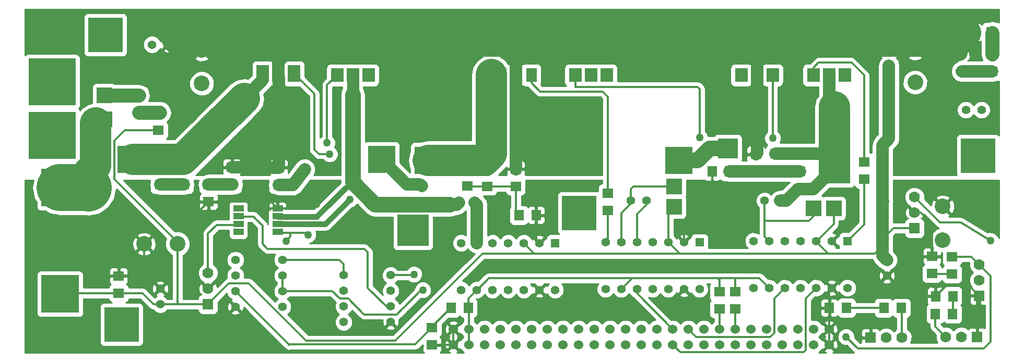
<source format=gtl>
G04 (created by PCBNEW (22-Jun-2014 BZR 4027)-stable) date lun 20 oct 2014 04:40:32 CST*
%MOIN*%
G04 Gerber Fmt 3.4, Leading zero omitted, Abs format*
%FSLAX34Y34*%
G01*
G70*
G90*
G04 APERTURE LIST*
%ADD10C,0.00590551*%
%ADD11R,0.06X0.06*%
%ADD12C,0.06*%
%ADD13R,0.3X0.3*%
%ADD14R,0.175X0.175*%
%ADD15R,0.2X0.2*%
%ADD16R,0.125X0.125*%
%ADD17R,0.24X0.24*%
%ADD18R,0.1X0.1*%
%ADD19R,0.22X0.22*%
%ADD20C,0.055*%
%ADD21R,0.071X0.063*%
%ADD22R,0.063X0.071*%
%ADD23R,0.0709X0.0629*%
%ADD24R,0.0629X0.0709*%
%ADD25R,0.07X0.07*%
%ADD26C,0.07*%
%ADD27R,0.055X0.055*%
%ADD28C,0.1*%
%ADD29R,0.08X0.09*%
%ADD30R,0.07X0.09*%
%ADD31R,0.08X0.11*%
%ADD32R,0.065X0.04*%
%ADD33C,0.05*%
%ADD34C,0.012*%
%ADD35C,0.08*%
%ADD36C,0.2*%
%ADD37C,0.1*%
%ADD38C,0.3*%
%ADD39C,0.09*%
%ADD40C,0.035*%
%ADD41C,0.075*%
%ADD42C,0.01*%
G04 APERTURE END LIST*
G54D10*
G54D11*
X106830Y-54205D03*
G54D12*
X106830Y-55205D03*
G54D13*
X53402Y-59645D03*
X53402Y-56235D03*
G54D14*
X58450Y-61200D03*
X74450Y-61200D03*
X77430Y-61250D03*
X93430Y-61250D03*
G54D15*
X76450Y-65740D03*
G54D16*
X96550Y-60490D03*
G54D15*
X103365Y-61730D03*
G54D17*
X53915Y-63010D03*
X53915Y-69810D03*
G54D18*
X103300Y-64330D03*
X102010Y-64330D03*
X93110Y-64230D03*
X93110Y-62940D03*
G54D19*
X56810Y-53230D03*
X57838Y-71764D03*
X112518Y-60956D03*
G54D20*
X112738Y-58030D03*
X111738Y-58030D03*
X98888Y-63835D03*
X99888Y-63835D03*
X80375Y-63960D03*
X79375Y-63960D03*
X60315Y-70475D03*
X60315Y-69475D03*
X90340Y-63830D03*
X91340Y-63830D03*
X106700Y-67640D03*
X106700Y-68640D03*
X111474Y-54566D03*
X111474Y-55566D03*
X60785Y-53850D03*
X59785Y-53850D03*
G54D21*
X58935Y-58210D03*
X58935Y-57110D03*
X113430Y-55570D03*
X113430Y-54470D03*
G54D22*
X79975Y-70695D03*
X78875Y-70695D03*
G54D21*
X77665Y-71963D03*
X77665Y-73063D03*
X67870Y-61720D03*
X67870Y-62820D03*
X88890Y-64450D03*
X88890Y-63350D03*
X105245Y-62465D03*
X105245Y-61365D03*
G54D22*
X96646Y-61974D03*
X95546Y-61974D03*
G54D21*
X98334Y-61966D03*
X98334Y-60866D03*
G54D22*
X83204Y-64768D03*
X84304Y-64768D03*
G54D21*
X83006Y-62920D03*
X83006Y-61820D03*
X63395Y-62803D03*
X63395Y-63903D03*
X64894Y-62798D03*
X64894Y-61698D03*
G54D22*
X104125Y-70695D03*
X103025Y-70695D03*
G54D21*
X97000Y-69670D03*
X97000Y-70770D03*
X96000Y-69670D03*
X96000Y-70770D03*
G54D22*
X110900Y-69950D03*
X109800Y-69950D03*
G54D21*
X109575Y-68500D03*
X109575Y-67400D03*
G54D23*
X99579Y-61949D03*
X99579Y-60831D03*
X101143Y-60829D03*
X101143Y-61947D03*
X79916Y-62903D03*
X79916Y-61785D03*
X81188Y-61800D03*
X81188Y-62918D03*
X60306Y-62811D03*
X60306Y-61693D03*
X61824Y-61693D03*
X61824Y-62811D03*
X60186Y-59331D03*
X60186Y-58213D03*
G54D24*
X112232Y-53052D03*
X113350Y-53052D03*
G54D23*
X110865Y-67421D03*
X110865Y-68539D03*
G54D24*
X109781Y-71080D03*
X110899Y-71080D03*
X107619Y-70700D03*
X106501Y-70700D03*
G54D21*
X57660Y-68660D03*
X57660Y-69760D03*
G54D25*
X63360Y-70465D03*
G54D26*
X63360Y-68465D03*
X63360Y-69465D03*
G54D25*
X108460Y-65600D03*
G54D26*
X108460Y-63600D03*
X108460Y-64600D03*
G54D25*
X112590Y-69925D03*
G54D26*
X112590Y-67925D03*
X112590Y-68925D03*
G54D25*
X105650Y-72600D03*
G54D26*
X107650Y-72600D03*
X106650Y-72600D03*
G54D25*
X112452Y-72556D03*
G54D26*
X110452Y-72556D03*
X111452Y-72556D03*
G54D20*
X75024Y-68605D03*
X75024Y-69605D03*
X75024Y-70605D03*
X75024Y-71605D03*
X72024Y-71605D03*
X72024Y-70605D03*
X72024Y-69605D03*
X72024Y-68605D03*
X65116Y-67624D03*
X65116Y-68624D03*
X65116Y-69624D03*
X65116Y-70624D03*
X68116Y-70624D03*
X68116Y-69624D03*
X68116Y-68624D03*
X68116Y-67624D03*
G54D27*
X85522Y-66546D03*
G54D20*
X84522Y-66546D03*
X83522Y-66546D03*
X82522Y-66546D03*
X81522Y-66546D03*
X80522Y-66546D03*
X79522Y-66546D03*
X79522Y-69546D03*
X80522Y-69546D03*
X81522Y-69546D03*
X82522Y-69546D03*
X83522Y-69546D03*
X84522Y-69546D03*
X85522Y-69546D03*
G54D27*
X94740Y-66502D03*
G54D20*
X93740Y-66502D03*
X92740Y-66502D03*
X91740Y-66502D03*
X90740Y-66502D03*
X89740Y-66502D03*
X88740Y-66502D03*
X88740Y-69502D03*
X89740Y-69502D03*
X90740Y-69502D03*
X91740Y-69502D03*
X92740Y-69502D03*
X93740Y-69502D03*
X94740Y-69502D03*
G54D27*
X104180Y-66420D03*
G54D20*
X103180Y-66420D03*
X102180Y-66420D03*
X101180Y-66420D03*
X100180Y-66420D03*
X99180Y-66420D03*
X98180Y-66420D03*
X98180Y-69420D03*
X99180Y-69420D03*
X100180Y-69420D03*
X101180Y-69420D03*
X102180Y-69420D03*
X103180Y-69420D03*
X104180Y-69420D03*
G54D12*
X79014Y-73051D03*
X79025Y-72060D03*
X84014Y-73051D03*
X80014Y-72051D03*
X85014Y-73051D03*
X81014Y-72051D03*
X86014Y-73051D03*
X82014Y-72051D03*
X87014Y-73051D03*
X83014Y-72051D03*
X88014Y-73051D03*
X84014Y-72051D03*
X89014Y-73051D03*
X85014Y-72051D03*
X90014Y-73051D03*
X86014Y-72051D03*
X91014Y-73051D03*
X87014Y-72051D03*
X92014Y-73051D03*
X88014Y-72051D03*
X93014Y-73051D03*
X89014Y-72051D03*
X94014Y-73051D03*
X90014Y-72051D03*
X91014Y-72051D03*
X95014Y-73051D03*
X92014Y-72051D03*
X94014Y-72051D03*
X95014Y-72051D03*
X96014Y-72051D03*
X97014Y-72051D03*
X96014Y-73051D03*
X97014Y-73051D03*
X80014Y-73051D03*
X81014Y-73051D03*
X82014Y-73051D03*
X83014Y-73051D03*
X98014Y-73051D03*
X98014Y-72051D03*
X93014Y-72051D03*
X99014Y-73051D03*
X99014Y-72051D03*
X100014Y-73051D03*
X100014Y-72051D03*
X101014Y-73051D03*
X101014Y-72051D03*
X102014Y-73051D03*
X102014Y-72051D03*
X103014Y-73051D03*
X103014Y-72051D03*
G54D28*
X62964Y-54194D03*
X62964Y-56334D03*
X61420Y-66610D03*
X59280Y-66610D03*
X108500Y-54125D03*
X108500Y-56265D03*
X110260Y-66350D03*
X110260Y-64210D03*
G54D29*
X104000Y-55800D03*
X102000Y-55800D03*
X103000Y-55800D03*
X88800Y-55800D03*
X86800Y-55800D03*
X87800Y-55800D03*
X73600Y-55800D03*
X71600Y-55800D03*
X72600Y-55800D03*
X82000Y-55800D03*
G54D30*
X84000Y-55800D03*
G54D29*
X83000Y-55800D03*
X97400Y-55800D03*
X99400Y-55800D03*
X98400Y-55800D03*
G54D31*
X66850Y-55700D03*
X68850Y-55700D03*
X67850Y-55700D03*
G54D18*
X56737Y-58627D03*
X56739Y-57110D03*
G54D32*
X65305Y-65835D03*
X65305Y-65335D03*
X65305Y-64835D03*
X65305Y-64335D03*
X67805Y-64335D03*
X67805Y-64835D03*
X67805Y-65335D03*
X67805Y-65835D03*
G54D10*
G36*
X85945Y-65720D02*
X85945Y-63520D01*
X88145Y-63520D01*
X88145Y-65720D01*
X85945Y-65720D01*
X85945Y-65720D01*
G37*
G54D33*
X66374Y-61732D03*
X113302Y-66395D03*
X70278Y-64068D03*
X104097Y-72555D03*
X76500Y-68550D03*
X72420Y-63750D03*
X77000Y-62910D03*
X69533Y-61821D03*
X77072Y-69561D03*
X79254Y-61641D03*
X68341Y-66423D03*
X69737Y-66012D03*
X99405Y-59835D03*
X94738Y-59801D03*
X71124Y-60860D03*
X70960Y-60130D03*
G54D34*
X63360Y-66164D02*
X63360Y-65937D01*
X63360Y-68465D02*
X63360Y-68090D01*
X63360Y-66164D02*
X63360Y-68090D01*
X63917Y-65380D02*
X65304Y-65380D01*
X63360Y-65937D02*
X63917Y-65380D01*
X72024Y-67904D02*
X72024Y-68605D01*
X71744Y-67624D02*
X72024Y-67904D01*
X68116Y-67624D02*
X71744Y-67624D01*
X112232Y-53052D02*
X111753Y-53052D01*
X111753Y-53052D02*
X111674Y-53130D01*
G54D35*
X66340Y-61698D02*
X66374Y-61732D01*
X64894Y-61698D02*
X66340Y-61698D01*
G54D36*
X110019Y-53130D02*
X111674Y-53130D01*
X111674Y-53130D02*
X111705Y-53100D01*
G54D35*
X83000Y-55800D02*
X83000Y-61814D01*
X83000Y-61814D02*
X83006Y-61820D01*
X67870Y-61720D02*
X66386Y-61720D01*
X66386Y-61720D02*
X66374Y-61732D01*
X67880Y-55970D02*
X67880Y-61633D01*
X67874Y-61639D02*
X67870Y-61720D01*
X67880Y-61633D02*
X67874Y-61639D01*
X67850Y-55700D02*
X67850Y-54950D01*
X67850Y-54950D02*
X69669Y-53130D01*
X98400Y-55800D02*
X98400Y-60800D01*
X98400Y-60800D02*
X98334Y-60866D01*
G54D37*
X111354Y-54396D02*
X111335Y-54396D01*
X111335Y-54396D02*
X110019Y-53130D01*
G54D35*
X98400Y-55800D02*
X98400Y-54150D01*
X98400Y-54150D02*
X99418Y-53132D01*
X83000Y-55800D02*
X83000Y-54370D01*
X83000Y-54370D02*
X81762Y-53132D01*
G54D38*
X61789Y-53130D02*
X69669Y-53130D01*
X69669Y-53130D02*
X81762Y-53132D01*
X81762Y-53132D02*
X99418Y-53132D01*
X99418Y-53132D02*
X110019Y-53130D01*
G54D35*
X61789Y-53130D02*
X61787Y-53128D01*
G54D34*
X110090Y-65230D02*
X111400Y-65230D01*
X108460Y-63600D02*
X110090Y-65230D01*
X111400Y-65230D02*
X113302Y-66395D01*
X67803Y-64329D02*
X70017Y-64329D01*
X70017Y-64329D02*
X70278Y-64068D01*
X84304Y-66328D02*
X84522Y-66546D01*
X84304Y-64768D02*
X84304Y-66328D01*
X62643Y-65287D02*
X62643Y-64655D01*
X62643Y-65287D02*
X62643Y-68748D01*
X63360Y-69465D02*
X62643Y-68748D01*
X62643Y-64655D02*
X63395Y-63903D01*
X63395Y-63903D02*
X67373Y-63903D01*
X67373Y-63903D02*
X67803Y-64329D01*
X57660Y-68660D02*
X59500Y-68660D01*
X59280Y-66610D02*
X59280Y-68440D01*
X59280Y-68440D02*
X59500Y-68660D01*
X59500Y-68660D02*
X60315Y-69475D01*
X111339Y-69219D02*
X111884Y-69219D01*
X111884Y-69219D02*
X112590Y-69925D01*
X109800Y-69950D02*
X108010Y-69950D01*
X108010Y-69950D02*
X106700Y-68640D01*
X103025Y-70695D02*
X103025Y-69575D01*
X103025Y-69575D02*
X103180Y-69420D01*
X103014Y-72051D02*
X103014Y-70705D01*
X103014Y-70705D02*
X103025Y-70695D01*
X77665Y-73063D02*
X79002Y-73063D01*
X79002Y-73063D02*
X79014Y-73051D01*
X79025Y-72060D02*
X79025Y-73040D01*
X79025Y-73040D02*
X79014Y-73051D01*
X103014Y-73051D02*
X103014Y-72051D01*
X95546Y-61974D02*
X95546Y-63536D01*
X95546Y-63536D02*
X93740Y-65342D01*
X93740Y-65342D02*
X93740Y-66502D01*
X110531Y-69219D02*
X109800Y-69950D01*
X111339Y-69219D02*
X110531Y-69219D01*
X112452Y-72556D02*
X112452Y-70063D01*
X112452Y-70063D02*
X112590Y-69925D01*
G54D39*
X58935Y-57110D02*
X56739Y-57110D01*
G54D35*
X113430Y-55570D02*
X111478Y-55570D01*
X111478Y-55570D02*
X111474Y-55566D01*
G54D34*
X109575Y-67400D02*
X107940Y-67400D01*
X107940Y-67400D02*
X106700Y-68640D01*
X109575Y-65315D02*
X109575Y-67400D01*
X108860Y-64600D02*
X109575Y-65315D01*
X108460Y-64600D02*
X108860Y-64600D01*
X110865Y-68539D02*
X109614Y-68539D01*
X109614Y-68539D02*
X109575Y-68500D01*
X106501Y-70700D02*
X104130Y-70700D01*
X104130Y-70700D02*
X104125Y-70695D01*
X110900Y-69950D02*
X110900Y-71079D01*
X110900Y-71079D02*
X110899Y-71080D01*
X88890Y-64450D02*
X88890Y-66352D01*
X88890Y-66352D02*
X88740Y-66502D01*
X90340Y-63830D02*
X90340Y-63100D01*
X90500Y-62940D02*
X93110Y-62940D01*
X90340Y-63100D02*
X90500Y-62940D01*
X90340Y-63830D02*
X90340Y-64038D01*
X89740Y-64638D02*
X89740Y-66502D01*
X90340Y-64038D02*
X89740Y-64638D01*
X65116Y-69624D02*
X65116Y-69629D01*
X68535Y-73053D02*
X68535Y-73040D01*
X68527Y-73045D02*
X68535Y-73053D01*
X68527Y-73040D02*
X68527Y-73045D01*
X65116Y-69629D02*
X68527Y-73040D01*
X76406Y-73040D02*
X76588Y-73040D01*
X68535Y-73040D02*
X76406Y-73040D01*
X76588Y-73040D02*
X77665Y-71963D01*
X77665Y-71963D02*
X77665Y-71905D01*
X77665Y-71905D02*
X78875Y-70695D01*
X99518Y-71570D02*
X99518Y-70082D01*
X99518Y-70082D02*
X100180Y-69420D01*
X94517Y-72554D02*
X94014Y-72051D01*
X99257Y-72554D02*
X94517Y-72554D01*
X99518Y-72293D02*
X99257Y-72554D01*
X99518Y-71570D02*
X99518Y-72293D01*
X113310Y-68645D02*
X112590Y-67925D01*
X112086Y-67421D02*
X112590Y-67925D01*
X110865Y-67421D02*
X112086Y-67421D01*
X113310Y-72870D02*
X113310Y-68645D01*
X112883Y-73297D02*
X113310Y-72870D01*
X104839Y-73297D02*
X112883Y-73297D01*
X104097Y-72555D02*
X104839Y-73297D01*
X101516Y-71854D02*
X101516Y-70084D01*
X101516Y-70084D02*
X102180Y-69420D01*
X101371Y-73535D02*
X101371Y-73533D01*
X101290Y-73535D02*
X93512Y-73535D01*
X101371Y-73535D02*
X101290Y-73535D01*
X93014Y-73051D02*
X93512Y-73535D01*
X101516Y-73388D02*
X101516Y-71854D01*
X101371Y-73533D02*
X101516Y-73388D01*
G54D37*
X93430Y-61250D02*
X94612Y-61250D01*
X95372Y-60490D02*
X96550Y-60490D01*
X94612Y-61250D02*
X95372Y-60490D01*
G54D34*
X102010Y-64330D02*
X102010Y-64840D01*
X101730Y-65120D02*
X98888Y-65120D01*
X102010Y-64840D02*
X101730Y-65120D01*
X98888Y-63835D02*
X98888Y-65120D01*
X98888Y-65120D02*
X98888Y-66128D01*
X98888Y-66128D02*
X99180Y-66420D01*
X96014Y-72051D02*
X96014Y-70784D01*
X96014Y-70784D02*
X96000Y-70770D01*
X109781Y-71080D02*
X109781Y-71885D01*
X109781Y-71885D02*
X110452Y-72556D01*
G54D39*
X58935Y-58210D02*
X60281Y-58210D01*
X60281Y-58210D02*
X60291Y-58200D01*
G54D35*
X64920Y-62805D02*
X63397Y-62805D01*
X63397Y-62805D02*
X63395Y-62803D01*
X60306Y-62811D02*
X61824Y-62811D01*
G54D34*
X75024Y-68605D02*
X76445Y-68605D01*
X76445Y-68605D02*
X76500Y-68550D01*
G54D39*
X113427Y-53081D02*
X113427Y-54467D01*
X113427Y-54467D02*
X113430Y-54470D01*
G54D34*
X65304Y-64860D02*
X66267Y-64860D01*
X67155Y-66915D02*
X67125Y-66885D01*
X67155Y-66915D02*
X68005Y-66915D01*
X66836Y-66596D02*
X67125Y-66885D01*
X66836Y-65429D02*
X66836Y-66596D01*
X66420Y-65013D02*
X66836Y-65429D01*
X66267Y-64860D02*
X66420Y-65013D01*
X75024Y-70605D02*
X74745Y-70605D01*
X73560Y-67780D02*
X73560Y-67140D01*
X73560Y-67140D02*
X73335Y-66915D01*
X73560Y-69420D02*
X73560Y-67780D01*
X74745Y-70605D02*
X73560Y-69420D01*
X73155Y-66915D02*
X73335Y-66915D01*
X68005Y-66915D02*
X73155Y-66915D01*
X73335Y-66915D02*
X73337Y-66915D01*
X67980Y-66915D02*
X68005Y-66915D01*
G54D35*
X98334Y-61966D02*
X96654Y-61966D01*
X96654Y-61966D02*
X96646Y-61974D01*
X99579Y-61949D02*
X98351Y-61949D01*
X98351Y-61949D02*
X98334Y-61966D01*
X101143Y-61947D02*
X99581Y-61947D01*
X99581Y-61947D02*
X99579Y-61949D01*
G54D34*
X81188Y-62918D02*
X83004Y-62918D01*
X83004Y-62918D02*
X83006Y-62920D01*
X83006Y-64570D02*
X83204Y-64768D01*
X83006Y-62920D02*
X83006Y-64570D01*
X81188Y-62918D02*
X79931Y-62918D01*
X79931Y-62918D02*
X79916Y-62903D01*
G54D35*
X80522Y-66546D02*
X80522Y-64107D01*
X80522Y-64107D02*
X80375Y-63960D01*
G54D34*
X105245Y-62465D02*
X105245Y-65355D01*
X105245Y-65355D02*
X104180Y-66420D01*
X97014Y-70784D02*
X97000Y-70770D01*
X97014Y-72051D02*
X97014Y-70784D01*
X107650Y-72600D02*
X107650Y-70731D01*
X107650Y-70731D02*
X107619Y-70700D01*
G54D40*
X70850Y-65335D02*
X71055Y-65130D01*
X67805Y-65335D02*
X70850Y-65335D01*
X71055Y-65130D02*
X72420Y-63750D01*
G54D35*
X76040Y-62790D02*
X74450Y-61200D01*
X76880Y-62790D02*
X76040Y-62790D01*
X77000Y-62910D02*
X76880Y-62790D01*
X103000Y-55800D02*
X103000Y-57465D01*
X103000Y-57465D02*
X103365Y-57830D01*
G54D36*
X103365Y-61730D02*
X103365Y-57830D01*
X103357Y-57838D02*
X103356Y-57838D01*
X103365Y-57830D02*
X103357Y-57838D01*
G54D35*
X99888Y-63835D02*
X100285Y-63835D01*
X102005Y-63090D02*
X103365Y-61730D01*
X101030Y-63090D02*
X102005Y-63090D01*
X100285Y-63835D02*
X101030Y-63090D01*
X101143Y-60829D02*
X102464Y-60829D01*
X102464Y-60829D02*
X103365Y-61730D01*
X99579Y-60831D02*
X101141Y-60831D01*
X101141Y-60831D02*
X101143Y-60829D01*
X69533Y-61822D02*
X69533Y-61821D01*
X68788Y-62826D02*
X69533Y-61822D01*
X67867Y-62826D02*
X68788Y-62826D01*
G54D34*
X75846Y-70679D02*
X76964Y-69561D01*
X76964Y-69561D02*
X77072Y-69561D01*
X68116Y-69624D02*
X71289Y-69624D01*
X75408Y-71115D02*
X75753Y-70770D01*
X75753Y-70770D02*
X75844Y-70679D01*
X73325Y-71115D02*
X75408Y-71115D01*
X72311Y-70101D02*
X73325Y-71115D01*
X71766Y-70101D02*
X72311Y-70101D01*
X71289Y-69624D02*
X71766Y-70101D01*
X75844Y-70679D02*
X75846Y-70679D01*
X68116Y-68624D02*
X68116Y-69624D01*
G54D40*
X67802Y-64850D02*
X70310Y-64850D01*
X70532Y-64628D02*
X72600Y-62560D01*
X70325Y-64835D02*
X70532Y-64628D01*
X70310Y-64850D02*
X70325Y-64835D01*
G54D35*
X78831Y-64080D02*
X79255Y-64080D01*
X79255Y-64080D02*
X79375Y-63960D01*
G54D37*
X77320Y-64080D02*
X78831Y-64080D01*
X72600Y-62670D02*
X74010Y-64080D01*
X74010Y-64080D02*
X77320Y-64080D01*
X72600Y-62560D02*
X72600Y-62670D01*
G54D36*
X58580Y-61200D02*
X61758Y-61200D01*
X61758Y-61200D02*
X63360Y-59598D01*
X63360Y-59598D02*
X65670Y-57288D01*
G54D37*
X72600Y-57059D02*
X72600Y-62560D01*
G54D41*
X72600Y-55800D02*
X72600Y-57059D01*
X72600Y-57059D02*
X72590Y-57069D01*
G54D35*
X65670Y-57288D02*
X65670Y-57284D01*
X66850Y-56104D02*
X66850Y-55700D01*
X65670Y-57284D02*
X66850Y-56104D01*
G54D36*
X65670Y-57288D02*
X65604Y-57354D01*
G54D34*
X79254Y-61641D02*
X79254Y-61250D01*
X79254Y-61250D02*
X79254Y-61641D01*
X79254Y-61641D02*
X79254Y-61250D01*
G54D36*
X77430Y-61250D02*
X79254Y-61250D01*
X79254Y-61250D02*
X81024Y-61250D01*
X81459Y-60815D02*
X81459Y-55769D01*
X81024Y-61250D02*
X81459Y-60815D01*
G54D39*
X79931Y-61800D02*
X81188Y-61800D01*
G54D34*
X91340Y-63830D02*
X91340Y-64081D01*
X90740Y-64681D02*
X90740Y-66502D01*
X91340Y-64081D02*
X90740Y-64681D01*
X79931Y-61800D02*
X79916Y-61785D01*
G54D36*
X55726Y-63030D02*
X55726Y-62077D01*
G54D38*
X53915Y-63010D02*
X55706Y-63010D01*
X55706Y-63010D02*
X55726Y-63030D01*
G54D36*
X56198Y-58861D02*
X56200Y-58860D01*
X56198Y-61605D02*
X56198Y-58861D01*
X55726Y-62077D02*
X56198Y-61605D01*
G54D34*
X68341Y-66423D02*
X68341Y-66422D01*
X68631Y-66132D02*
X68631Y-65892D01*
X68341Y-66422D02*
X68631Y-66132D01*
X69737Y-66012D02*
X69676Y-66012D01*
X68631Y-65892D02*
X69556Y-65892D01*
X69676Y-66012D02*
X69556Y-65892D01*
X67800Y-65892D02*
X68631Y-65892D01*
X102000Y-55800D02*
X102000Y-55330D01*
X105245Y-55805D02*
X105245Y-61365D01*
X104440Y-55000D02*
X105245Y-55805D01*
X102330Y-55000D02*
X104440Y-55000D01*
X102000Y-55330D02*
X102330Y-55000D01*
X99405Y-59835D02*
X99400Y-59830D01*
X99400Y-59830D02*
X99400Y-55800D01*
X86800Y-55800D02*
X86800Y-56533D01*
X94617Y-56565D02*
X94754Y-56702D01*
X86832Y-56565D02*
X94617Y-56565D01*
X86800Y-56533D02*
X86832Y-56565D01*
X94738Y-59801D02*
X94738Y-59562D01*
X94760Y-59510D02*
X94754Y-59510D01*
X94754Y-59516D02*
X94760Y-59510D01*
X94754Y-59546D02*
X94754Y-59516D01*
X94738Y-59562D02*
X94754Y-59546D01*
X94754Y-59510D02*
X94754Y-56702D01*
X88890Y-63350D02*
X88890Y-57190D01*
X88890Y-57190D02*
X88550Y-56850D01*
X84000Y-55800D02*
X84000Y-56300D01*
X84550Y-56850D02*
X88550Y-56850D01*
X84000Y-56300D02*
X84550Y-56850D01*
X93014Y-72051D02*
X93014Y-72050D01*
X90740Y-69776D02*
X90740Y-69502D01*
X93014Y-72050D02*
X90740Y-69776D01*
X70160Y-60399D02*
X70160Y-57010D01*
X70160Y-60570D02*
X70160Y-60399D01*
X68850Y-55700D02*
X70160Y-57010D01*
X70439Y-60849D02*
X70160Y-60570D01*
X71113Y-60849D02*
X70439Y-60849D01*
X71124Y-60860D02*
X71113Y-60849D01*
X70960Y-57060D02*
X70960Y-56440D01*
X70960Y-56440D02*
X71600Y-55800D01*
X70960Y-57060D02*
X70960Y-60130D01*
X108460Y-65600D02*
X107110Y-65600D01*
X60186Y-59331D02*
X58035Y-59331D01*
X61420Y-66481D02*
X61420Y-66610D01*
X57384Y-62445D02*
X61420Y-66481D01*
X57384Y-59982D02*
X57384Y-62445D01*
X58035Y-59331D02*
X57384Y-59982D01*
X61420Y-69356D02*
X61420Y-70373D01*
X61420Y-70373D02*
X61522Y-70475D01*
X102180Y-66420D02*
X102180Y-66452D01*
X102180Y-66452D02*
X102949Y-67221D01*
X93471Y-67221D02*
X102949Y-67221D01*
X102949Y-67221D02*
X105931Y-67221D01*
X105931Y-67221D02*
X106426Y-66726D01*
X91845Y-67221D02*
X93471Y-67221D01*
X84180Y-67221D02*
X91845Y-67221D01*
X92740Y-66502D02*
X92752Y-66502D01*
X92752Y-66502D02*
X93471Y-67221D01*
X83522Y-66546D02*
X83522Y-66548D01*
X84180Y-67218D02*
X84180Y-67221D01*
X84183Y-67221D02*
X84180Y-67218D01*
X84195Y-67221D02*
X84183Y-67221D01*
X83522Y-66548D02*
X84195Y-67221D01*
X63360Y-70465D02*
X63360Y-70457D01*
X63360Y-70457D02*
X64697Y-69120D01*
X62975Y-70475D02*
X63350Y-70475D01*
X61522Y-70475D02*
X62975Y-70475D01*
X63350Y-70475D02*
X63360Y-70465D01*
X83840Y-67221D02*
X80871Y-67221D01*
X65955Y-69120D02*
X64697Y-69120D01*
X69625Y-72790D02*
X65955Y-69120D01*
X75302Y-72790D02*
X69625Y-72790D01*
X80871Y-67221D02*
X75302Y-72790D01*
X60315Y-70475D02*
X61522Y-70475D01*
X57660Y-69760D02*
X53965Y-69760D01*
X53965Y-69760D02*
X53915Y-69810D01*
X60315Y-70475D02*
X59885Y-70475D01*
X59170Y-69760D02*
X57660Y-69760D01*
X59885Y-70475D02*
X59170Y-69760D01*
X61420Y-66610D02*
X61420Y-69356D01*
X107110Y-65600D02*
X106426Y-66284D01*
G54D35*
X106426Y-63900D02*
X106426Y-66284D01*
X106426Y-66284D02*
X106426Y-66726D01*
X106426Y-66726D02*
X106426Y-67235D01*
X106426Y-67235D02*
X106426Y-67366D01*
X106426Y-67366D02*
X106700Y-67640D01*
X106830Y-55205D02*
X106830Y-59865D01*
X106414Y-63888D02*
X106426Y-63900D01*
X106426Y-63900D02*
X106436Y-63910D01*
X106414Y-60281D02*
X106414Y-63888D01*
X106830Y-59865D02*
X106414Y-60281D01*
G54D34*
X83862Y-67221D02*
X84180Y-67221D01*
X83840Y-67221D02*
X83862Y-67221D01*
X83841Y-67218D02*
X83840Y-67221D01*
X102180Y-66420D02*
X102210Y-66420D01*
X103300Y-65330D02*
X103300Y-64330D01*
X102210Y-66420D02*
X103300Y-65330D01*
X92740Y-66502D02*
X92740Y-64600D01*
X92740Y-64600D02*
X93110Y-64230D01*
X79975Y-70695D02*
X79975Y-70093D01*
X79975Y-70093D02*
X80522Y-69546D01*
X97000Y-68854D02*
X96936Y-68790D01*
X97000Y-69670D02*
X97000Y-68854D01*
X96936Y-68790D02*
X98550Y-68790D01*
X96000Y-68895D02*
X95895Y-68790D01*
X96000Y-69670D02*
X96000Y-68895D01*
X95895Y-68790D02*
X96440Y-68790D01*
X89740Y-69502D02*
X89740Y-69497D01*
X89740Y-69497D02*
X90447Y-68790D01*
X80522Y-69546D02*
X80534Y-69546D01*
X81290Y-68790D02*
X90447Y-68790D01*
X80534Y-69546D02*
X81290Y-68790D01*
X98550Y-68790D02*
X99180Y-69420D01*
X96440Y-68790D02*
X96936Y-68790D01*
X90447Y-68790D02*
X95895Y-68790D01*
X80014Y-72051D02*
X80014Y-70734D01*
X80014Y-70734D02*
X79975Y-70695D01*
X80014Y-72051D02*
X80014Y-73051D01*
G54D10*
G36*
X113836Y-59650D02*
X113788Y-59601D01*
X113677Y-59556D01*
X113558Y-59555D01*
X113313Y-59555D01*
X113313Y-57916D01*
X113225Y-57704D01*
X113064Y-57542D01*
X112852Y-57455D01*
X112624Y-57454D01*
X112412Y-57542D01*
X112250Y-57703D01*
X112238Y-57734D01*
X112225Y-57704D01*
X112064Y-57542D01*
X111852Y-57455D01*
X111624Y-57454D01*
X111412Y-57542D01*
X111250Y-57703D01*
X111163Y-57915D01*
X111162Y-58143D01*
X111250Y-58355D01*
X111411Y-58517D01*
X111623Y-58604D01*
X111851Y-58605D01*
X112063Y-58517D01*
X112225Y-58356D01*
X112237Y-58325D01*
X112250Y-58355D01*
X112411Y-58517D01*
X112623Y-58604D01*
X112851Y-58605D01*
X113063Y-58517D01*
X113225Y-58356D01*
X113312Y-58144D01*
X113313Y-57916D01*
X113313Y-59555D01*
X111358Y-59555D01*
X111248Y-59601D01*
X111163Y-59685D01*
X111118Y-59796D01*
X111117Y-59915D01*
X111117Y-62115D01*
X111147Y-62188D01*
X109300Y-62188D01*
X109300Y-56106D01*
X109253Y-55994D01*
X109253Y-54254D01*
X109245Y-53956D01*
X109146Y-53716D01*
X109030Y-53665D01*
X108959Y-53735D01*
X108959Y-53594D01*
X108908Y-53478D01*
X108629Y-53371D01*
X108331Y-53379D01*
X108091Y-53478D01*
X108040Y-53594D01*
X108500Y-54054D01*
X108959Y-53594D01*
X108959Y-53735D01*
X108570Y-54125D01*
X109030Y-54584D01*
X109146Y-54533D01*
X109253Y-54254D01*
X109253Y-55994D01*
X109178Y-55812D01*
X108959Y-55593D01*
X108959Y-54655D01*
X108500Y-54195D01*
X108429Y-54266D01*
X108429Y-54125D01*
X107969Y-53665D01*
X107853Y-53716D01*
X107746Y-53995D01*
X107754Y-54293D01*
X107853Y-54533D01*
X107969Y-54584D01*
X108429Y-54125D01*
X108429Y-54266D01*
X108040Y-54655D01*
X108091Y-54771D01*
X108370Y-54878D01*
X108668Y-54870D01*
X108908Y-54771D01*
X108959Y-54655D01*
X108959Y-55593D01*
X108953Y-55587D01*
X108659Y-55465D01*
X108341Y-55464D01*
X108047Y-55586D01*
X107822Y-55811D01*
X107700Y-56105D01*
X107699Y-56423D01*
X107821Y-56717D01*
X108046Y-56942D01*
X108340Y-57064D01*
X108658Y-57065D01*
X108952Y-56943D01*
X109177Y-56718D01*
X109299Y-56424D01*
X109300Y-56106D01*
X109300Y-62188D01*
X107114Y-62188D01*
X107114Y-60570D01*
X107324Y-60359D01*
X107324Y-60359D01*
X107324Y-60359D01*
X107476Y-60132D01*
X107476Y-60132D01*
X107530Y-59865D01*
X107530Y-55205D01*
X107476Y-54937D01*
X107324Y-54710D01*
X107297Y-54691D01*
X107342Y-54646D01*
X107380Y-54554D01*
X107380Y-53855D01*
X107342Y-53763D01*
X107271Y-53693D01*
X107179Y-53655D01*
X107080Y-53654D01*
X106942Y-53655D01*
X106880Y-53717D01*
X106880Y-54155D01*
X107317Y-54155D01*
X107380Y-54092D01*
X107380Y-53855D01*
X107380Y-54554D01*
X107380Y-54317D01*
X107317Y-54255D01*
X106880Y-54255D01*
X106880Y-54262D01*
X106780Y-54262D01*
X106780Y-54255D01*
X106780Y-54155D01*
X106780Y-53717D01*
X106717Y-53655D01*
X106579Y-53654D01*
X106480Y-53655D01*
X106388Y-53693D01*
X106317Y-53763D01*
X106279Y-53855D01*
X106280Y-54092D01*
X106342Y-54155D01*
X106780Y-54155D01*
X106780Y-54255D01*
X106342Y-54255D01*
X106280Y-54317D01*
X106279Y-54554D01*
X106317Y-54646D01*
X106362Y-54691D01*
X106335Y-54710D01*
X106183Y-54937D01*
X106130Y-55205D01*
X106130Y-59575D01*
X105919Y-59786D01*
X105767Y-60013D01*
X105714Y-60281D01*
X105714Y-60772D01*
X105659Y-60750D01*
X105605Y-60750D01*
X105605Y-55805D01*
X105577Y-55667D01*
X105499Y-55550D01*
X105499Y-55550D01*
X104694Y-54745D01*
X104577Y-54667D01*
X104440Y-54640D01*
X102330Y-54640D01*
X102192Y-54667D01*
X102075Y-54745D01*
X101770Y-55049D01*
X101540Y-55049D01*
X101430Y-55095D01*
X101345Y-55179D01*
X101300Y-55290D01*
X101299Y-55409D01*
X101299Y-56309D01*
X101345Y-56419D01*
X101429Y-56504D01*
X101540Y-56549D01*
X101659Y-56550D01*
X102300Y-56550D01*
X102300Y-57123D01*
X102154Y-57340D01*
X102056Y-57838D01*
X102065Y-57883D01*
X102065Y-60129D01*
X101143Y-60129D01*
X101132Y-60131D01*
X99877Y-60131D01*
X99954Y-59944D01*
X99955Y-59726D01*
X99871Y-59523D01*
X99760Y-59412D01*
X99760Y-56550D01*
X99859Y-56550D01*
X99969Y-56504D01*
X100054Y-56420D01*
X100099Y-56309D01*
X100100Y-56190D01*
X100100Y-55290D01*
X100054Y-55180D01*
X99970Y-55095D01*
X99859Y-55050D01*
X99740Y-55049D01*
X98940Y-55049D01*
X98830Y-55095D01*
X98825Y-55100D01*
X98750Y-55099D01*
X98512Y-55100D01*
X98450Y-55162D01*
X98450Y-55750D01*
X98457Y-55750D01*
X98457Y-55850D01*
X98450Y-55850D01*
X98450Y-56437D01*
X98512Y-56500D01*
X98750Y-56500D01*
X98825Y-56499D01*
X98829Y-56504D01*
X98940Y-56549D01*
X99040Y-56550D01*
X99040Y-59422D01*
X98939Y-59523D01*
X98855Y-59725D01*
X98854Y-59943D01*
X98938Y-60146D01*
X99054Y-60262D01*
X98970Y-60346D01*
X98924Y-60456D01*
X98924Y-60466D01*
X98901Y-60409D01*
X98830Y-60339D01*
X98738Y-60301D01*
X98639Y-60300D01*
X98446Y-60301D01*
X98384Y-60363D01*
X98384Y-60816D01*
X98391Y-60816D01*
X98391Y-60916D01*
X98384Y-60916D01*
X98384Y-60923D01*
X98350Y-60923D01*
X98350Y-56437D01*
X98350Y-55850D01*
X98342Y-55850D01*
X98342Y-55750D01*
X98350Y-55750D01*
X98350Y-55162D01*
X98287Y-55100D01*
X98049Y-55099D01*
X97974Y-55100D01*
X97970Y-55095D01*
X97859Y-55050D01*
X97740Y-55049D01*
X96940Y-55049D01*
X96830Y-55095D01*
X96745Y-55179D01*
X96700Y-55290D01*
X96699Y-55409D01*
X96699Y-56309D01*
X96745Y-56419D01*
X96829Y-56504D01*
X96940Y-56549D01*
X97059Y-56550D01*
X97859Y-56550D01*
X97969Y-56504D01*
X97974Y-56499D01*
X98049Y-56500D01*
X98287Y-56500D01*
X98350Y-56437D01*
X98350Y-60923D01*
X98284Y-60923D01*
X98284Y-60916D01*
X98284Y-60816D01*
X98284Y-60363D01*
X98221Y-60301D01*
X98028Y-60300D01*
X97929Y-60301D01*
X97837Y-60339D01*
X97766Y-60409D01*
X97728Y-60501D01*
X97729Y-60753D01*
X97791Y-60816D01*
X98284Y-60816D01*
X98284Y-60916D01*
X97791Y-60916D01*
X97729Y-60978D01*
X97728Y-61230D01*
X97743Y-61266D01*
X97437Y-61266D01*
X97474Y-61174D01*
X97475Y-61055D01*
X97475Y-59805D01*
X97429Y-59695D01*
X97345Y-59610D01*
X97234Y-59565D01*
X97115Y-59564D01*
X95865Y-59564D01*
X95755Y-59610D01*
X95675Y-59690D01*
X95372Y-59690D01*
X95288Y-59706D01*
X95288Y-59692D01*
X95204Y-59489D01*
X95114Y-59399D01*
X95114Y-56702D01*
X95086Y-56564D01*
X95086Y-56564D01*
X95008Y-56447D01*
X94871Y-56310D01*
X94754Y-56232D01*
X94617Y-56205D01*
X89500Y-56205D01*
X89500Y-56190D01*
X89500Y-55290D01*
X89454Y-55180D01*
X89370Y-55095D01*
X89259Y-55050D01*
X89140Y-55049D01*
X88340Y-55049D01*
X88300Y-55066D01*
X88259Y-55050D01*
X88140Y-55049D01*
X87340Y-55049D01*
X87300Y-55066D01*
X87259Y-55050D01*
X87140Y-55049D01*
X86340Y-55049D01*
X86230Y-55095D01*
X86145Y-55179D01*
X86100Y-55290D01*
X86099Y-55409D01*
X86099Y-56309D01*
X86145Y-56419D01*
X86215Y-56490D01*
X84699Y-56490D01*
X84611Y-56402D01*
X84649Y-56309D01*
X84650Y-56190D01*
X84650Y-55290D01*
X84604Y-55180D01*
X84520Y-55095D01*
X84409Y-55050D01*
X84290Y-55049D01*
X83590Y-55049D01*
X83480Y-55095D01*
X83468Y-55107D01*
X83449Y-55100D01*
X83350Y-55099D01*
X83112Y-55100D01*
X83050Y-55162D01*
X83050Y-55750D01*
X83057Y-55750D01*
X83057Y-55850D01*
X83050Y-55850D01*
X83050Y-56437D01*
X83112Y-56500D01*
X83350Y-56500D01*
X83449Y-56499D01*
X83468Y-56492D01*
X83479Y-56504D01*
X83590Y-56549D01*
X83709Y-56550D01*
X83742Y-56550D01*
X83745Y-56554D01*
X84295Y-57104D01*
X84295Y-57104D01*
X84353Y-57143D01*
X84412Y-57182D01*
X84412Y-57182D01*
X84550Y-57210D01*
X88400Y-57210D01*
X88530Y-57339D01*
X88530Y-62188D01*
X83609Y-62188D01*
X83611Y-62184D01*
X83611Y-61455D01*
X83573Y-61363D01*
X83502Y-61293D01*
X83410Y-61255D01*
X83311Y-61254D01*
X83118Y-61255D01*
X83056Y-61317D01*
X83056Y-61770D01*
X83548Y-61770D01*
X83611Y-61707D01*
X83611Y-61455D01*
X83611Y-62184D01*
X83611Y-61932D01*
X83548Y-61870D01*
X83056Y-61870D01*
X83056Y-61877D01*
X82956Y-61877D01*
X82956Y-61870D01*
X82463Y-61870D01*
X82401Y-61932D01*
X82400Y-62184D01*
X82402Y-62188D01*
X81915Y-62188D01*
X81943Y-62169D01*
X82378Y-61734D01*
X82378Y-61734D01*
X82378Y-61734D01*
X82400Y-61700D01*
X82401Y-61707D01*
X82463Y-61770D01*
X82956Y-61770D01*
X82956Y-61317D01*
X82893Y-61255D01*
X82700Y-61254D01*
X82671Y-61254D01*
X82759Y-60815D01*
X82759Y-56500D01*
X82887Y-56500D01*
X82950Y-56437D01*
X82950Y-55850D01*
X82942Y-55850D01*
X82942Y-55750D01*
X82950Y-55750D01*
X82950Y-55162D01*
X82887Y-55100D01*
X82649Y-55099D01*
X82574Y-55100D01*
X82570Y-55095D01*
X82532Y-55080D01*
X82378Y-54849D01*
X81956Y-54567D01*
X81459Y-54469D01*
X80961Y-54567D01*
X80539Y-54849D01*
X80257Y-55271D01*
X80159Y-55769D01*
X80159Y-59950D01*
X79254Y-59950D01*
X77430Y-59950D01*
X76932Y-60048D01*
X76893Y-60074D01*
X76495Y-60074D01*
X76385Y-60120D01*
X76300Y-60204D01*
X76255Y-60315D01*
X76254Y-60434D01*
X76254Y-60713D01*
X76228Y-60752D01*
X76130Y-61250D01*
X76228Y-61747D01*
X76254Y-61786D01*
X76254Y-62014D01*
X75625Y-61385D01*
X75625Y-60265D01*
X75579Y-60155D01*
X75495Y-60070D01*
X75384Y-60025D01*
X75265Y-60024D01*
X73515Y-60024D01*
X73405Y-60070D01*
X73400Y-60075D01*
X73400Y-57059D01*
X73339Y-56752D01*
X73275Y-56656D01*
X73275Y-56550D01*
X74059Y-56550D01*
X74169Y-56504D01*
X74254Y-56420D01*
X74299Y-56309D01*
X74300Y-56190D01*
X74300Y-55290D01*
X74254Y-55180D01*
X74170Y-55095D01*
X74059Y-55050D01*
X73940Y-55049D01*
X73140Y-55049D01*
X73100Y-55066D01*
X73059Y-55050D01*
X72940Y-55049D01*
X72140Y-55049D01*
X72100Y-55066D01*
X72059Y-55050D01*
X71940Y-55049D01*
X71140Y-55049D01*
X71030Y-55095D01*
X70945Y-55179D01*
X70900Y-55290D01*
X70899Y-55409D01*
X70899Y-55990D01*
X70705Y-56185D01*
X70627Y-56302D01*
X70600Y-56440D01*
X70600Y-57060D01*
X70600Y-59712D01*
X70520Y-59792D01*
X70520Y-57010D01*
X70492Y-56872D01*
X70492Y-56872D01*
X70453Y-56813D01*
X70414Y-56755D01*
X70414Y-56755D01*
X69550Y-55890D01*
X69550Y-55090D01*
X69504Y-54980D01*
X69420Y-54895D01*
X69309Y-54850D01*
X69190Y-54849D01*
X68390Y-54849D01*
X68280Y-54895D01*
X68275Y-54900D01*
X68200Y-54899D01*
X67962Y-54900D01*
X67900Y-54962D01*
X67900Y-55650D01*
X67907Y-55650D01*
X67907Y-55750D01*
X67900Y-55750D01*
X67900Y-56437D01*
X67962Y-56500D01*
X68200Y-56500D01*
X68275Y-56499D01*
X68279Y-56504D01*
X68390Y-56549D01*
X68509Y-56550D01*
X69190Y-56550D01*
X69800Y-57159D01*
X69800Y-60399D01*
X69800Y-60570D01*
X69827Y-60707D01*
X69905Y-60824D01*
X70184Y-61103D01*
X70184Y-61103D01*
X70301Y-61181D01*
X70439Y-61209D01*
X70695Y-61209D01*
X70812Y-61325D01*
X71014Y-61409D01*
X71232Y-61410D01*
X71435Y-61326D01*
X71589Y-61171D01*
X71673Y-60969D01*
X71674Y-60751D01*
X71590Y-60548D01*
X71442Y-60401D01*
X71509Y-60239D01*
X71510Y-60021D01*
X71426Y-59818D01*
X71320Y-59712D01*
X71320Y-57060D01*
X71320Y-56589D01*
X71359Y-56550D01*
X71925Y-56550D01*
X71925Y-56656D01*
X71860Y-56752D01*
X71800Y-57059D01*
X71800Y-62188D01*
X70119Y-62188D01*
X70133Y-62158D01*
X70179Y-62089D01*
X70189Y-62041D01*
X70212Y-61992D01*
X70216Y-61903D01*
X70233Y-61822D01*
X70233Y-61821D01*
X70223Y-61772D01*
X70225Y-61720D01*
X70196Y-61637D01*
X70179Y-61553D01*
X70150Y-61509D01*
X70134Y-61462D01*
X70078Y-61400D01*
X70027Y-61326D01*
X69983Y-61296D01*
X69950Y-61260D01*
X69878Y-61225D01*
X69800Y-61174D01*
X69746Y-61163D01*
X69703Y-61143D01*
X69626Y-61139D01*
X69533Y-61121D01*
X69477Y-61132D01*
X69431Y-61129D01*
X69358Y-61155D01*
X69265Y-61174D01*
X69217Y-61206D01*
X69173Y-61221D01*
X69116Y-61273D01*
X69038Y-61326D01*
X69006Y-61373D01*
X68971Y-61404D01*
X68475Y-62073D01*
X68475Y-61355D01*
X68437Y-61263D01*
X68366Y-61193D01*
X68274Y-61155D01*
X68175Y-61154D01*
X67982Y-61155D01*
X67920Y-61217D01*
X67920Y-61670D01*
X68412Y-61670D01*
X68475Y-61607D01*
X68475Y-61355D01*
X68475Y-62073D01*
X68475Y-62073D01*
X68475Y-61832D01*
X68412Y-61770D01*
X67920Y-61770D01*
X67920Y-61777D01*
X67820Y-61777D01*
X67820Y-61770D01*
X67820Y-61670D01*
X67820Y-61217D01*
X67757Y-61155D01*
X67564Y-61154D01*
X67465Y-61155D01*
X67373Y-61193D01*
X67302Y-61263D01*
X67264Y-61355D01*
X67265Y-61607D01*
X67327Y-61670D01*
X67820Y-61670D01*
X67820Y-61770D01*
X67327Y-61770D01*
X67265Y-61832D01*
X67264Y-62084D01*
X67302Y-62176D01*
X67314Y-62188D01*
X65427Y-62188D01*
X65461Y-62154D01*
X65499Y-62062D01*
X65499Y-61333D01*
X65461Y-61241D01*
X65390Y-61171D01*
X65298Y-61133D01*
X65199Y-61132D01*
X65006Y-61133D01*
X64944Y-61195D01*
X64944Y-61648D01*
X65436Y-61648D01*
X65499Y-61585D01*
X65499Y-61333D01*
X65499Y-62062D01*
X65499Y-61810D01*
X65436Y-61748D01*
X64944Y-61748D01*
X64944Y-61755D01*
X64844Y-61755D01*
X64844Y-61748D01*
X64844Y-61648D01*
X64844Y-61195D01*
X64781Y-61133D01*
X64588Y-61132D01*
X64489Y-61133D01*
X64397Y-61171D01*
X64326Y-61241D01*
X64288Y-61333D01*
X64289Y-61585D01*
X64351Y-61648D01*
X64844Y-61648D01*
X64844Y-61748D01*
X64351Y-61748D01*
X64289Y-61810D01*
X64288Y-62062D01*
X64306Y-62105D01*
X63405Y-62105D01*
X63395Y-62103D01*
X63127Y-62156D01*
X63079Y-62187D01*
X62980Y-62187D01*
X62980Y-62188D01*
X62574Y-62188D01*
X62677Y-62119D01*
X64279Y-60517D01*
X66523Y-58273D01*
X66523Y-58273D01*
X66589Y-58207D01*
X66871Y-57785D01*
X66970Y-57288D01*
X66969Y-57288D01*
X66970Y-57288D01*
X66917Y-57026D01*
X67344Y-56598D01*
X67344Y-56598D01*
X67344Y-56598D01*
X67403Y-56511D01*
X67419Y-56504D01*
X67424Y-56499D01*
X67499Y-56500D01*
X67737Y-56500D01*
X67800Y-56437D01*
X67800Y-55750D01*
X67792Y-55750D01*
X67792Y-55650D01*
X67800Y-55650D01*
X67800Y-54962D01*
X67737Y-54900D01*
X67499Y-54899D01*
X67424Y-54900D01*
X67420Y-54895D01*
X67309Y-54850D01*
X67190Y-54849D01*
X66390Y-54849D01*
X66280Y-54895D01*
X66195Y-54979D01*
X66150Y-55090D01*
X66149Y-55209D01*
X66149Y-55814D01*
X65925Y-56038D01*
X65670Y-55988D01*
X65669Y-55988D01*
X65172Y-56086D01*
X64750Y-56368D01*
X64684Y-56434D01*
X64684Y-56434D01*
X63764Y-57355D01*
X63764Y-56175D01*
X63717Y-56063D01*
X63717Y-54323D01*
X63709Y-54025D01*
X63610Y-53785D01*
X63494Y-53734D01*
X63423Y-53804D01*
X63423Y-53663D01*
X63372Y-53547D01*
X63093Y-53440D01*
X62795Y-53448D01*
X62555Y-53547D01*
X62504Y-53663D01*
X62964Y-54123D01*
X63423Y-53663D01*
X63423Y-53804D01*
X63034Y-54194D01*
X63494Y-54653D01*
X63610Y-54602D01*
X63717Y-54323D01*
X63717Y-56063D01*
X63642Y-55881D01*
X63423Y-55662D01*
X63423Y-54724D01*
X62964Y-54264D01*
X62893Y-54335D01*
X62893Y-54194D01*
X62433Y-53734D01*
X62317Y-53785D01*
X62210Y-54064D01*
X62218Y-54362D01*
X62317Y-54602D01*
X62433Y-54653D01*
X62893Y-54194D01*
X62893Y-54335D01*
X62504Y-54724D01*
X62555Y-54840D01*
X62834Y-54947D01*
X63132Y-54939D01*
X63372Y-54840D01*
X63423Y-54724D01*
X63423Y-55662D01*
X63417Y-55656D01*
X63123Y-55534D01*
X62805Y-55533D01*
X62511Y-55655D01*
X62286Y-55880D01*
X62164Y-56174D01*
X62163Y-56492D01*
X62285Y-56786D01*
X62510Y-57011D01*
X62804Y-57133D01*
X63122Y-57134D01*
X63416Y-57012D01*
X63641Y-56787D01*
X63763Y-56493D01*
X63764Y-56175D01*
X63764Y-57355D01*
X62440Y-58678D01*
X61314Y-59804D01*
X61314Y-53925D01*
X61303Y-53717D01*
X61245Y-53577D01*
X61152Y-53552D01*
X61082Y-53623D01*
X61082Y-53482D01*
X61057Y-53389D01*
X60860Y-53320D01*
X60652Y-53331D01*
X60512Y-53389D01*
X60487Y-53482D01*
X60785Y-53779D01*
X61082Y-53482D01*
X61082Y-53623D01*
X60855Y-53850D01*
X61152Y-54147D01*
X61245Y-54122D01*
X61314Y-53925D01*
X61314Y-59804D01*
X61219Y-59900D01*
X61082Y-59900D01*
X61082Y-54217D01*
X60785Y-53920D01*
X60714Y-53991D01*
X60714Y-53850D01*
X60417Y-53552D01*
X60324Y-53577D01*
X60310Y-53616D01*
X60272Y-53524D01*
X60111Y-53362D01*
X59899Y-53275D01*
X59671Y-53274D01*
X59459Y-53362D01*
X59297Y-53523D01*
X59210Y-53735D01*
X59209Y-53963D01*
X59297Y-54175D01*
X59458Y-54337D01*
X59670Y-54424D01*
X59898Y-54425D01*
X60110Y-54337D01*
X60272Y-54176D01*
X60309Y-54086D01*
X60324Y-54122D01*
X60417Y-54147D01*
X60714Y-53850D01*
X60714Y-53991D01*
X60487Y-54217D01*
X60512Y-54310D01*
X60709Y-54379D01*
X60917Y-54368D01*
X61057Y-54310D01*
X61082Y-54217D01*
X61082Y-59900D01*
X60710Y-59900D01*
X60710Y-59899D01*
X60794Y-59815D01*
X60840Y-59705D01*
X60840Y-59586D01*
X60840Y-58957D01*
X60794Y-58846D01*
X60737Y-58789D01*
X60811Y-58740D01*
X60821Y-58730D01*
X60983Y-58487D01*
X61040Y-58200D01*
X60983Y-57912D01*
X60821Y-57669D01*
X60578Y-57507D01*
X60291Y-57450D01*
X60240Y-57460D01*
X59589Y-57460D01*
X59589Y-57453D01*
X59627Y-57397D01*
X59685Y-57110D01*
X59627Y-56822D01*
X59590Y-56766D01*
X59590Y-56735D01*
X59544Y-56625D01*
X59460Y-56540D01*
X59349Y-56495D01*
X59338Y-56495D01*
X59222Y-56417D01*
X58935Y-56360D01*
X58210Y-56360D01*
X58210Y-54270D01*
X58210Y-52070D01*
X58164Y-51960D01*
X58080Y-51875D01*
X57969Y-51830D01*
X57850Y-51829D01*
X55650Y-51829D01*
X55540Y-51875D01*
X55455Y-51959D01*
X55410Y-52070D01*
X55409Y-52189D01*
X55409Y-54389D01*
X55455Y-54499D01*
X55539Y-54584D01*
X55650Y-54629D01*
X55769Y-54630D01*
X57969Y-54630D01*
X58079Y-54584D01*
X58164Y-54500D01*
X58209Y-54389D01*
X58210Y-54270D01*
X58210Y-56360D01*
X57413Y-56360D01*
X57409Y-56355D01*
X57298Y-56310D01*
X57179Y-56309D01*
X56179Y-56309D01*
X56069Y-56355D01*
X55984Y-56439D01*
X55939Y-56550D01*
X55938Y-56669D01*
X55938Y-57611D01*
X55702Y-57658D01*
X55280Y-57940D01*
X55279Y-57941D01*
X55195Y-58068D01*
X55156Y-57975D01*
X55121Y-57940D01*
X55156Y-57905D01*
X55201Y-57794D01*
X55202Y-57675D01*
X55202Y-54675D01*
X55156Y-54565D01*
X55072Y-54480D01*
X54961Y-54435D01*
X54842Y-54434D01*
X51842Y-54434D01*
X51732Y-54480D01*
X51689Y-54523D01*
X51689Y-51579D01*
X113833Y-51579D01*
X113834Y-52443D01*
X113734Y-52401D01*
X113714Y-52388D01*
X113427Y-52331D01*
X113139Y-52388D01*
X113125Y-52397D01*
X112976Y-52397D01*
X112865Y-52443D01*
X112781Y-52527D01*
X112763Y-52569D01*
X112758Y-52555D01*
X112687Y-52485D01*
X112596Y-52447D01*
X112344Y-52447D01*
X112282Y-52510D01*
X112282Y-53002D01*
X112289Y-53002D01*
X112289Y-53102D01*
X112282Y-53102D01*
X112282Y-53594D01*
X112344Y-53656D01*
X112596Y-53656D01*
X112677Y-53623D01*
X112677Y-54467D01*
X112734Y-54754D01*
X112774Y-54815D01*
X112774Y-54844D01*
X112785Y-54870D01*
X112182Y-54870D01*
X112182Y-53594D01*
X112182Y-53102D01*
X112182Y-53002D01*
X112182Y-52510D01*
X112119Y-52447D01*
X111867Y-52447D01*
X111776Y-52485D01*
X111705Y-52555D01*
X111667Y-52647D01*
X111667Y-52747D01*
X111667Y-52939D01*
X111730Y-53002D01*
X112182Y-53002D01*
X112182Y-53102D01*
X111730Y-53102D01*
X111667Y-53164D01*
X111667Y-53356D01*
X111667Y-53456D01*
X111705Y-53548D01*
X111776Y-53618D01*
X111867Y-53656D01*
X112119Y-53656D01*
X112182Y-53594D01*
X112182Y-54870D01*
X112003Y-54870D01*
X111848Y-54870D01*
X111841Y-54863D01*
X111934Y-54838D01*
X112003Y-54641D01*
X111992Y-54433D01*
X111934Y-54293D01*
X111841Y-54268D01*
X111771Y-54339D01*
X111771Y-54198D01*
X111746Y-54105D01*
X111549Y-54036D01*
X111341Y-54047D01*
X111201Y-54105D01*
X111176Y-54198D01*
X111474Y-54495D01*
X111771Y-54198D01*
X111771Y-54339D01*
X111544Y-54566D01*
X111550Y-54571D01*
X111479Y-54642D01*
X111474Y-54636D01*
X111403Y-54707D01*
X111403Y-54566D01*
X111106Y-54268D01*
X111013Y-54293D01*
X110944Y-54490D01*
X110955Y-54698D01*
X111013Y-54838D01*
X111106Y-54863D01*
X111403Y-54566D01*
X111403Y-54707D01*
X111176Y-54933D01*
X111178Y-54938D01*
X110979Y-55071D01*
X110827Y-55298D01*
X110774Y-55566D01*
X110827Y-55833D01*
X110979Y-56060D01*
X110983Y-56064D01*
X111210Y-56216D01*
X111210Y-56216D01*
X111478Y-56270D01*
X113430Y-56270D01*
X113697Y-56216D01*
X113745Y-56185D01*
X113836Y-56185D01*
X113836Y-59650D01*
X113836Y-59650D01*
G37*
G54D42*
X113836Y-59650D02*
X113788Y-59601D01*
X113677Y-59556D01*
X113558Y-59555D01*
X113313Y-59555D01*
X113313Y-57916D01*
X113225Y-57704D01*
X113064Y-57542D01*
X112852Y-57455D01*
X112624Y-57454D01*
X112412Y-57542D01*
X112250Y-57703D01*
X112238Y-57734D01*
X112225Y-57704D01*
X112064Y-57542D01*
X111852Y-57455D01*
X111624Y-57454D01*
X111412Y-57542D01*
X111250Y-57703D01*
X111163Y-57915D01*
X111162Y-58143D01*
X111250Y-58355D01*
X111411Y-58517D01*
X111623Y-58604D01*
X111851Y-58605D01*
X112063Y-58517D01*
X112225Y-58356D01*
X112237Y-58325D01*
X112250Y-58355D01*
X112411Y-58517D01*
X112623Y-58604D01*
X112851Y-58605D01*
X113063Y-58517D01*
X113225Y-58356D01*
X113312Y-58144D01*
X113313Y-57916D01*
X113313Y-59555D01*
X111358Y-59555D01*
X111248Y-59601D01*
X111163Y-59685D01*
X111118Y-59796D01*
X111117Y-59915D01*
X111117Y-62115D01*
X111147Y-62188D01*
X109300Y-62188D01*
X109300Y-56106D01*
X109253Y-55994D01*
X109253Y-54254D01*
X109245Y-53956D01*
X109146Y-53716D01*
X109030Y-53665D01*
X108959Y-53735D01*
X108959Y-53594D01*
X108908Y-53478D01*
X108629Y-53371D01*
X108331Y-53379D01*
X108091Y-53478D01*
X108040Y-53594D01*
X108500Y-54054D01*
X108959Y-53594D01*
X108959Y-53735D01*
X108570Y-54125D01*
X109030Y-54584D01*
X109146Y-54533D01*
X109253Y-54254D01*
X109253Y-55994D01*
X109178Y-55812D01*
X108959Y-55593D01*
X108959Y-54655D01*
X108500Y-54195D01*
X108429Y-54266D01*
X108429Y-54125D01*
X107969Y-53665D01*
X107853Y-53716D01*
X107746Y-53995D01*
X107754Y-54293D01*
X107853Y-54533D01*
X107969Y-54584D01*
X108429Y-54125D01*
X108429Y-54266D01*
X108040Y-54655D01*
X108091Y-54771D01*
X108370Y-54878D01*
X108668Y-54870D01*
X108908Y-54771D01*
X108959Y-54655D01*
X108959Y-55593D01*
X108953Y-55587D01*
X108659Y-55465D01*
X108341Y-55464D01*
X108047Y-55586D01*
X107822Y-55811D01*
X107700Y-56105D01*
X107699Y-56423D01*
X107821Y-56717D01*
X108046Y-56942D01*
X108340Y-57064D01*
X108658Y-57065D01*
X108952Y-56943D01*
X109177Y-56718D01*
X109299Y-56424D01*
X109300Y-56106D01*
X109300Y-62188D01*
X107114Y-62188D01*
X107114Y-60570D01*
X107324Y-60359D01*
X107324Y-60359D01*
X107324Y-60359D01*
X107476Y-60132D01*
X107476Y-60132D01*
X107530Y-59865D01*
X107530Y-55205D01*
X107476Y-54937D01*
X107324Y-54710D01*
X107297Y-54691D01*
X107342Y-54646D01*
X107380Y-54554D01*
X107380Y-53855D01*
X107342Y-53763D01*
X107271Y-53693D01*
X107179Y-53655D01*
X107080Y-53654D01*
X106942Y-53655D01*
X106880Y-53717D01*
X106880Y-54155D01*
X107317Y-54155D01*
X107380Y-54092D01*
X107380Y-53855D01*
X107380Y-54554D01*
X107380Y-54317D01*
X107317Y-54255D01*
X106880Y-54255D01*
X106880Y-54262D01*
X106780Y-54262D01*
X106780Y-54255D01*
X106780Y-54155D01*
X106780Y-53717D01*
X106717Y-53655D01*
X106579Y-53654D01*
X106480Y-53655D01*
X106388Y-53693D01*
X106317Y-53763D01*
X106279Y-53855D01*
X106280Y-54092D01*
X106342Y-54155D01*
X106780Y-54155D01*
X106780Y-54255D01*
X106342Y-54255D01*
X106280Y-54317D01*
X106279Y-54554D01*
X106317Y-54646D01*
X106362Y-54691D01*
X106335Y-54710D01*
X106183Y-54937D01*
X106130Y-55205D01*
X106130Y-59575D01*
X105919Y-59786D01*
X105767Y-60013D01*
X105714Y-60281D01*
X105714Y-60772D01*
X105659Y-60750D01*
X105605Y-60750D01*
X105605Y-55805D01*
X105577Y-55667D01*
X105499Y-55550D01*
X105499Y-55550D01*
X104694Y-54745D01*
X104577Y-54667D01*
X104440Y-54640D01*
X102330Y-54640D01*
X102192Y-54667D01*
X102075Y-54745D01*
X101770Y-55049D01*
X101540Y-55049D01*
X101430Y-55095D01*
X101345Y-55179D01*
X101300Y-55290D01*
X101299Y-55409D01*
X101299Y-56309D01*
X101345Y-56419D01*
X101429Y-56504D01*
X101540Y-56549D01*
X101659Y-56550D01*
X102300Y-56550D01*
X102300Y-57123D01*
X102154Y-57340D01*
X102056Y-57838D01*
X102065Y-57883D01*
X102065Y-60129D01*
X101143Y-60129D01*
X101132Y-60131D01*
X99877Y-60131D01*
X99954Y-59944D01*
X99955Y-59726D01*
X99871Y-59523D01*
X99760Y-59412D01*
X99760Y-56550D01*
X99859Y-56550D01*
X99969Y-56504D01*
X100054Y-56420D01*
X100099Y-56309D01*
X100100Y-56190D01*
X100100Y-55290D01*
X100054Y-55180D01*
X99970Y-55095D01*
X99859Y-55050D01*
X99740Y-55049D01*
X98940Y-55049D01*
X98830Y-55095D01*
X98825Y-55100D01*
X98750Y-55099D01*
X98512Y-55100D01*
X98450Y-55162D01*
X98450Y-55750D01*
X98457Y-55750D01*
X98457Y-55850D01*
X98450Y-55850D01*
X98450Y-56437D01*
X98512Y-56500D01*
X98750Y-56500D01*
X98825Y-56499D01*
X98829Y-56504D01*
X98940Y-56549D01*
X99040Y-56550D01*
X99040Y-59422D01*
X98939Y-59523D01*
X98855Y-59725D01*
X98854Y-59943D01*
X98938Y-60146D01*
X99054Y-60262D01*
X98970Y-60346D01*
X98924Y-60456D01*
X98924Y-60466D01*
X98901Y-60409D01*
X98830Y-60339D01*
X98738Y-60301D01*
X98639Y-60300D01*
X98446Y-60301D01*
X98384Y-60363D01*
X98384Y-60816D01*
X98391Y-60816D01*
X98391Y-60916D01*
X98384Y-60916D01*
X98384Y-60923D01*
X98350Y-60923D01*
X98350Y-56437D01*
X98350Y-55850D01*
X98342Y-55850D01*
X98342Y-55750D01*
X98350Y-55750D01*
X98350Y-55162D01*
X98287Y-55100D01*
X98049Y-55099D01*
X97974Y-55100D01*
X97970Y-55095D01*
X97859Y-55050D01*
X97740Y-55049D01*
X96940Y-55049D01*
X96830Y-55095D01*
X96745Y-55179D01*
X96700Y-55290D01*
X96699Y-55409D01*
X96699Y-56309D01*
X96745Y-56419D01*
X96829Y-56504D01*
X96940Y-56549D01*
X97059Y-56550D01*
X97859Y-56550D01*
X97969Y-56504D01*
X97974Y-56499D01*
X98049Y-56500D01*
X98287Y-56500D01*
X98350Y-56437D01*
X98350Y-60923D01*
X98284Y-60923D01*
X98284Y-60916D01*
X98284Y-60816D01*
X98284Y-60363D01*
X98221Y-60301D01*
X98028Y-60300D01*
X97929Y-60301D01*
X97837Y-60339D01*
X97766Y-60409D01*
X97728Y-60501D01*
X97729Y-60753D01*
X97791Y-60816D01*
X98284Y-60816D01*
X98284Y-60916D01*
X97791Y-60916D01*
X97729Y-60978D01*
X97728Y-61230D01*
X97743Y-61266D01*
X97437Y-61266D01*
X97474Y-61174D01*
X97475Y-61055D01*
X97475Y-59805D01*
X97429Y-59695D01*
X97345Y-59610D01*
X97234Y-59565D01*
X97115Y-59564D01*
X95865Y-59564D01*
X95755Y-59610D01*
X95675Y-59690D01*
X95372Y-59690D01*
X95288Y-59706D01*
X95288Y-59692D01*
X95204Y-59489D01*
X95114Y-59399D01*
X95114Y-56702D01*
X95086Y-56564D01*
X95086Y-56564D01*
X95008Y-56447D01*
X94871Y-56310D01*
X94754Y-56232D01*
X94617Y-56205D01*
X89500Y-56205D01*
X89500Y-56190D01*
X89500Y-55290D01*
X89454Y-55180D01*
X89370Y-55095D01*
X89259Y-55050D01*
X89140Y-55049D01*
X88340Y-55049D01*
X88300Y-55066D01*
X88259Y-55050D01*
X88140Y-55049D01*
X87340Y-55049D01*
X87300Y-55066D01*
X87259Y-55050D01*
X87140Y-55049D01*
X86340Y-55049D01*
X86230Y-55095D01*
X86145Y-55179D01*
X86100Y-55290D01*
X86099Y-55409D01*
X86099Y-56309D01*
X86145Y-56419D01*
X86215Y-56490D01*
X84699Y-56490D01*
X84611Y-56402D01*
X84649Y-56309D01*
X84650Y-56190D01*
X84650Y-55290D01*
X84604Y-55180D01*
X84520Y-55095D01*
X84409Y-55050D01*
X84290Y-55049D01*
X83590Y-55049D01*
X83480Y-55095D01*
X83468Y-55107D01*
X83449Y-55100D01*
X83350Y-55099D01*
X83112Y-55100D01*
X83050Y-55162D01*
X83050Y-55750D01*
X83057Y-55750D01*
X83057Y-55850D01*
X83050Y-55850D01*
X83050Y-56437D01*
X83112Y-56500D01*
X83350Y-56500D01*
X83449Y-56499D01*
X83468Y-56492D01*
X83479Y-56504D01*
X83590Y-56549D01*
X83709Y-56550D01*
X83742Y-56550D01*
X83745Y-56554D01*
X84295Y-57104D01*
X84295Y-57104D01*
X84353Y-57143D01*
X84412Y-57182D01*
X84412Y-57182D01*
X84550Y-57210D01*
X88400Y-57210D01*
X88530Y-57339D01*
X88530Y-62188D01*
X83609Y-62188D01*
X83611Y-62184D01*
X83611Y-61455D01*
X83573Y-61363D01*
X83502Y-61293D01*
X83410Y-61255D01*
X83311Y-61254D01*
X83118Y-61255D01*
X83056Y-61317D01*
X83056Y-61770D01*
X83548Y-61770D01*
X83611Y-61707D01*
X83611Y-61455D01*
X83611Y-62184D01*
X83611Y-61932D01*
X83548Y-61870D01*
X83056Y-61870D01*
X83056Y-61877D01*
X82956Y-61877D01*
X82956Y-61870D01*
X82463Y-61870D01*
X82401Y-61932D01*
X82400Y-62184D01*
X82402Y-62188D01*
X81915Y-62188D01*
X81943Y-62169D01*
X82378Y-61734D01*
X82378Y-61734D01*
X82378Y-61734D01*
X82400Y-61700D01*
X82401Y-61707D01*
X82463Y-61770D01*
X82956Y-61770D01*
X82956Y-61317D01*
X82893Y-61255D01*
X82700Y-61254D01*
X82671Y-61254D01*
X82759Y-60815D01*
X82759Y-56500D01*
X82887Y-56500D01*
X82950Y-56437D01*
X82950Y-55850D01*
X82942Y-55850D01*
X82942Y-55750D01*
X82950Y-55750D01*
X82950Y-55162D01*
X82887Y-55100D01*
X82649Y-55099D01*
X82574Y-55100D01*
X82570Y-55095D01*
X82532Y-55080D01*
X82378Y-54849D01*
X81956Y-54567D01*
X81459Y-54469D01*
X80961Y-54567D01*
X80539Y-54849D01*
X80257Y-55271D01*
X80159Y-55769D01*
X80159Y-59950D01*
X79254Y-59950D01*
X77430Y-59950D01*
X76932Y-60048D01*
X76893Y-60074D01*
X76495Y-60074D01*
X76385Y-60120D01*
X76300Y-60204D01*
X76255Y-60315D01*
X76254Y-60434D01*
X76254Y-60713D01*
X76228Y-60752D01*
X76130Y-61250D01*
X76228Y-61747D01*
X76254Y-61786D01*
X76254Y-62014D01*
X75625Y-61385D01*
X75625Y-60265D01*
X75579Y-60155D01*
X75495Y-60070D01*
X75384Y-60025D01*
X75265Y-60024D01*
X73515Y-60024D01*
X73405Y-60070D01*
X73400Y-60075D01*
X73400Y-57059D01*
X73339Y-56752D01*
X73275Y-56656D01*
X73275Y-56550D01*
X74059Y-56550D01*
X74169Y-56504D01*
X74254Y-56420D01*
X74299Y-56309D01*
X74300Y-56190D01*
X74300Y-55290D01*
X74254Y-55180D01*
X74170Y-55095D01*
X74059Y-55050D01*
X73940Y-55049D01*
X73140Y-55049D01*
X73100Y-55066D01*
X73059Y-55050D01*
X72940Y-55049D01*
X72140Y-55049D01*
X72100Y-55066D01*
X72059Y-55050D01*
X71940Y-55049D01*
X71140Y-55049D01*
X71030Y-55095D01*
X70945Y-55179D01*
X70900Y-55290D01*
X70899Y-55409D01*
X70899Y-55990D01*
X70705Y-56185D01*
X70627Y-56302D01*
X70600Y-56440D01*
X70600Y-57060D01*
X70600Y-59712D01*
X70520Y-59792D01*
X70520Y-57010D01*
X70492Y-56872D01*
X70492Y-56872D01*
X70453Y-56813D01*
X70414Y-56755D01*
X70414Y-56755D01*
X69550Y-55890D01*
X69550Y-55090D01*
X69504Y-54980D01*
X69420Y-54895D01*
X69309Y-54850D01*
X69190Y-54849D01*
X68390Y-54849D01*
X68280Y-54895D01*
X68275Y-54900D01*
X68200Y-54899D01*
X67962Y-54900D01*
X67900Y-54962D01*
X67900Y-55650D01*
X67907Y-55650D01*
X67907Y-55750D01*
X67900Y-55750D01*
X67900Y-56437D01*
X67962Y-56500D01*
X68200Y-56500D01*
X68275Y-56499D01*
X68279Y-56504D01*
X68390Y-56549D01*
X68509Y-56550D01*
X69190Y-56550D01*
X69800Y-57159D01*
X69800Y-60399D01*
X69800Y-60570D01*
X69827Y-60707D01*
X69905Y-60824D01*
X70184Y-61103D01*
X70184Y-61103D01*
X70301Y-61181D01*
X70439Y-61209D01*
X70695Y-61209D01*
X70812Y-61325D01*
X71014Y-61409D01*
X71232Y-61410D01*
X71435Y-61326D01*
X71589Y-61171D01*
X71673Y-60969D01*
X71674Y-60751D01*
X71590Y-60548D01*
X71442Y-60401D01*
X71509Y-60239D01*
X71510Y-60021D01*
X71426Y-59818D01*
X71320Y-59712D01*
X71320Y-57060D01*
X71320Y-56589D01*
X71359Y-56550D01*
X71925Y-56550D01*
X71925Y-56656D01*
X71860Y-56752D01*
X71800Y-57059D01*
X71800Y-62188D01*
X70119Y-62188D01*
X70133Y-62158D01*
X70179Y-62089D01*
X70189Y-62041D01*
X70212Y-61992D01*
X70216Y-61903D01*
X70233Y-61822D01*
X70233Y-61821D01*
X70223Y-61772D01*
X70225Y-61720D01*
X70196Y-61637D01*
X70179Y-61553D01*
X70150Y-61509D01*
X70134Y-61462D01*
X70078Y-61400D01*
X70027Y-61326D01*
X69983Y-61296D01*
X69950Y-61260D01*
X69878Y-61225D01*
X69800Y-61174D01*
X69746Y-61163D01*
X69703Y-61143D01*
X69626Y-61139D01*
X69533Y-61121D01*
X69477Y-61132D01*
X69431Y-61129D01*
X69358Y-61155D01*
X69265Y-61174D01*
X69217Y-61206D01*
X69173Y-61221D01*
X69116Y-61273D01*
X69038Y-61326D01*
X69006Y-61373D01*
X68971Y-61404D01*
X68475Y-62073D01*
X68475Y-61355D01*
X68437Y-61263D01*
X68366Y-61193D01*
X68274Y-61155D01*
X68175Y-61154D01*
X67982Y-61155D01*
X67920Y-61217D01*
X67920Y-61670D01*
X68412Y-61670D01*
X68475Y-61607D01*
X68475Y-61355D01*
X68475Y-62073D01*
X68475Y-62073D01*
X68475Y-61832D01*
X68412Y-61770D01*
X67920Y-61770D01*
X67920Y-61777D01*
X67820Y-61777D01*
X67820Y-61770D01*
X67820Y-61670D01*
X67820Y-61217D01*
X67757Y-61155D01*
X67564Y-61154D01*
X67465Y-61155D01*
X67373Y-61193D01*
X67302Y-61263D01*
X67264Y-61355D01*
X67265Y-61607D01*
X67327Y-61670D01*
X67820Y-61670D01*
X67820Y-61770D01*
X67327Y-61770D01*
X67265Y-61832D01*
X67264Y-62084D01*
X67302Y-62176D01*
X67314Y-62188D01*
X65427Y-62188D01*
X65461Y-62154D01*
X65499Y-62062D01*
X65499Y-61333D01*
X65461Y-61241D01*
X65390Y-61171D01*
X65298Y-61133D01*
X65199Y-61132D01*
X65006Y-61133D01*
X64944Y-61195D01*
X64944Y-61648D01*
X65436Y-61648D01*
X65499Y-61585D01*
X65499Y-61333D01*
X65499Y-62062D01*
X65499Y-61810D01*
X65436Y-61748D01*
X64944Y-61748D01*
X64944Y-61755D01*
X64844Y-61755D01*
X64844Y-61748D01*
X64844Y-61648D01*
X64844Y-61195D01*
X64781Y-61133D01*
X64588Y-61132D01*
X64489Y-61133D01*
X64397Y-61171D01*
X64326Y-61241D01*
X64288Y-61333D01*
X64289Y-61585D01*
X64351Y-61648D01*
X64844Y-61648D01*
X64844Y-61748D01*
X64351Y-61748D01*
X64289Y-61810D01*
X64288Y-62062D01*
X64306Y-62105D01*
X63405Y-62105D01*
X63395Y-62103D01*
X63127Y-62156D01*
X63079Y-62187D01*
X62980Y-62187D01*
X62980Y-62188D01*
X62574Y-62188D01*
X62677Y-62119D01*
X64279Y-60517D01*
X66523Y-58273D01*
X66523Y-58273D01*
X66589Y-58207D01*
X66871Y-57785D01*
X66970Y-57288D01*
X66969Y-57288D01*
X66970Y-57288D01*
X66917Y-57026D01*
X67344Y-56598D01*
X67344Y-56598D01*
X67344Y-56598D01*
X67403Y-56511D01*
X67419Y-56504D01*
X67424Y-56499D01*
X67499Y-56500D01*
X67737Y-56500D01*
X67800Y-56437D01*
X67800Y-55750D01*
X67792Y-55750D01*
X67792Y-55650D01*
X67800Y-55650D01*
X67800Y-54962D01*
X67737Y-54900D01*
X67499Y-54899D01*
X67424Y-54900D01*
X67420Y-54895D01*
X67309Y-54850D01*
X67190Y-54849D01*
X66390Y-54849D01*
X66280Y-54895D01*
X66195Y-54979D01*
X66150Y-55090D01*
X66149Y-55209D01*
X66149Y-55814D01*
X65925Y-56038D01*
X65670Y-55988D01*
X65669Y-55988D01*
X65172Y-56086D01*
X64750Y-56368D01*
X64684Y-56434D01*
X64684Y-56434D01*
X63764Y-57355D01*
X63764Y-56175D01*
X63717Y-56063D01*
X63717Y-54323D01*
X63709Y-54025D01*
X63610Y-53785D01*
X63494Y-53734D01*
X63423Y-53804D01*
X63423Y-53663D01*
X63372Y-53547D01*
X63093Y-53440D01*
X62795Y-53448D01*
X62555Y-53547D01*
X62504Y-53663D01*
X62964Y-54123D01*
X63423Y-53663D01*
X63423Y-53804D01*
X63034Y-54194D01*
X63494Y-54653D01*
X63610Y-54602D01*
X63717Y-54323D01*
X63717Y-56063D01*
X63642Y-55881D01*
X63423Y-55662D01*
X63423Y-54724D01*
X62964Y-54264D01*
X62893Y-54335D01*
X62893Y-54194D01*
X62433Y-53734D01*
X62317Y-53785D01*
X62210Y-54064D01*
X62218Y-54362D01*
X62317Y-54602D01*
X62433Y-54653D01*
X62893Y-54194D01*
X62893Y-54335D01*
X62504Y-54724D01*
X62555Y-54840D01*
X62834Y-54947D01*
X63132Y-54939D01*
X63372Y-54840D01*
X63423Y-54724D01*
X63423Y-55662D01*
X63417Y-55656D01*
X63123Y-55534D01*
X62805Y-55533D01*
X62511Y-55655D01*
X62286Y-55880D01*
X62164Y-56174D01*
X62163Y-56492D01*
X62285Y-56786D01*
X62510Y-57011D01*
X62804Y-57133D01*
X63122Y-57134D01*
X63416Y-57012D01*
X63641Y-56787D01*
X63763Y-56493D01*
X63764Y-56175D01*
X63764Y-57355D01*
X62440Y-58678D01*
X61314Y-59804D01*
X61314Y-53925D01*
X61303Y-53717D01*
X61245Y-53577D01*
X61152Y-53552D01*
X61082Y-53623D01*
X61082Y-53482D01*
X61057Y-53389D01*
X60860Y-53320D01*
X60652Y-53331D01*
X60512Y-53389D01*
X60487Y-53482D01*
X60785Y-53779D01*
X61082Y-53482D01*
X61082Y-53623D01*
X60855Y-53850D01*
X61152Y-54147D01*
X61245Y-54122D01*
X61314Y-53925D01*
X61314Y-59804D01*
X61219Y-59900D01*
X61082Y-59900D01*
X61082Y-54217D01*
X60785Y-53920D01*
X60714Y-53991D01*
X60714Y-53850D01*
X60417Y-53552D01*
X60324Y-53577D01*
X60310Y-53616D01*
X60272Y-53524D01*
X60111Y-53362D01*
X59899Y-53275D01*
X59671Y-53274D01*
X59459Y-53362D01*
X59297Y-53523D01*
X59210Y-53735D01*
X59209Y-53963D01*
X59297Y-54175D01*
X59458Y-54337D01*
X59670Y-54424D01*
X59898Y-54425D01*
X60110Y-54337D01*
X60272Y-54176D01*
X60309Y-54086D01*
X60324Y-54122D01*
X60417Y-54147D01*
X60714Y-53850D01*
X60714Y-53991D01*
X60487Y-54217D01*
X60512Y-54310D01*
X60709Y-54379D01*
X60917Y-54368D01*
X61057Y-54310D01*
X61082Y-54217D01*
X61082Y-59900D01*
X60710Y-59900D01*
X60710Y-59899D01*
X60794Y-59815D01*
X60840Y-59705D01*
X60840Y-59586D01*
X60840Y-58957D01*
X60794Y-58846D01*
X60737Y-58789D01*
X60811Y-58740D01*
X60821Y-58730D01*
X60983Y-58487D01*
X61040Y-58200D01*
X60983Y-57912D01*
X60821Y-57669D01*
X60578Y-57507D01*
X60291Y-57450D01*
X60240Y-57460D01*
X59589Y-57460D01*
X59589Y-57453D01*
X59627Y-57397D01*
X59685Y-57110D01*
X59627Y-56822D01*
X59590Y-56766D01*
X59590Y-56735D01*
X59544Y-56625D01*
X59460Y-56540D01*
X59349Y-56495D01*
X59338Y-56495D01*
X59222Y-56417D01*
X58935Y-56360D01*
X58210Y-56360D01*
X58210Y-54270D01*
X58210Y-52070D01*
X58164Y-51960D01*
X58080Y-51875D01*
X57969Y-51830D01*
X57850Y-51829D01*
X55650Y-51829D01*
X55540Y-51875D01*
X55455Y-51959D01*
X55410Y-52070D01*
X55409Y-52189D01*
X55409Y-54389D01*
X55455Y-54499D01*
X55539Y-54584D01*
X55650Y-54629D01*
X55769Y-54630D01*
X57969Y-54630D01*
X58079Y-54584D01*
X58164Y-54500D01*
X58209Y-54389D01*
X58210Y-54270D01*
X58210Y-56360D01*
X57413Y-56360D01*
X57409Y-56355D01*
X57298Y-56310D01*
X57179Y-56309D01*
X56179Y-56309D01*
X56069Y-56355D01*
X55984Y-56439D01*
X55939Y-56550D01*
X55938Y-56669D01*
X55938Y-57611D01*
X55702Y-57658D01*
X55280Y-57940D01*
X55279Y-57941D01*
X55195Y-58068D01*
X55156Y-57975D01*
X55121Y-57940D01*
X55156Y-57905D01*
X55201Y-57794D01*
X55202Y-57675D01*
X55202Y-54675D01*
X55156Y-54565D01*
X55072Y-54480D01*
X54961Y-54435D01*
X54842Y-54434D01*
X51842Y-54434D01*
X51732Y-54480D01*
X51689Y-54523D01*
X51689Y-51579D01*
X113833Y-51579D01*
X113834Y-52443D01*
X113734Y-52401D01*
X113714Y-52388D01*
X113427Y-52331D01*
X113139Y-52388D01*
X113125Y-52397D01*
X112976Y-52397D01*
X112865Y-52443D01*
X112781Y-52527D01*
X112763Y-52569D01*
X112758Y-52555D01*
X112687Y-52485D01*
X112596Y-52447D01*
X112344Y-52447D01*
X112282Y-52510D01*
X112282Y-53002D01*
X112289Y-53002D01*
X112289Y-53102D01*
X112282Y-53102D01*
X112282Y-53594D01*
X112344Y-53656D01*
X112596Y-53656D01*
X112677Y-53623D01*
X112677Y-54467D01*
X112734Y-54754D01*
X112774Y-54815D01*
X112774Y-54844D01*
X112785Y-54870D01*
X112182Y-54870D01*
X112182Y-53594D01*
X112182Y-53102D01*
X112182Y-53002D01*
X112182Y-52510D01*
X112119Y-52447D01*
X111867Y-52447D01*
X111776Y-52485D01*
X111705Y-52555D01*
X111667Y-52647D01*
X111667Y-52747D01*
X111667Y-52939D01*
X111730Y-53002D01*
X112182Y-53002D01*
X112182Y-53102D01*
X111730Y-53102D01*
X111667Y-53164D01*
X111667Y-53356D01*
X111667Y-53456D01*
X111705Y-53548D01*
X111776Y-53618D01*
X111867Y-53656D01*
X112119Y-53656D01*
X112182Y-53594D01*
X112182Y-54870D01*
X112003Y-54870D01*
X111848Y-54870D01*
X111841Y-54863D01*
X111934Y-54838D01*
X112003Y-54641D01*
X111992Y-54433D01*
X111934Y-54293D01*
X111841Y-54268D01*
X111771Y-54339D01*
X111771Y-54198D01*
X111746Y-54105D01*
X111549Y-54036D01*
X111341Y-54047D01*
X111201Y-54105D01*
X111176Y-54198D01*
X111474Y-54495D01*
X111771Y-54198D01*
X111771Y-54339D01*
X111544Y-54566D01*
X111550Y-54571D01*
X111479Y-54642D01*
X111474Y-54636D01*
X111403Y-54707D01*
X111403Y-54566D01*
X111106Y-54268D01*
X111013Y-54293D01*
X110944Y-54490D01*
X110955Y-54698D01*
X111013Y-54838D01*
X111106Y-54863D01*
X111403Y-54566D01*
X111403Y-54707D01*
X111176Y-54933D01*
X111178Y-54938D01*
X110979Y-55071D01*
X110827Y-55298D01*
X110774Y-55566D01*
X110827Y-55833D01*
X110979Y-56060D01*
X110983Y-56064D01*
X111210Y-56216D01*
X111210Y-56216D01*
X111478Y-56270D01*
X113430Y-56270D01*
X113697Y-56216D01*
X113745Y-56185D01*
X113836Y-56185D01*
X113836Y-59650D01*
G54D10*
G36*
X71803Y-62685D02*
X70196Y-64292D01*
X70113Y-64375D01*
X68380Y-64375D01*
X68380Y-64085D01*
X68342Y-63993D01*
X68271Y-63923D01*
X68179Y-63885D01*
X68080Y-63884D01*
X67917Y-63885D01*
X67855Y-63947D01*
X67855Y-64285D01*
X68317Y-64285D01*
X68380Y-64222D01*
X68380Y-64085D01*
X68380Y-64375D01*
X68286Y-64375D01*
X68189Y-64335D01*
X68070Y-64334D01*
X67755Y-64334D01*
X67755Y-64285D01*
X67755Y-63947D01*
X67692Y-63885D01*
X67529Y-63884D01*
X67430Y-63885D01*
X67338Y-63923D01*
X67267Y-63993D01*
X67229Y-64085D01*
X67230Y-64222D01*
X67292Y-64285D01*
X67755Y-64285D01*
X67755Y-64334D01*
X67420Y-64334D01*
X67310Y-64380D01*
X67305Y-64385D01*
X67292Y-64385D01*
X67230Y-64447D01*
X67229Y-64460D01*
X67225Y-64464D01*
X67180Y-64575D01*
X67179Y-64694D01*
X67179Y-65094D01*
X67180Y-65094D01*
X67179Y-65194D01*
X67179Y-65348D01*
X67168Y-65291D01*
X67090Y-65174D01*
X67090Y-65174D01*
X66674Y-64758D01*
X66674Y-64758D01*
X66674Y-64758D01*
X66521Y-64605D01*
X66404Y-64527D01*
X66267Y-64500D01*
X65930Y-64500D01*
X65930Y-64475D01*
X65930Y-64075D01*
X65884Y-63965D01*
X65800Y-63880D01*
X65689Y-63835D01*
X65570Y-63834D01*
X64920Y-63834D01*
X64810Y-63880D01*
X64725Y-63964D01*
X64680Y-64075D01*
X64679Y-64194D01*
X64679Y-64594D01*
X64680Y-64594D01*
X64679Y-64694D01*
X64679Y-65020D01*
X64000Y-65020D01*
X64000Y-64267D01*
X64000Y-64015D01*
X63937Y-63953D01*
X63445Y-63953D01*
X63445Y-64405D01*
X63507Y-64468D01*
X63700Y-64468D01*
X63799Y-64467D01*
X63891Y-64429D01*
X63962Y-64359D01*
X64000Y-64267D01*
X64000Y-65020D01*
X63917Y-65020D01*
X63779Y-65047D01*
X63662Y-65125D01*
X63345Y-65442D01*
X63345Y-64405D01*
X63345Y-63953D01*
X62852Y-63953D01*
X62790Y-64015D01*
X62789Y-64267D01*
X62827Y-64359D01*
X62898Y-64429D01*
X62990Y-64467D01*
X63089Y-64468D01*
X63282Y-64468D01*
X63345Y-64405D01*
X63345Y-65442D01*
X63105Y-65682D01*
X63027Y-65799D01*
X63000Y-65937D01*
X63000Y-66164D01*
X63000Y-67910D01*
X62992Y-67913D01*
X62809Y-68096D01*
X62710Y-68335D01*
X62709Y-68593D01*
X62808Y-68832D01*
X62991Y-69015D01*
X63014Y-69025D01*
X63008Y-69042D01*
X63360Y-69394D01*
X63711Y-69042D01*
X63705Y-69025D01*
X63727Y-69016D01*
X63910Y-68833D01*
X64009Y-68594D01*
X64010Y-68336D01*
X63911Y-68097D01*
X63728Y-67914D01*
X63720Y-67910D01*
X63720Y-66164D01*
X63720Y-66086D01*
X64066Y-65740D01*
X64679Y-65740D01*
X64679Y-66094D01*
X64725Y-66204D01*
X64809Y-66289D01*
X64920Y-66334D01*
X65039Y-66335D01*
X65689Y-66335D01*
X65799Y-66289D01*
X65884Y-66205D01*
X65929Y-66094D01*
X65930Y-65975D01*
X65930Y-65575D01*
X65929Y-65575D01*
X65930Y-65475D01*
X65930Y-65220D01*
X66117Y-65220D01*
X66165Y-65267D01*
X66165Y-65267D01*
X66165Y-65267D01*
X66476Y-65578D01*
X66476Y-66596D01*
X66503Y-66733D01*
X66581Y-66850D01*
X66870Y-67139D01*
X66870Y-67139D01*
X66870Y-67139D01*
X66900Y-67169D01*
X67017Y-67247D01*
X67017Y-67247D01*
X67155Y-67275D01*
X67651Y-67275D01*
X67628Y-67297D01*
X67541Y-67509D01*
X67540Y-67737D01*
X67628Y-67949D01*
X67789Y-68111D01*
X67820Y-68123D01*
X67790Y-68136D01*
X67628Y-68297D01*
X67541Y-68509D01*
X67540Y-68737D01*
X67628Y-68949D01*
X67756Y-69077D01*
X67756Y-69170D01*
X67628Y-69297D01*
X67541Y-69509D01*
X67540Y-69737D01*
X67628Y-69949D01*
X67789Y-70111D01*
X67820Y-70123D01*
X67790Y-70136D01*
X67635Y-70291D01*
X66209Y-68865D01*
X66092Y-68787D01*
X65955Y-68760D01*
X65682Y-68760D01*
X65690Y-68738D01*
X65691Y-68510D01*
X65603Y-68298D01*
X65442Y-68136D01*
X65411Y-68124D01*
X65441Y-68111D01*
X65603Y-67950D01*
X65690Y-67738D01*
X65691Y-67510D01*
X65603Y-67298D01*
X65442Y-67136D01*
X65230Y-67049D01*
X65002Y-67048D01*
X64790Y-67136D01*
X64628Y-67297D01*
X64541Y-67509D01*
X64540Y-67737D01*
X64628Y-67949D01*
X64789Y-68111D01*
X64820Y-68123D01*
X64790Y-68136D01*
X64628Y-68297D01*
X64541Y-68509D01*
X64540Y-68737D01*
X64561Y-68787D01*
X64559Y-68787D01*
X64442Y-68865D01*
X63955Y-69352D01*
X63954Y-69320D01*
X63882Y-69147D01*
X63782Y-69113D01*
X63430Y-69465D01*
X63436Y-69470D01*
X63365Y-69541D01*
X63360Y-69535D01*
X63354Y-69541D01*
X63289Y-69476D01*
X63283Y-69470D01*
X63289Y-69465D01*
X62937Y-69113D01*
X62837Y-69147D01*
X62755Y-69371D01*
X62765Y-69609D01*
X62837Y-69782D01*
X62937Y-69816D01*
X62931Y-69822D01*
X62840Y-69860D01*
X62755Y-69944D01*
X62710Y-70055D01*
X62709Y-70115D01*
X61780Y-70115D01*
X61780Y-69356D01*
X61780Y-67326D01*
X61872Y-67288D01*
X62097Y-67063D01*
X62219Y-66769D01*
X62220Y-66451D01*
X62098Y-66157D01*
X61873Y-65932D01*
X61579Y-65810D01*
X61261Y-65809D01*
X61259Y-65810D01*
X57988Y-62540D01*
X59651Y-62540D01*
X59651Y-62555D01*
X59651Y-62582D01*
X59606Y-62811D01*
X59651Y-63039D01*
X59651Y-63184D01*
X59697Y-63295D01*
X59781Y-63379D01*
X59891Y-63425D01*
X59989Y-63425D01*
X60038Y-63457D01*
X60306Y-63511D01*
X61824Y-63511D01*
X62091Y-63457D01*
X62140Y-63425D01*
X62237Y-63425D01*
X62348Y-63379D01*
X62432Y-63295D01*
X62478Y-63185D01*
X62478Y-63066D01*
X62478Y-63039D01*
X62524Y-62811D01*
X62478Y-62582D01*
X62478Y-62540D01*
X62739Y-62540D01*
X62739Y-62547D01*
X62739Y-62577D01*
X62695Y-62803D01*
X62739Y-63028D01*
X62739Y-63177D01*
X62785Y-63287D01*
X62869Y-63372D01*
X62892Y-63381D01*
X62827Y-63446D01*
X62789Y-63538D01*
X62790Y-63790D01*
X62852Y-63853D01*
X63345Y-63853D01*
X63345Y-63845D01*
X63445Y-63845D01*
X63445Y-63853D01*
X63937Y-63853D01*
X64000Y-63790D01*
X64000Y-63538D01*
X63986Y-63505D01*
X64920Y-63505D01*
X65187Y-63451D01*
X65245Y-63413D01*
X65308Y-63413D01*
X65418Y-63367D01*
X65503Y-63283D01*
X65548Y-63172D01*
X65549Y-63099D01*
X65566Y-63072D01*
X65620Y-62805D01*
X65567Y-62540D01*
X67214Y-62540D01*
X67214Y-62564D01*
X67214Y-62584D01*
X67167Y-62826D01*
X67214Y-63067D01*
X67214Y-63194D01*
X67260Y-63304D01*
X67344Y-63389D01*
X67455Y-63434D01*
X67542Y-63435D01*
X67599Y-63472D01*
X67867Y-63526D01*
X68788Y-63526D01*
X68838Y-63515D01*
X68890Y-63518D01*
X68971Y-63489D01*
X69055Y-63472D01*
X69098Y-63444D01*
X69147Y-63426D01*
X69211Y-63368D01*
X69282Y-63320D01*
X69311Y-63278D01*
X69349Y-63243D01*
X69872Y-62540D01*
X71800Y-62540D01*
X71800Y-62560D01*
X71800Y-62670D01*
X71803Y-62685D01*
X71803Y-62685D01*
G37*
G54D42*
X71803Y-62685D02*
X70196Y-64292D01*
X70113Y-64375D01*
X68380Y-64375D01*
X68380Y-64085D01*
X68342Y-63993D01*
X68271Y-63923D01*
X68179Y-63885D01*
X68080Y-63884D01*
X67917Y-63885D01*
X67855Y-63947D01*
X67855Y-64285D01*
X68317Y-64285D01*
X68380Y-64222D01*
X68380Y-64085D01*
X68380Y-64375D01*
X68286Y-64375D01*
X68189Y-64335D01*
X68070Y-64334D01*
X67755Y-64334D01*
X67755Y-64285D01*
X67755Y-63947D01*
X67692Y-63885D01*
X67529Y-63884D01*
X67430Y-63885D01*
X67338Y-63923D01*
X67267Y-63993D01*
X67229Y-64085D01*
X67230Y-64222D01*
X67292Y-64285D01*
X67755Y-64285D01*
X67755Y-64334D01*
X67420Y-64334D01*
X67310Y-64380D01*
X67305Y-64385D01*
X67292Y-64385D01*
X67230Y-64447D01*
X67229Y-64460D01*
X67225Y-64464D01*
X67180Y-64575D01*
X67179Y-64694D01*
X67179Y-65094D01*
X67180Y-65094D01*
X67179Y-65194D01*
X67179Y-65348D01*
X67168Y-65291D01*
X67090Y-65174D01*
X67090Y-65174D01*
X66674Y-64758D01*
X66674Y-64758D01*
X66674Y-64758D01*
X66521Y-64605D01*
X66404Y-64527D01*
X66267Y-64500D01*
X65930Y-64500D01*
X65930Y-64475D01*
X65930Y-64075D01*
X65884Y-63965D01*
X65800Y-63880D01*
X65689Y-63835D01*
X65570Y-63834D01*
X64920Y-63834D01*
X64810Y-63880D01*
X64725Y-63964D01*
X64680Y-64075D01*
X64679Y-64194D01*
X64679Y-64594D01*
X64680Y-64594D01*
X64679Y-64694D01*
X64679Y-65020D01*
X64000Y-65020D01*
X64000Y-64267D01*
X64000Y-64015D01*
X63937Y-63953D01*
X63445Y-63953D01*
X63445Y-64405D01*
X63507Y-64468D01*
X63700Y-64468D01*
X63799Y-64467D01*
X63891Y-64429D01*
X63962Y-64359D01*
X64000Y-64267D01*
X64000Y-65020D01*
X63917Y-65020D01*
X63779Y-65047D01*
X63662Y-65125D01*
X63345Y-65442D01*
X63345Y-64405D01*
X63345Y-63953D01*
X62852Y-63953D01*
X62790Y-64015D01*
X62789Y-64267D01*
X62827Y-64359D01*
X62898Y-64429D01*
X62990Y-64467D01*
X63089Y-64468D01*
X63282Y-64468D01*
X63345Y-64405D01*
X63345Y-65442D01*
X63105Y-65682D01*
X63027Y-65799D01*
X63000Y-65937D01*
X63000Y-66164D01*
X63000Y-67910D01*
X62992Y-67913D01*
X62809Y-68096D01*
X62710Y-68335D01*
X62709Y-68593D01*
X62808Y-68832D01*
X62991Y-69015D01*
X63014Y-69025D01*
X63008Y-69042D01*
X63360Y-69394D01*
X63711Y-69042D01*
X63705Y-69025D01*
X63727Y-69016D01*
X63910Y-68833D01*
X64009Y-68594D01*
X64010Y-68336D01*
X63911Y-68097D01*
X63728Y-67914D01*
X63720Y-67910D01*
X63720Y-66164D01*
X63720Y-66086D01*
X64066Y-65740D01*
X64679Y-65740D01*
X64679Y-66094D01*
X64725Y-66204D01*
X64809Y-66289D01*
X64920Y-66334D01*
X65039Y-66335D01*
X65689Y-66335D01*
X65799Y-66289D01*
X65884Y-66205D01*
X65929Y-66094D01*
X65930Y-65975D01*
X65930Y-65575D01*
X65929Y-65575D01*
X65930Y-65475D01*
X65930Y-65220D01*
X66117Y-65220D01*
X66165Y-65267D01*
X66165Y-65267D01*
X66165Y-65267D01*
X66476Y-65578D01*
X66476Y-66596D01*
X66503Y-66733D01*
X66581Y-66850D01*
X66870Y-67139D01*
X66870Y-67139D01*
X66870Y-67139D01*
X66900Y-67169D01*
X67017Y-67247D01*
X67017Y-67247D01*
X67155Y-67275D01*
X67651Y-67275D01*
X67628Y-67297D01*
X67541Y-67509D01*
X67540Y-67737D01*
X67628Y-67949D01*
X67789Y-68111D01*
X67820Y-68123D01*
X67790Y-68136D01*
X67628Y-68297D01*
X67541Y-68509D01*
X67540Y-68737D01*
X67628Y-68949D01*
X67756Y-69077D01*
X67756Y-69170D01*
X67628Y-69297D01*
X67541Y-69509D01*
X67540Y-69737D01*
X67628Y-69949D01*
X67789Y-70111D01*
X67820Y-70123D01*
X67790Y-70136D01*
X67635Y-70291D01*
X66209Y-68865D01*
X66092Y-68787D01*
X65955Y-68760D01*
X65682Y-68760D01*
X65690Y-68738D01*
X65691Y-68510D01*
X65603Y-68298D01*
X65442Y-68136D01*
X65411Y-68124D01*
X65441Y-68111D01*
X65603Y-67950D01*
X65690Y-67738D01*
X65691Y-67510D01*
X65603Y-67298D01*
X65442Y-67136D01*
X65230Y-67049D01*
X65002Y-67048D01*
X64790Y-67136D01*
X64628Y-67297D01*
X64541Y-67509D01*
X64540Y-67737D01*
X64628Y-67949D01*
X64789Y-68111D01*
X64820Y-68123D01*
X64790Y-68136D01*
X64628Y-68297D01*
X64541Y-68509D01*
X64540Y-68737D01*
X64561Y-68787D01*
X64559Y-68787D01*
X64442Y-68865D01*
X63955Y-69352D01*
X63954Y-69320D01*
X63882Y-69147D01*
X63782Y-69113D01*
X63430Y-69465D01*
X63436Y-69470D01*
X63365Y-69541D01*
X63360Y-69535D01*
X63354Y-69541D01*
X63289Y-69476D01*
X63283Y-69470D01*
X63289Y-69465D01*
X62937Y-69113D01*
X62837Y-69147D01*
X62755Y-69371D01*
X62765Y-69609D01*
X62837Y-69782D01*
X62937Y-69816D01*
X62931Y-69822D01*
X62840Y-69860D01*
X62755Y-69944D01*
X62710Y-70055D01*
X62709Y-70115D01*
X61780Y-70115D01*
X61780Y-69356D01*
X61780Y-67326D01*
X61872Y-67288D01*
X62097Y-67063D01*
X62219Y-66769D01*
X62220Y-66451D01*
X62098Y-66157D01*
X61873Y-65932D01*
X61579Y-65810D01*
X61261Y-65809D01*
X61259Y-65810D01*
X57988Y-62540D01*
X59651Y-62540D01*
X59651Y-62555D01*
X59651Y-62582D01*
X59606Y-62811D01*
X59651Y-63039D01*
X59651Y-63184D01*
X59697Y-63295D01*
X59781Y-63379D01*
X59891Y-63425D01*
X59989Y-63425D01*
X60038Y-63457D01*
X60306Y-63511D01*
X61824Y-63511D01*
X62091Y-63457D01*
X62140Y-63425D01*
X62237Y-63425D01*
X62348Y-63379D01*
X62432Y-63295D01*
X62478Y-63185D01*
X62478Y-63066D01*
X62478Y-63039D01*
X62524Y-62811D01*
X62478Y-62582D01*
X62478Y-62540D01*
X62739Y-62540D01*
X62739Y-62547D01*
X62739Y-62577D01*
X62695Y-62803D01*
X62739Y-63028D01*
X62739Y-63177D01*
X62785Y-63287D01*
X62869Y-63372D01*
X62892Y-63381D01*
X62827Y-63446D01*
X62789Y-63538D01*
X62790Y-63790D01*
X62852Y-63853D01*
X63345Y-63853D01*
X63345Y-63845D01*
X63445Y-63845D01*
X63445Y-63853D01*
X63937Y-63853D01*
X64000Y-63790D01*
X64000Y-63538D01*
X63986Y-63505D01*
X64920Y-63505D01*
X65187Y-63451D01*
X65245Y-63413D01*
X65308Y-63413D01*
X65418Y-63367D01*
X65503Y-63283D01*
X65548Y-63172D01*
X65549Y-63099D01*
X65566Y-63072D01*
X65620Y-62805D01*
X65567Y-62540D01*
X67214Y-62540D01*
X67214Y-62564D01*
X67214Y-62584D01*
X67167Y-62826D01*
X67214Y-63067D01*
X67214Y-63194D01*
X67260Y-63304D01*
X67344Y-63389D01*
X67455Y-63434D01*
X67542Y-63435D01*
X67599Y-63472D01*
X67867Y-63526D01*
X68788Y-63526D01*
X68838Y-63515D01*
X68890Y-63518D01*
X68971Y-63489D01*
X69055Y-63472D01*
X69098Y-63444D01*
X69147Y-63426D01*
X69211Y-63368D01*
X69282Y-63320D01*
X69311Y-63278D01*
X69349Y-63243D01*
X69872Y-62540D01*
X71800Y-62540D01*
X71800Y-62560D01*
X71800Y-62670D01*
X71803Y-62685D01*
G54D10*
G36*
X77137Y-73558D02*
X65413Y-73558D01*
X65413Y-70991D01*
X65116Y-70694D01*
X65045Y-70765D01*
X65045Y-70624D01*
X64748Y-70326D01*
X64655Y-70351D01*
X64586Y-70548D01*
X64597Y-70756D01*
X64655Y-70896D01*
X64748Y-70921D01*
X65045Y-70624D01*
X65045Y-70765D01*
X64818Y-70991D01*
X64843Y-71084D01*
X65040Y-71153D01*
X65248Y-71142D01*
X65388Y-71084D01*
X65413Y-70991D01*
X65413Y-73558D01*
X51692Y-73558D01*
X51693Y-62540D01*
X52208Y-62540D01*
X52115Y-63010D01*
X52252Y-63698D01*
X52414Y-63942D01*
X52414Y-64269D01*
X52460Y-64379D01*
X52544Y-64464D01*
X52655Y-64509D01*
X52774Y-64510D01*
X52982Y-64510D01*
X53226Y-64672D01*
X53915Y-64810D01*
X55625Y-64810D01*
X55726Y-64830D01*
X56414Y-64692D01*
X56998Y-64302D01*
X57388Y-63718D01*
X57515Y-63085D01*
X60696Y-66266D01*
X60620Y-66450D01*
X60619Y-66768D01*
X60741Y-67062D01*
X60966Y-67287D01*
X61060Y-67326D01*
X61060Y-69356D01*
X61060Y-70115D01*
X60844Y-70115D01*
X60844Y-69550D01*
X60833Y-69342D01*
X60775Y-69202D01*
X60682Y-69177D01*
X60612Y-69248D01*
X60612Y-69107D01*
X60587Y-69014D01*
X60390Y-68945D01*
X60182Y-68956D01*
X60042Y-69014D01*
X60033Y-69047D01*
X60033Y-66739D01*
X60025Y-66441D01*
X59926Y-66201D01*
X59810Y-66150D01*
X59739Y-66220D01*
X59739Y-66079D01*
X59688Y-65963D01*
X59409Y-65856D01*
X59111Y-65864D01*
X58871Y-65963D01*
X58820Y-66079D01*
X59280Y-66539D01*
X59739Y-66079D01*
X59739Y-66220D01*
X59350Y-66610D01*
X59810Y-67069D01*
X59926Y-67018D01*
X60033Y-66739D01*
X60033Y-69047D01*
X60017Y-69107D01*
X60315Y-69404D01*
X60612Y-69107D01*
X60612Y-69248D01*
X60385Y-69475D01*
X60682Y-69772D01*
X60775Y-69747D01*
X60844Y-69550D01*
X60844Y-70115D01*
X60768Y-70115D01*
X60641Y-69987D01*
X60551Y-69950D01*
X60587Y-69935D01*
X60612Y-69842D01*
X60315Y-69545D01*
X60244Y-69616D01*
X60244Y-69475D01*
X59947Y-69177D01*
X59854Y-69202D01*
X59785Y-69399D01*
X59796Y-69607D01*
X59854Y-69747D01*
X59947Y-69772D01*
X60244Y-69475D01*
X60244Y-69616D01*
X60017Y-69842D01*
X60042Y-69935D01*
X60081Y-69949D01*
X59989Y-69987D01*
X59948Y-70028D01*
X59739Y-69820D01*
X59739Y-67140D01*
X59280Y-66680D01*
X59209Y-66751D01*
X59209Y-66610D01*
X58749Y-66150D01*
X58633Y-66201D01*
X58526Y-66480D01*
X58534Y-66778D01*
X58633Y-67018D01*
X58749Y-67069D01*
X59209Y-66610D01*
X59209Y-66751D01*
X58820Y-67140D01*
X58871Y-67256D01*
X59150Y-67363D01*
X59448Y-67355D01*
X59688Y-67256D01*
X59739Y-67140D01*
X59739Y-69820D01*
X59424Y-69505D01*
X59307Y-69427D01*
X59170Y-69400D01*
X58315Y-69400D01*
X58315Y-69385D01*
X58269Y-69275D01*
X58185Y-69190D01*
X58162Y-69181D01*
X58227Y-69116D01*
X58265Y-69024D01*
X58265Y-68295D01*
X58227Y-68203D01*
X58156Y-68133D01*
X58064Y-68095D01*
X57965Y-68094D01*
X57772Y-68095D01*
X57710Y-68157D01*
X57710Y-68610D01*
X58202Y-68610D01*
X58265Y-68547D01*
X58265Y-68295D01*
X58265Y-69024D01*
X58265Y-68772D01*
X58202Y-68710D01*
X57710Y-68710D01*
X57710Y-68717D01*
X57610Y-68717D01*
X57610Y-68710D01*
X57610Y-68610D01*
X57610Y-68157D01*
X57547Y-68095D01*
X57354Y-68094D01*
X57255Y-68095D01*
X57163Y-68133D01*
X57092Y-68203D01*
X57054Y-68295D01*
X57055Y-68547D01*
X57117Y-68610D01*
X57610Y-68610D01*
X57610Y-68710D01*
X57117Y-68710D01*
X57055Y-68772D01*
X57054Y-69024D01*
X57092Y-69116D01*
X57157Y-69181D01*
X57135Y-69190D01*
X57050Y-69274D01*
X57005Y-69385D01*
X57005Y-69400D01*
X55415Y-69400D01*
X55415Y-68550D01*
X55369Y-68440D01*
X55285Y-68355D01*
X55174Y-68310D01*
X55055Y-68309D01*
X52655Y-68309D01*
X52545Y-68355D01*
X52460Y-68439D01*
X52415Y-68550D01*
X52414Y-68669D01*
X52414Y-71069D01*
X52460Y-71179D01*
X52544Y-71264D01*
X52655Y-71309D01*
X52774Y-71310D01*
X55174Y-71310D01*
X55284Y-71264D01*
X55369Y-71180D01*
X55414Y-71069D01*
X55415Y-70950D01*
X55415Y-70120D01*
X57004Y-70120D01*
X57004Y-70134D01*
X57050Y-70244D01*
X57134Y-70329D01*
X57218Y-70363D01*
X56678Y-70363D01*
X56568Y-70409D01*
X56483Y-70493D01*
X56438Y-70604D01*
X56437Y-70723D01*
X56437Y-72923D01*
X56483Y-73033D01*
X56567Y-73118D01*
X56678Y-73163D01*
X56797Y-73164D01*
X58997Y-73164D01*
X59107Y-73118D01*
X59192Y-73034D01*
X59237Y-72923D01*
X59238Y-72804D01*
X59238Y-70604D01*
X59192Y-70494D01*
X59108Y-70409D01*
X58997Y-70364D01*
X58878Y-70363D01*
X58101Y-70363D01*
X58184Y-70329D01*
X58269Y-70245D01*
X58314Y-70134D01*
X58314Y-70120D01*
X59020Y-70120D01*
X59630Y-70729D01*
X59630Y-70729D01*
X59688Y-70768D01*
X59747Y-70807D01*
X59747Y-70807D01*
X59856Y-70829D01*
X59988Y-70962D01*
X60200Y-71049D01*
X60428Y-71050D01*
X60640Y-70962D01*
X60768Y-70835D01*
X61522Y-70835D01*
X62709Y-70835D01*
X62709Y-70874D01*
X62755Y-70984D01*
X62839Y-71069D01*
X62950Y-71114D01*
X63069Y-71115D01*
X63769Y-71115D01*
X63879Y-71069D01*
X63964Y-70985D01*
X64009Y-70874D01*
X64010Y-70755D01*
X64010Y-70316D01*
X64554Y-69771D01*
X64628Y-69949D01*
X64789Y-70111D01*
X64879Y-70148D01*
X64843Y-70163D01*
X64818Y-70256D01*
X65116Y-70553D01*
X65121Y-70547D01*
X65192Y-70618D01*
X65186Y-70624D01*
X65483Y-70921D01*
X65576Y-70896D01*
X65645Y-70699D01*
X65644Y-70666D01*
X68262Y-73284D01*
X68272Y-73299D01*
X68280Y-73307D01*
X68280Y-73307D01*
X68397Y-73385D01*
X68534Y-73412D01*
X68535Y-73413D01*
X68600Y-73400D01*
X68600Y-73400D01*
X76406Y-73400D01*
X76588Y-73400D01*
X76588Y-73399D01*
X76725Y-73372D01*
X76725Y-73372D01*
X76842Y-73294D01*
X77060Y-73077D01*
X77060Y-73113D01*
X77122Y-73113D01*
X77060Y-73175D01*
X77059Y-73427D01*
X77097Y-73519D01*
X77137Y-73558D01*
X77137Y-73558D01*
G37*
G54D42*
X77137Y-73558D02*
X65413Y-73558D01*
X65413Y-70991D01*
X65116Y-70694D01*
X65045Y-70765D01*
X65045Y-70624D01*
X64748Y-70326D01*
X64655Y-70351D01*
X64586Y-70548D01*
X64597Y-70756D01*
X64655Y-70896D01*
X64748Y-70921D01*
X65045Y-70624D01*
X65045Y-70765D01*
X64818Y-70991D01*
X64843Y-71084D01*
X65040Y-71153D01*
X65248Y-71142D01*
X65388Y-71084D01*
X65413Y-70991D01*
X65413Y-73558D01*
X51692Y-73558D01*
X51693Y-62540D01*
X52208Y-62540D01*
X52115Y-63010D01*
X52252Y-63698D01*
X52414Y-63942D01*
X52414Y-64269D01*
X52460Y-64379D01*
X52544Y-64464D01*
X52655Y-64509D01*
X52774Y-64510D01*
X52982Y-64510D01*
X53226Y-64672D01*
X53915Y-64810D01*
X55625Y-64810D01*
X55726Y-64830D01*
X56414Y-64692D01*
X56998Y-64302D01*
X57388Y-63718D01*
X57515Y-63085D01*
X60696Y-66266D01*
X60620Y-66450D01*
X60619Y-66768D01*
X60741Y-67062D01*
X60966Y-67287D01*
X61060Y-67326D01*
X61060Y-69356D01*
X61060Y-70115D01*
X60844Y-70115D01*
X60844Y-69550D01*
X60833Y-69342D01*
X60775Y-69202D01*
X60682Y-69177D01*
X60612Y-69248D01*
X60612Y-69107D01*
X60587Y-69014D01*
X60390Y-68945D01*
X60182Y-68956D01*
X60042Y-69014D01*
X60033Y-69047D01*
X60033Y-66739D01*
X60025Y-66441D01*
X59926Y-66201D01*
X59810Y-66150D01*
X59739Y-66220D01*
X59739Y-66079D01*
X59688Y-65963D01*
X59409Y-65856D01*
X59111Y-65864D01*
X58871Y-65963D01*
X58820Y-66079D01*
X59280Y-66539D01*
X59739Y-66079D01*
X59739Y-66220D01*
X59350Y-66610D01*
X59810Y-67069D01*
X59926Y-67018D01*
X60033Y-66739D01*
X60033Y-69047D01*
X60017Y-69107D01*
X60315Y-69404D01*
X60612Y-69107D01*
X60612Y-69248D01*
X60385Y-69475D01*
X60682Y-69772D01*
X60775Y-69747D01*
X60844Y-69550D01*
X60844Y-70115D01*
X60768Y-70115D01*
X60641Y-69987D01*
X60551Y-69950D01*
X60587Y-69935D01*
X60612Y-69842D01*
X60315Y-69545D01*
X60244Y-69616D01*
X60244Y-69475D01*
X59947Y-69177D01*
X59854Y-69202D01*
X59785Y-69399D01*
X59796Y-69607D01*
X59854Y-69747D01*
X59947Y-69772D01*
X60244Y-69475D01*
X60244Y-69616D01*
X60017Y-69842D01*
X60042Y-69935D01*
X60081Y-69949D01*
X59989Y-69987D01*
X59948Y-70028D01*
X59739Y-69820D01*
X59739Y-67140D01*
X59280Y-66680D01*
X59209Y-66751D01*
X59209Y-66610D01*
X58749Y-66150D01*
X58633Y-66201D01*
X58526Y-66480D01*
X58534Y-66778D01*
X58633Y-67018D01*
X58749Y-67069D01*
X59209Y-66610D01*
X59209Y-66751D01*
X58820Y-67140D01*
X58871Y-67256D01*
X59150Y-67363D01*
X59448Y-67355D01*
X59688Y-67256D01*
X59739Y-67140D01*
X59739Y-69820D01*
X59424Y-69505D01*
X59307Y-69427D01*
X59170Y-69400D01*
X58315Y-69400D01*
X58315Y-69385D01*
X58269Y-69275D01*
X58185Y-69190D01*
X58162Y-69181D01*
X58227Y-69116D01*
X58265Y-69024D01*
X58265Y-68295D01*
X58227Y-68203D01*
X58156Y-68133D01*
X58064Y-68095D01*
X57965Y-68094D01*
X57772Y-68095D01*
X57710Y-68157D01*
X57710Y-68610D01*
X58202Y-68610D01*
X58265Y-68547D01*
X58265Y-68295D01*
X58265Y-69024D01*
X58265Y-68772D01*
X58202Y-68710D01*
X57710Y-68710D01*
X57710Y-68717D01*
X57610Y-68717D01*
X57610Y-68710D01*
X57610Y-68610D01*
X57610Y-68157D01*
X57547Y-68095D01*
X57354Y-68094D01*
X57255Y-68095D01*
X57163Y-68133D01*
X57092Y-68203D01*
X57054Y-68295D01*
X57055Y-68547D01*
X57117Y-68610D01*
X57610Y-68610D01*
X57610Y-68710D01*
X57117Y-68710D01*
X57055Y-68772D01*
X57054Y-69024D01*
X57092Y-69116D01*
X57157Y-69181D01*
X57135Y-69190D01*
X57050Y-69274D01*
X57005Y-69385D01*
X57005Y-69400D01*
X55415Y-69400D01*
X55415Y-68550D01*
X55369Y-68440D01*
X55285Y-68355D01*
X55174Y-68310D01*
X55055Y-68309D01*
X52655Y-68309D01*
X52545Y-68355D01*
X52460Y-68439D01*
X52415Y-68550D01*
X52414Y-68669D01*
X52414Y-71069D01*
X52460Y-71179D01*
X52544Y-71264D01*
X52655Y-71309D01*
X52774Y-71310D01*
X55174Y-71310D01*
X55284Y-71264D01*
X55369Y-71180D01*
X55414Y-71069D01*
X55415Y-70950D01*
X55415Y-70120D01*
X57004Y-70120D01*
X57004Y-70134D01*
X57050Y-70244D01*
X57134Y-70329D01*
X57218Y-70363D01*
X56678Y-70363D01*
X56568Y-70409D01*
X56483Y-70493D01*
X56438Y-70604D01*
X56437Y-70723D01*
X56437Y-72923D01*
X56483Y-73033D01*
X56567Y-73118D01*
X56678Y-73163D01*
X56797Y-73164D01*
X58997Y-73164D01*
X59107Y-73118D01*
X59192Y-73034D01*
X59237Y-72923D01*
X59238Y-72804D01*
X59238Y-70604D01*
X59192Y-70494D01*
X59108Y-70409D01*
X58997Y-70364D01*
X58878Y-70363D01*
X58101Y-70363D01*
X58184Y-70329D01*
X58269Y-70245D01*
X58314Y-70134D01*
X58314Y-70120D01*
X59020Y-70120D01*
X59630Y-70729D01*
X59630Y-70729D01*
X59688Y-70768D01*
X59747Y-70807D01*
X59747Y-70807D01*
X59856Y-70829D01*
X59988Y-70962D01*
X60200Y-71049D01*
X60428Y-71050D01*
X60640Y-70962D01*
X60768Y-70835D01*
X61522Y-70835D01*
X62709Y-70835D01*
X62709Y-70874D01*
X62755Y-70984D01*
X62839Y-71069D01*
X62950Y-71114D01*
X63069Y-71115D01*
X63769Y-71115D01*
X63879Y-71069D01*
X63964Y-70985D01*
X64009Y-70874D01*
X64010Y-70755D01*
X64010Y-70316D01*
X64554Y-69771D01*
X64628Y-69949D01*
X64789Y-70111D01*
X64879Y-70148D01*
X64843Y-70163D01*
X64818Y-70256D01*
X65116Y-70553D01*
X65121Y-70547D01*
X65192Y-70618D01*
X65186Y-70624D01*
X65483Y-70921D01*
X65576Y-70896D01*
X65645Y-70699D01*
X65644Y-70666D01*
X68262Y-73284D01*
X68272Y-73299D01*
X68280Y-73307D01*
X68280Y-73307D01*
X68397Y-73385D01*
X68534Y-73412D01*
X68535Y-73413D01*
X68600Y-73400D01*
X68600Y-73400D01*
X76406Y-73400D01*
X76588Y-73400D01*
X76588Y-73399D01*
X76725Y-73372D01*
X76725Y-73372D01*
X76842Y-73294D01*
X77060Y-73077D01*
X77060Y-73113D01*
X77122Y-73113D01*
X77060Y-73175D01*
X77059Y-73427D01*
X77097Y-73519D01*
X77137Y-73558D01*
G54D10*
G36*
X79673Y-73558D02*
X79238Y-73558D01*
X79302Y-73532D01*
X79329Y-73437D01*
X79014Y-73122D01*
X78943Y-73192D01*
X78943Y-73051D01*
X78628Y-72736D01*
X78533Y-72763D01*
X78459Y-72969D01*
X78470Y-73188D01*
X78533Y-73339D01*
X78628Y-73366D01*
X78943Y-73051D01*
X78943Y-73192D01*
X78699Y-73437D01*
X78726Y-73532D01*
X78800Y-73558D01*
X78192Y-73558D01*
X78232Y-73519D01*
X78270Y-73427D01*
X78270Y-73175D01*
X78207Y-73113D01*
X77715Y-73113D01*
X77715Y-73120D01*
X77615Y-73120D01*
X77615Y-73113D01*
X77607Y-73113D01*
X77607Y-73013D01*
X77615Y-73013D01*
X77615Y-73005D01*
X77715Y-73005D01*
X77715Y-73013D01*
X78207Y-73013D01*
X78270Y-72950D01*
X78270Y-72698D01*
X78232Y-72606D01*
X78167Y-72541D01*
X78189Y-72532D01*
X78274Y-72448D01*
X78319Y-72337D01*
X78320Y-72218D01*
X78320Y-71759D01*
X78729Y-71350D01*
X79249Y-71350D01*
X79359Y-71304D01*
X79425Y-71239D01*
X79489Y-71304D01*
X79600Y-71349D01*
X79654Y-71349D01*
X79654Y-71562D01*
X79506Y-71710D01*
X79483Y-71765D01*
X79410Y-71744D01*
X79340Y-71815D01*
X79340Y-71674D01*
X79312Y-71578D01*
X79106Y-71505D01*
X78888Y-71516D01*
X78737Y-71578D01*
X78709Y-71674D01*
X79025Y-71989D01*
X79340Y-71674D01*
X79340Y-71815D01*
X79095Y-72060D01*
X79410Y-72375D01*
X79489Y-72352D01*
X79505Y-72390D01*
X79654Y-72539D01*
X79654Y-72562D01*
X79506Y-72710D01*
X79485Y-72760D01*
X79400Y-72736D01*
X79340Y-72796D01*
X79340Y-72445D01*
X79025Y-72130D01*
X78954Y-72201D01*
X78954Y-72060D01*
X78639Y-71744D01*
X78543Y-71772D01*
X78470Y-71978D01*
X78481Y-72196D01*
X78543Y-72347D01*
X78639Y-72375D01*
X78954Y-72060D01*
X78954Y-72201D01*
X78709Y-72445D01*
X78737Y-72541D01*
X78768Y-72552D01*
X78726Y-72570D01*
X78699Y-72665D01*
X79014Y-72980D01*
X79329Y-72665D01*
X79302Y-72570D01*
X79270Y-72558D01*
X79312Y-72541D01*
X79340Y-72445D01*
X79340Y-72796D01*
X79085Y-73051D01*
X79400Y-73366D01*
X79485Y-73342D01*
X79505Y-73390D01*
X79673Y-73558D01*
X79673Y-73558D01*
G37*
G54D42*
X79673Y-73558D02*
X79238Y-73558D01*
X79302Y-73532D01*
X79329Y-73437D01*
X79014Y-73122D01*
X78943Y-73192D01*
X78943Y-73051D01*
X78628Y-72736D01*
X78533Y-72763D01*
X78459Y-72969D01*
X78470Y-73188D01*
X78533Y-73339D01*
X78628Y-73366D01*
X78943Y-73051D01*
X78943Y-73192D01*
X78699Y-73437D01*
X78726Y-73532D01*
X78800Y-73558D01*
X78192Y-73558D01*
X78232Y-73519D01*
X78270Y-73427D01*
X78270Y-73175D01*
X78207Y-73113D01*
X77715Y-73113D01*
X77715Y-73120D01*
X77615Y-73120D01*
X77615Y-73113D01*
X77607Y-73113D01*
X77607Y-73013D01*
X77615Y-73013D01*
X77615Y-73005D01*
X77715Y-73005D01*
X77715Y-73013D01*
X78207Y-73013D01*
X78270Y-72950D01*
X78270Y-72698D01*
X78232Y-72606D01*
X78167Y-72541D01*
X78189Y-72532D01*
X78274Y-72448D01*
X78319Y-72337D01*
X78320Y-72218D01*
X78320Y-71759D01*
X78729Y-71350D01*
X79249Y-71350D01*
X79359Y-71304D01*
X79425Y-71239D01*
X79489Y-71304D01*
X79600Y-71349D01*
X79654Y-71349D01*
X79654Y-71562D01*
X79506Y-71710D01*
X79483Y-71765D01*
X79410Y-71744D01*
X79340Y-71815D01*
X79340Y-71674D01*
X79312Y-71578D01*
X79106Y-71505D01*
X78888Y-71516D01*
X78737Y-71578D01*
X78709Y-71674D01*
X79025Y-71989D01*
X79340Y-71674D01*
X79340Y-71815D01*
X79095Y-72060D01*
X79410Y-72375D01*
X79489Y-72352D01*
X79505Y-72390D01*
X79654Y-72539D01*
X79654Y-72562D01*
X79506Y-72710D01*
X79485Y-72760D01*
X79400Y-72736D01*
X79340Y-72796D01*
X79340Y-72445D01*
X79025Y-72130D01*
X78954Y-72201D01*
X78954Y-72060D01*
X78639Y-71744D01*
X78543Y-71772D01*
X78470Y-71978D01*
X78481Y-72196D01*
X78543Y-72347D01*
X78639Y-72375D01*
X78954Y-72060D01*
X78954Y-72201D01*
X78709Y-72445D01*
X78737Y-72541D01*
X78768Y-72552D01*
X78726Y-72570D01*
X78699Y-72665D01*
X79014Y-72980D01*
X79329Y-72665D01*
X79302Y-72570D01*
X79270Y-72558D01*
X79312Y-72541D01*
X79340Y-72445D01*
X79340Y-72796D01*
X79085Y-73051D01*
X79400Y-73366D01*
X79485Y-73342D01*
X79505Y-73390D01*
X79673Y-73558D01*
G54D10*
G36*
X80367Y-67215D02*
X75321Y-72261D01*
X75321Y-71972D01*
X75024Y-71675D01*
X74726Y-71972D01*
X74751Y-72065D01*
X74948Y-72134D01*
X75156Y-72123D01*
X75296Y-72065D01*
X75321Y-71972D01*
X75321Y-72261D01*
X75152Y-72430D01*
X69774Y-72430D01*
X68448Y-71104D01*
X68603Y-70950D01*
X68690Y-70738D01*
X68691Y-70510D01*
X68603Y-70298D01*
X68442Y-70136D01*
X68411Y-70124D01*
X68441Y-70111D01*
X68569Y-69984D01*
X71139Y-69984D01*
X71506Y-70350D01*
X71449Y-70490D01*
X71448Y-70718D01*
X71536Y-70930D01*
X71697Y-71092D01*
X71728Y-71104D01*
X71698Y-71117D01*
X71536Y-71278D01*
X71449Y-71490D01*
X71448Y-71718D01*
X71536Y-71930D01*
X71697Y-72092D01*
X71909Y-72179D01*
X72137Y-72180D01*
X72349Y-72092D01*
X72511Y-71931D01*
X72598Y-71719D01*
X72599Y-71491D01*
X72511Y-71279D01*
X72350Y-71117D01*
X72319Y-71105D01*
X72349Y-71092D01*
X72511Y-70931D01*
X72546Y-70845D01*
X73070Y-71369D01*
X73070Y-71369D01*
X73187Y-71447D01*
X73324Y-71474D01*
X73325Y-71475D01*
X74513Y-71475D01*
X74494Y-71529D01*
X74505Y-71737D01*
X74563Y-71877D01*
X74656Y-71902D01*
X74953Y-71605D01*
X74947Y-71599D01*
X75018Y-71528D01*
X75024Y-71534D01*
X75029Y-71528D01*
X75100Y-71599D01*
X75094Y-71605D01*
X75391Y-71902D01*
X75484Y-71877D01*
X75553Y-71680D01*
X75542Y-71472D01*
X75533Y-71450D01*
X75545Y-71447D01*
X75545Y-71447D01*
X75662Y-71369D01*
X76007Y-71024D01*
X76007Y-71024D01*
X76007Y-71024D01*
X76094Y-70937D01*
X76100Y-70933D01*
X76934Y-70099D01*
X76962Y-70110D01*
X77180Y-70111D01*
X77383Y-70027D01*
X77537Y-69872D01*
X77621Y-69670D01*
X77622Y-69452D01*
X77538Y-69249D01*
X77383Y-69095D01*
X77181Y-69011D01*
X76963Y-69010D01*
X76760Y-69094D01*
X76606Y-69249D01*
X76522Y-69451D01*
X76522Y-69493D01*
X75595Y-70420D01*
X75595Y-70420D01*
X75589Y-70424D01*
X75576Y-70437D01*
X75511Y-70279D01*
X75350Y-70117D01*
X75319Y-70105D01*
X75349Y-70092D01*
X75511Y-69931D01*
X75598Y-69719D01*
X75599Y-69491D01*
X75511Y-69279D01*
X75350Y-69117D01*
X75319Y-69105D01*
X75349Y-69092D01*
X75477Y-68965D01*
X76137Y-68965D01*
X76188Y-69015D01*
X76390Y-69099D01*
X76608Y-69100D01*
X76811Y-69016D01*
X76965Y-68861D01*
X77049Y-68659D01*
X77050Y-68441D01*
X76966Y-68238D01*
X76811Y-68084D01*
X76609Y-68000D01*
X76391Y-67999D01*
X76188Y-68083D01*
X76034Y-68238D01*
X76031Y-68245D01*
X75477Y-68245D01*
X75350Y-68117D01*
X75138Y-68030D01*
X74910Y-68029D01*
X74698Y-68117D01*
X74536Y-68278D01*
X74449Y-68490D01*
X74448Y-68718D01*
X74536Y-68930D01*
X74697Y-69092D01*
X74728Y-69104D01*
X74698Y-69117D01*
X74536Y-69278D01*
X74449Y-69490D01*
X74448Y-69718D01*
X74505Y-69856D01*
X73920Y-69270D01*
X73920Y-67780D01*
X73920Y-67140D01*
X73892Y-67002D01*
X73892Y-67002D01*
X73814Y-66885D01*
X73595Y-66666D01*
X73591Y-66660D01*
X73474Y-66582D01*
X73337Y-66555D01*
X73335Y-66555D01*
X73155Y-66555D01*
X69863Y-66555D01*
X70048Y-66478D01*
X70202Y-66323D01*
X70286Y-66121D01*
X70287Y-65903D01*
X70248Y-65810D01*
X70850Y-65810D01*
X71031Y-65773D01*
X71031Y-65773D01*
X71185Y-65670D01*
X71390Y-65465D01*
X71391Y-65464D01*
X71392Y-65464D01*
X72555Y-64289D01*
X72731Y-64216D01*
X72873Y-64074D01*
X73444Y-64645D01*
X73703Y-64819D01*
X74010Y-64880D01*
X75149Y-64880D01*
X75149Y-66799D01*
X75195Y-66909D01*
X75279Y-66994D01*
X75390Y-67039D01*
X75509Y-67040D01*
X77509Y-67040D01*
X77619Y-66994D01*
X77704Y-66910D01*
X77749Y-66799D01*
X77750Y-66680D01*
X77750Y-64880D01*
X78831Y-64880D01*
X79137Y-64819D01*
X79195Y-64780D01*
X79255Y-64780D01*
X79522Y-64726D01*
X79749Y-64574D01*
X79822Y-64502D01*
X79822Y-66047D01*
X79636Y-65971D01*
X79408Y-65970D01*
X79196Y-66058D01*
X79034Y-66219D01*
X78947Y-66431D01*
X78946Y-66659D01*
X79034Y-66871D01*
X79195Y-67033D01*
X79407Y-67120D01*
X79635Y-67121D01*
X79847Y-67033D01*
X79952Y-66929D01*
X80027Y-67040D01*
X80254Y-67192D01*
X80367Y-67215D01*
X80367Y-67215D01*
G37*
G54D42*
X80367Y-67215D02*
X75321Y-72261D01*
X75321Y-71972D01*
X75024Y-71675D01*
X74726Y-71972D01*
X74751Y-72065D01*
X74948Y-72134D01*
X75156Y-72123D01*
X75296Y-72065D01*
X75321Y-71972D01*
X75321Y-72261D01*
X75152Y-72430D01*
X69774Y-72430D01*
X68448Y-71104D01*
X68603Y-70950D01*
X68690Y-70738D01*
X68691Y-70510D01*
X68603Y-70298D01*
X68442Y-70136D01*
X68411Y-70124D01*
X68441Y-70111D01*
X68569Y-69984D01*
X71139Y-69984D01*
X71506Y-70350D01*
X71449Y-70490D01*
X71448Y-70718D01*
X71536Y-70930D01*
X71697Y-71092D01*
X71728Y-71104D01*
X71698Y-71117D01*
X71536Y-71278D01*
X71449Y-71490D01*
X71448Y-71718D01*
X71536Y-71930D01*
X71697Y-72092D01*
X71909Y-72179D01*
X72137Y-72180D01*
X72349Y-72092D01*
X72511Y-71931D01*
X72598Y-71719D01*
X72599Y-71491D01*
X72511Y-71279D01*
X72350Y-71117D01*
X72319Y-71105D01*
X72349Y-71092D01*
X72511Y-70931D01*
X72546Y-70845D01*
X73070Y-71369D01*
X73070Y-71369D01*
X73187Y-71447D01*
X73324Y-71474D01*
X73325Y-71475D01*
X74513Y-71475D01*
X74494Y-71529D01*
X74505Y-71737D01*
X74563Y-71877D01*
X74656Y-71902D01*
X74953Y-71605D01*
X74947Y-71599D01*
X75018Y-71528D01*
X75024Y-71534D01*
X75029Y-71528D01*
X75100Y-71599D01*
X75094Y-71605D01*
X75391Y-71902D01*
X75484Y-71877D01*
X75553Y-71680D01*
X75542Y-71472D01*
X75533Y-71450D01*
X75545Y-71447D01*
X75545Y-71447D01*
X75662Y-71369D01*
X76007Y-71024D01*
X76007Y-71024D01*
X76007Y-71024D01*
X76094Y-70937D01*
X76100Y-70933D01*
X76934Y-70099D01*
X76962Y-70110D01*
X77180Y-70111D01*
X77383Y-70027D01*
X77537Y-69872D01*
X77621Y-69670D01*
X77622Y-69452D01*
X77538Y-69249D01*
X77383Y-69095D01*
X77181Y-69011D01*
X76963Y-69010D01*
X76760Y-69094D01*
X76606Y-69249D01*
X76522Y-69451D01*
X76522Y-69493D01*
X75595Y-70420D01*
X75595Y-70420D01*
X75589Y-70424D01*
X75576Y-70437D01*
X75511Y-70279D01*
X75350Y-70117D01*
X75319Y-70105D01*
X75349Y-70092D01*
X75511Y-69931D01*
X75598Y-69719D01*
X75599Y-69491D01*
X75511Y-69279D01*
X75350Y-69117D01*
X75319Y-69105D01*
X75349Y-69092D01*
X75477Y-68965D01*
X76137Y-68965D01*
X76188Y-69015D01*
X76390Y-69099D01*
X76608Y-69100D01*
X76811Y-69016D01*
X76965Y-68861D01*
X77049Y-68659D01*
X77050Y-68441D01*
X76966Y-68238D01*
X76811Y-68084D01*
X76609Y-68000D01*
X76391Y-67999D01*
X76188Y-68083D01*
X76034Y-68238D01*
X76031Y-68245D01*
X75477Y-68245D01*
X75350Y-68117D01*
X75138Y-68030D01*
X74910Y-68029D01*
X74698Y-68117D01*
X74536Y-68278D01*
X74449Y-68490D01*
X74448Y-68718D01*
X74536Y-68930D01*
X74697Y-69092D01*
X74728Y-69104D01*
X74698Y-69117D01*
X74536Y-69278D01*
X74449Y-69490D01*
X74448Y-69718D01*
X74505Y-69856D01*
X73920Y-69270D01*
X73920Y-67780D01*
X73920Y-67140D01*
X73892Y-67002D01*
X73892Y-67002D01*
X73814Y-66885D01*
X73595Y-66666D01*
X73591Y-66660D01*
X73474Y-66582D01*
X73337Y-66555D01*
X73335Y-66555D01*
X73155Y-66555D01*
X69863Y-66555D01*
X70048Y-66478D01*
X70202Y-66323D01*
X70286Y-66121D01*
X70287Y-65903D01*
X70248Y-65810D01*
X70850Y-65810D01*
X71031Y-65773D01*
X71031Y-65773D01*
X71185Y-65670D01*
X71390Y-65465D01*
X71391Y-65464D01*
X71392Y-65464D01*
X72555Y-64289D01*
X72731Y-64216D01*
X72873Y-64074D01*
X73444Y-64645D01*
X73703Y-64819D01*
X74010Y-64880D01*
X75149Y-64880D01*
X75149Y-66799D01*
X75195Y-66909D01*
X75279Y-66994D01*
X75390Y-67039D01*
X75509Y-67040D01*
X77509Y-67040D01*
X77619Y-66994D01*
X77704Y-66910D01*
X77749Y-66799D01*
X77750Y-66680D01*
X77750Y-64880D01*
X78831Y-64880D01*
X79137Y-64819D01*
X79195Y-64780D01*
X79255Y-64780D01*
X79522Y-64726D01*
X79749Y-64574D01*
X79822Y-64502D01*
X79822Y-66047D01*
X79636Y-65971D01*
X79408Y-65970D01*
X79196Y-66058D01*
X79034Y-66219D01*
X78947Y-66431D01*
X78946Y-66659D01*
X79034Y-66871D01*
X79195Y-67033D01*
X79407Y-67120D01*
X79635Y-67121D01*
X79847Y-67033D01*
X79952Y-66929D01*
X80027Y-67040D01*
X80254Y-67192D01*
X80367Y-67215D01*
G54D10*
G36*
X88530Y-62734D02*
X88475Y-62734D01*
X88365Y-62780D01*
X88280Y-62864D01*
X88235Y-62975D01*
X88234Y-63094D01*
X88234Y-63232D01*
X88204Y-63220D01*
X88085Y-63219D01*
X85885Y-63219D01*
X85775Y-63265D01*
X85690Y-63349D01*
X85645Y-63460D01*
X85644Y-63579D01*
X85644Y-65779D01*
X85690Y-65889D01*
X85771Y-65970D01*
X85737Y-65970D01*
X85187Y-65970D01*
X85077Y-66016D01*
X84992Y-66100D01*
X84947Y-66211D01*
X84947Y-66263D01*
X84889Y-66248D01*
X84869Y-66269D01*
X84869Y-65073D01*
X84869Y-64462D01*
X84868Y-64363D01*
X84830Y-64271D01*
X84760Y-64200D01*
X84668Y-64162D01*
X84416Y-64163D01*
X84354Y-64225D01*
X84354Y-64718D01*
X84806Y-64718D01*
X84869Y-64655D01*
X84869Y-64462D01*
X84869Y-65073D01*
X84869Y-64880D01*
X84806Y-64818D01*
X84354Y-64818D01*
X84354Y-65310D01*
X84416Y-65373D01*
X84668Y-65373D01*
X84760Y-65335D01*
X84830Y-65264D01*
X84868Y-65172D01*
X84869Y-65073D01*
X84869Y-66269D01*
X84819Y-66319D01*
X84819Y-66178D01*
X84794Y-66085D01*
X84597Y-66016D01*
X84389Y-66027D01*
X84249Y-66085D01*
X84224Y-66178D01*
X84522Y-66475D01*
X84819Y-66178D01*
X84819Y-66319D01*
X84592Y-66546D01*
X84598Y-66551D01*
X84527Y-66622D01*
X84522Y-66616D01*
X84516Y-66622D01*
X84445Y-66551D01*
X84451Y-66546D01*
X84154Y-66248D01*
X84061Y-66273D01*
X84047Y-66312D01*
X84009Y-66220D01*
X83848Y-66058D01*
X83636Y-65971D01*
X83408Y-65970D01*
X83196Y-66058D01*
X83034Y-66219D01*
X83022Y-66250D01*
X83009Y-66220D01*
X82848Y-66058D01*
X82636Y-65971D01*
X82408Y-65970D01*
X82196Y-66058D01*
X82034Y-66219D01*
X82022Y-66250D01*
X82009Y-66220D01*
X81848Y-66058D01*
X81636Y-65971D01*
X81408Y-65970D01*
X81222Y-66047D01*
X81222Y-64107D01*
X81168Y-63839D01*
X81016Y-63612D01*
X80937Y-63532D01*
X81601Y-63532D01*
X81712Y-63486D01*
X81796Y-63402D01*
X81842Y-63292D01*
X81842Y-63278D01*
X82350Y-63278D01*
X82350Y-63294D01*
X82396Y-63404D01*
X82480Y-63489D01*
X82591Y-63534D01*
X82646Y-63534D01*
X82646Y-64231D01*
X82634Y-64242D01*
X82589Y-64353D01*
X82588Y-64472D01*
X82588Y-65182D01*
X82634Y-65292D01*
X82718Y-65377D01*
X82829Y-65422D01*
X82948Y-65423D01*
X83578Y-65423D01*
X83688Y-65377D01*
X83773Y-65293D01*
X83782Y-65270D01*
X83847Y-65335D01*
X83939Y-65373D01*
X84191Y-65373D01*
X84254Y-65310D01*
X84254Y-64818D01*
X84246Y-64818D01*
X84246Y-64718D01*
X84254Y-64718D01*
X84254Y-64225D01*
X84191Y-64163D01*
X83939Y-64162D01*
X83847Y-64200D01*
X83782Y-64265D01*
X83773Y-64243D01*
X83689Y-64158D01*
X83578Y-64113D01*
X83459Y-64112D01*
X83366Y-64112D01*
X83366Y-63535D01*
X83420Y-63535D01*
X83530Y-63489D01*
X83615Y-63405D01*
X83660Y-63294D01*
X83661Y-63175D01*
X83661Y-62545D01*
X83658Y-62540D01*
X88530Y-62540D01*
X88530Y-62734D01*
X88530Y-62734D01*
G37*
G54D42*
X88530Y-62734D02*
X88475Y-62734D01*
X88365Y-62780D01*
X88280Y-62864D01*
X88235Y-62975D01*
X88234Y-63094D01*
X88234Y-63232D01*
X88204Y-63220D01*
X88085Y-63219D01*
X85885Y-63219D01*
X85775Y-63265D01*
X85690Y-63349D01*
X85645Y-63460D01*
X85644Y-63579D01*
X85644Y-65779D01*
X85690Y-65889D01*
X85771Y-65970D01*
X85737Y-65970D01*
X85187Y-65970D01*
X85077Y-66016D01*
X84992Y-66100D01*
X84947Y-66211D01*
X84947Y-66263D01*
X84889Y-66248D01*
X84869Y-66269D01*
X84869Y-65073D01*
X84869Y-64462D01*
X84868Y-64363D01*
X84830Y-64271D01*
X84760Y-64200D01*
X84668Y-64162D01*
X84416Y-64163D01*
X84354Y-64225D01*
X84354Y-64718D01*
X84806Y-64718D01*
X84869Y-64655D01*
X84869Y-64462D01*
X84869Y-65073D01*
X84869Y-64880D01*
X84806Y-64818D01*
X84354Y-64818D01*
X84354Y-65310D01*
X84416Y-65373D01*
X84668Y-65373D01*
X84760Y-65335D01*
X84830Y-65264D01*
X84868Y-65172D01*
X84869Y-65073D01*
X84869Y-66269D01*
X84819Y-66319D01*
X84819Y-66178D01*
X84794Y-66085D01*
X84597Y-66016D01*
X84389Y-66027D01*
X84249Y-66085D01*
X84224Y-66178D01*
X84522Y-66475D01*
X84819Y-66178D01*
X84819Y-66319D01*
X84592Y-66546D01*
X84598Y-66551D01*
X84527Y-66622D01*
X84522Y-66616D01*
X84516Y-66622D01*
X84445Y-66551D01*
X84451Y-66546D01*
X84154Y-66248D01*
X84061Y-66273D01*
X84047Y-66312D01*
X84009Y-66220D01*
X83848Y-66058D01*
X83636Y-65971D01*
X83408Y-65970D01*
X83196Y-66058D01*
X83034Y-66219D01*
X83022Y-66250D01*
X83009Y-66220D01*
X82848Y-66058D01*
X82636Y-65971D01*
X82408Y-65970D01*
X82196Y-66058D01*
X82034Y-66219D01*
X82022Y-66250D01*
X82009Y-66220D01*
X81848Y-66058D01*
X81636Y-65971D01*
X81408Y-65970D01*
X81222Y-66047D01*
X81222Y-64107D01*
X81168Y-63839D01*
X81016Y-63612D01*
X80937Y-63532D01*
X81601Y-63532D01*
X81712Y-63486D01*
X81796Y-63402D01*
X81842Y-63292D01*
X81842Y-63278D01*
X82350Y-63278D01*
X82350Y-63294D01*
X82396Y-63404D01*
X82480Y-63489D01*
X82591Y-63534D01*
X82646Y-63534D01*
X82646Y-64231D01*
X82634Y-64242D01*
X82589Y-64353D01*
X82588Y-64472D01*
X82588Y-65182D01*
X82634Y-65292D01*
X82718Y-65377D01*
X82829Y-65422D01*
X82948Y-65423D01*
X83578Y-65423D01*
X83688Y-65377D01*
X83773Y-65293D01*
X83782Y-65270D01*
X83847Y-65335D01*
X83939Y-65373D01*
X84191Y-65373D01*
X84254Y-65310D01*
X84254Y-64818D01*
X84246Y-64818D01*
X84246Y-64718D01*
X84254Y-64718D01*
X84254Y-64225D01*
X84191Y-64163D01*
X83939Y-64162D01*
X83847Y-64200D01*
X83782Y-64265D01*
X83773Y-64243D01*
X83689Y-64158D01*
X83578Y-64113D01*
X83459Y-64112D01*
X83366Y-64112D01*
X83366Y-63535D01*
X83420Y-63535D01*
X83530Y-63489D01*
X83615Y-63405D01*
X83660Y-63294D01*
X83661Y-63175D01*
X83661Y-62545D01*
X83658Y-62540D01*
X88530Y-62540D01*
X88530Y-62734D01*
G54D10*
G36*
X91906Y-71451D02*
X91895Y-71451D01*
X91675Y-71542D01*
X91514Y-71702D01*
X91354Y-71542D01*
X91134Y-71451D01*
X90895Y-71451D01*
X90675Y-71542D01*
X90514Y-71702D01*
X90354Y-71542D01*
X90134Y-71451D01*
X89895Y-71451D01*
X89675Y-71542D01*
X89514Y-71702D01*
X89354Y-71542D01*
X89134Y-71451D01*
X88895Y-71451D01*
X88675Y-71542D01*
X88514Y-71702D01*
X88354Y-71542D01*
X88134Y-71451D01*
X87895Y-71451D01*
X87675Y-71542D01*
X87514Y-71702D01*
X87354Y-71542D01*
X87134Y-71451D01*
X86895Y-71451D01*
X86675Y-71542D01*
X86514Y-71702D01*
X86354Y-71542D01*
X86134Y-71451D01*
X85895Y-71451D01*
X85675Y-71542D01*
X85514Y-71702D01*
X85354Y-71542D01*
X85134Y-71451D01*
X84895Y-71451D01*
X84819Y-71482D01*
X84819Y-69913D01*
X84522Y-69616D01*
X84224Y-69913D01*
X84249Y-70006D01*
X84446Y-70075D01*
X84654Y-70064D01*
X84794Y-70006D01*
X84819Y-69913D01*
X84819Y-71482D01*
X84675Y-71542D01*
X84514Y-71702D01*
X84354Y-71542D01*
X84134Y-71451D01*
X83895Y-71451D01*
X83675Y-71542D01*
X83514Y-71702D01*
X83354Y-71542D01*
X83134Y-71451D01*
X82895Y-71451D01*
X82675Y-71542D01*
X82514Y-71702D01*
X82354Y-71542D01*
X82134Y-71451D01*
X81895Y-71451D01*
X81675Y-71542D01*
X81514Y-71702D01*
X81354Y-71542D01*
X81134Y-71451D01*
X80895Y-71451D01*
X80675Y-71542D01*
X80514Y-71702D01*
X80374Y-71562D01*
X80374Y-71339D01*
X80459Y-71304D01*
X80544Y-71220D01*
X80589Y-71109D01*
X80590Y-70990D01*
X80590Y-70280D01*
X80544Y-70170D01*
X80495Y-70120D01*
X80635Y-70121D01*
X80847Y-70033D01*
X81009Y-69872D01*
X81021Y-69841D01*
X81034Y-69871D01*
X81195Y-70033D01*
X81407Y-70120D01*
X81635Y-70121D01*
X81847Y-70033D01*
X82009Y-69872D01*
X82021Y-69841D01*
X82034Y-69871D01*
X82195Y-70033D01*
X82407Y-70120D01*
X82635Y-70121D01*
X82847Y-70033D01*
X83009Y-69872D01*
X83021Y-69841D01*
X83034Y-69871D01*
X83195Y-70033D01*
X83407Y-70120D01*
X83635Y-70121D01*
X83847Y-70033D01*
X84009Y-69872D01*
X84046Y-69782D01*
X84061Y-69818D01*
X84154Y-69843D01*
X84451Y-69546D01*
X84154Y-69248D01*
X84061Y-69273D01*
X84047Y-69312D01*
X84009Y-69220D01*
X83939Y-69150D01*
X84232Y-69150D01*
X84224Y-69178D01*
X84522Y-69475D01*
X84819Y-69178D01*
X84811Y-69150D01*
X85104Y-69150D01*
X85034Y-69219D01*
X84997Y-69309D01*
X84982Y-69273D01*
X84889Y-69248D01*
X84592Y-69546D01*
X84889Y-69843D01*
X84982Y-69818D01*
X84996Y-69779D01*
X85034Y-69871D01*
X85195Y-70033D01*
X85407Y-70120D01*
X85635Y-70121D01*
X85847Y-70033D01*
X86009Y-69872D01*
X86096Y-69660D01*
X86097Y-69432D01*
X86009Y-69220D01*
X85939Y-69150D01*
X88278Y-69150D01*
X88252Y-69175D01*
X88165Y-69387D01*
X88164Y-69615D01*
X88252Y-69827D01*
X88413Y-69989D01*
X88625Y-70076D01*
X88853Y-70077D01*
X89065Y-69989D01*
X89227Y-69828D01*
X89239Y-69797D01*
X89252Y-69827D01*
X89413Y-69989D01*
X89625Y-70076D01*
X89853Y-70077D01*
X90065Y-69989D01*
X90227Y-69828D01*
X90239Y-69797D01*
X90252Y-69827D01*
X90413Y-69989D01*
X90474Y-70014D01*
X90485Y-70030D01*
X91906Y-71451D01*
X91906Y-71451D01*
G37*
G54D42*
X91906Y-71451D02*
X91895Y-71451D01*
X91675Y-71542D01*
X91514Y-71702D01*
X91354Y-71542D01*
X91134Y-71451D01*
X90895Y-71451D01*
X90675Y-71542D01*
X90514Y-71702D01*
X90354Y-71542D01*
X90134Y-71451D01*
X89895Y-71451D01*
X89675Y-71542D01*
X89514Y-71702D01*
X89354Y-71542D01*
X89134Y-71451D01*
X88895Y-71451D01*
X88675Y-71542D01*
X88514Y-71702D01*
X88354Y-71542D01*
X88134Y-71451D01*
X87895Y-71451D01*
X87675Y-71542D01*
X87514Y-71702D01*
X87354Y-71542D01*
X87134Y-71451D01*
X86895Y-71451D01*
X86675Y-71542D01*
X86514Y-71702D01*
X86354Y-71542D01*
X86134Y-71451D01*
X85895Y-71451D01*
X85675Y-71542D01*
X85514Y-71702D01*
X85354Y-71542D01*
X85134Y-71451D01*
X84895Y-71451D01*
X84819Y-71482D01*
X84819Y-69913D01*
X84522Y-69616D01*
X84224Y-69913D01*
X84249Y-70006D01*
X84446Y-70075D01*
X84654Y-70064D01*
X84794Y-70006D01*
X84819Y-69913D01*
X84819Y-71482D01*
X84675Y-71542D01*
X84514Y-71702D01*
X84354Y-71542D01*
X84134Y-71451D01*
X83895Y-71451D01*
X83675Y-71542D01*
X83514Y-71702D01*
X83354Y-71542D01*
X83134Y-71451D01*
X82895Y-71451D01*
X82675Y-71542D01*
X82514Y-71702D01*
X82354Y-71542D01*
X82134Y-71451D01*
X81895Y-71451D01*
X81675Y-71542D01*
X81514Y-71702D01*
X81354Y-71542D01*
X81134Y-71451D01*
X80895Y-71451D01*
X80675Y-71542D01*
X80514Y-71702D01*
X80374Y-71562D01*
X80374Y-71339D01*
X80459Y-71304D01*
X80544Y-71220D01*
X80589Y-71109D01*
X80590Y-70990D01*
X80590Y-70280D01*
X80544Y-70170D01*
X80495Y-70120D01*
X80635Y-70121D01*
X80847Y-70033D01*
X81009Y-69872D01*
X81021Y-69841D01*
X81034Y-69871D01*
X81195Y-70033D01*
X81407Y-70120D01*
X81635Y-70121D01*
X81847Y-70033D01*
X82009Y-69872D01*
X82021Y-69841D01*
X82034Y-69871D01*
X82195Y-70033D01*
X82407Y-70120D01*
X82635Y-70121D01*
X82847Y-70033D01*
X83009Y-69872D01*
X83021Y-69841D01*
X83034Y-69871D01*
X83195Y-70033D01*
X83407Y-70120D01*
X83635Y-70121D01*
X83847Y-70033D01*
X84009Y-69872D01*
X84046Y-69782D01*
X84061Y-69818D01*
X84154Y-69843D01*
X84451Y-69546D01*
X84154Y-69248D01*
X84061Y-69273D01*
X84047Y-69312D01*
X84009Y-69220D01*
X83939Y-69150D01*
X84232Y-69150D01*
X84224Y-69178D01*
X84522Y-69475D01*
X84819Y-69178D01*
X84811Y-69150D01*
X85104Y-69150D01*
X85034Y-69219D01*
X84997Y-69309D01*
X84982Y-69273D01*
X84889Y-69248D01*
X84592Y-69546D01*
X84889Y-69843D01*
X84982Y-69818D01*
X84996Y-69779D01*
X85034Y-69871D01*
X85195Y-70033D01*
X85407Y-70120D01*
X85635Y-70121D01*
X85847Y-70033D01*
X86009Y-69872D01*
X86096Y-69660D01*
X86097Y-69432D01*
X86009Y-69220D01*
X85939Y-69150D01*
X88278Y-69150D01*
X88252Y-69175D01*
X88165Y-69387D01*
X88164Y-69615D01*
X88252Y-69827D01*
X88413Y-69989D01*
X88625Y-70076D01*
X88853Y-70077D01*
X89065Y-69989D01*
X89227Y-69828D01*
X89239Y-69797D01*
X89252Y-69827D01*
X89413Y-69989D01*
X89625Y-70076D01*
X89853Y-70077D01*
X90065Y-69989D01*
X90227Y-69828D01*
X90239Y-69797D01*
X90252Y-69827D01*
X90413Y-69989D01*
X90474Y-70014D01*
X90485Y-70030D01*
X91906Y-71451D01*
G54D10*
G36*
X95654Y-71562D02*
X95514Y-71702D01*
X95354Y-71542D01*
X95134Y-71451D01*
X94895Y-71451D01*
X94675Y-71542D01*
X94514Y-71702D01*
X94354Y-71542D01*
X94134Y-71451D01*
X94037Y-71451D01*
X94037Y-69869D01*
X93740Y-69572D01*
X93442Y-69869D01*
X93467Y-69962D01*
X93664Y-70031D01*
X93872Y-70020D01*
X94012Y-69962D01*
X94037Y-69869D01*
X94037Y-71451D01*
X93895Y-71451D01*
X93675Y-71542D01*
X93514Y-71702D01*
X93354Y-71542D01*
X93134Y-71451D01*
X92924Y-71451D01*
X91496Y-70023D01*
X91625Y-70076D01*
X91853Y-70077D01*
X92065Y-69989D01*
X92227Y-69828D01*
X92239Y-69797D01*
X92252Y-69827D01*
X92413Y-69989D01*
X92625Y-70076D01*
X92853Y-70077D01*
X93065Y-69989D01*
X93227Y-69828D01*
X93264Y-69738D01*
X93279Y-69774D01*
X93372Y-69799D01*
X93669Y-69502D01*
X93663Y-69496D01*
X93734Y-69425D01*
X93740Y-69431D01*
X93745Y-69425D01*
X93816Y-69496D01*
X93810Y-69502D01*
X94107Y-69799D01*
X94200Y-69774D01*
X94214Y-69735D01*
X94252Y-69827D01*
X94413Y-69989D01*
X94625Y-70076D01*
X94853Y-70077D01*
X95065Y-69989D01*
X95227Y-69828D01*
X95314Y-69616D01*
X95315Y-69388D01*
X95227Y-69176D01*
X95201Y-69150D01*
X95425Y-69150D01*
X95390Y-69184D01*
X95345Y-69295D01*
X95344Y-69414D01*
X95344Y-70044D01*
X95390Y-70154D01*
X95455Y-70220D01*
X95390Y-70284D01*
X95345Y-70395D01*
X95344Y-70514D01*
X95344Y-71144D01*
X95390Y-71254D01*
X95474Y-71339D01*
X95585Y-71384D01*
X95654Y-71385D01*
X95654Y-71562D01*
X95654Y-71562D01*
G37*
G54D42*
X95654Y-71562D02*
X95514Y-71702D01*
X95354Y-71542D01*
X95134Y-71451D01*
X94895Y-71451D01*
X94675Y-71542D01*
X94514Y-71702D01*
X94354Y-71542D01*
X94134Y-71451D01*
X94037Y-71451D01*
X94037Y-69869D01*
X93740Y-69572D01*
X93442Y-69869D01*
X93467Y-69962D01*
X93664Y-70031D01*
X93872Y-70020D01*
X94012Y-69962D01*
X94037Y-69869D01*
X94037Y-71451D01*
X93895Y-71451D01*
X93675Y-71542D01*
X93514Y-71702D01*
X93354Y-71542D01*
X93134Y-71451D01*
X92924Y-71451D01*
X91496Y-70023D01*
X91625Y-70076D01*
X91853Y-70077D01*
X92065Y-69989D01*
X92227Y-69828D01*
X92239Y-69797D01*
X92252Y-69827D01*
X92413Y-69989D01*
X92625Y-70076D01*
X92853Y-70077D01*
X93065Y-69989D01*
X93227Y-69828D01*
X93264Y-69738D01*
X93279Y-69774D01*
X93372Y-69799D01*
X93669Y-69502D01*
X93663Y-69496D01*
X93734Y-69425D01*
X93740Y-69431D01*
X93745Y-69425D01*
X93816Y-69496D01*
X93810Y-69502D01*
X94107Y-69799D01*
X94200Y-69774D01*
X94214Y-69735D01*
X94252Y-69827D01*
X94413Y-69989D01*
X94625Y-70076D01*
X94853Y-70077D01*
X95065Y-69989D01*
X95227Y-69828D01*
X95314Y-69616D01*
X95315Y-69388D01*
X95227Y-69176D01*
X95201Y-69150D01*
X95425Y-69150D01*
X95390Y-69184D01*
X95345Y-69295D01*
X95344Y-69414D01*
X95344Y-70044D01*
X95390Y-70154D01*
X95455Y-70220D01*
X95390Y-70284D01*
X95345Y-70395D01*
X95344Y-70514D01*
X95344Y-71144D01*
X95390Y-71254D01*
X95474Y-71339D01*
X95585Y-71384D01*
X95654Y-71385D01*
X95654Y-71562D01*
G54D10*
G36*
X100483Y-62647D02*
X99995Y-63135D01*
X99888Y-63135D01*
X99620Y-63188D01*
X99393Y-63340D01*
X99318Y-63452D01*
X99214Y-63347D01*
X99002Y-63260D01*
X98774Y-63259D01*
X98562Y-63347D01*
X98400Y-63508D01*
X98313Y-63720D01*
X98312Y-63948D01*
X98400Y-64160D01*
X98528Y-64288D01*
X98528Y-65120D01*
X98528Y-65954D01*
X98506Y-65932D01*
X98294Y-65845D01*
X98066Y-65844D01*
X97854Y-65932D01*
X97692Y-66093D01*
X97605Y-66305D01*
X97604Y-66533D01*
X97692Y-66745D01*
X97807Y-66861D01*
X95304Y-66861D01*
X95314Y-66836D01*
X95315Y-66717D01*
X95315Y-66167D01*
X95269Y-66057D01*
X95185Y-65972D01*
X95074Y-65927D01*
X94955Y-65926D01*
X94405Y-65926D01*
X94295Y-65972D01*
X94210Y-66056D01*
X94165Y-66167D01*
X94165Y-66219D01*
X94107Y-66204D01*
X94037Y-66275D01*
X94037Y-66134D01*
X94012Y-66041D01*
X93815Y-65972D01*
X93607Y-65983D01*
X93467Y-66041D01*
X93442Y-66134D01*
X93740Y-66431D01*
X94037Y-66134D01*
X94037Y-66275D01*
X93810Y-66502D01*
X93816Y-66507D01*
X93745Y-66578D01*
X93740Y-66572D01*
X93734Y-66578D01*
X93663Y-66507D01*
X93669Y-66502D01*
X93372Y-66204D01*
X93279Y-66229D01*
X93265Y-66268D01*
X93227Y-66176D01*
X93100Y-66048D01*
X93100Y-65030D01*
X93669Y-65030D01*
X93779Y-64984D01*
X93864Y-64900D01*
X93909Y-64789D01*
X93910Y-64670D01*
X93910Y-63670D01*
X93874Y-63584D01*
X93909Y-63499D01*
X93910Y-63380D01*
X93910Y-62540D01*
X95088Y-62540D01*
X95089Y-62541D01*
X95181Y-62579D01*
X95433Y-62579D01*
X95472Y-62540D01*
X95619Y-62540D01*
X95658Y-62579D01*
X95910Y-62579D01*
X96002Y-62541D01*
X96003Y-62540D01*
X96117Y-62540D01*
X96160Y-62583D01*
X96271Y-62628D01*
X96390Y-62629D01*
X96420Y-62629D01*
X96646Y-62674D01*
X96686Y-62666D01*
X98334Y-62666D01*
X98419Y-62649D01*
X99579Y-62649D01*
X99589Y-62647D01*
X100483Y-62647D01*
X100483Y-62647D01*
G37*
G54D42*
X100483Y-62647D02*
X99995Y-63135D01*
X99888Y-63135D01*
X99620Y-63188D01*
X99393Y-63340D01*
X99318Y-63452D01*
X99214Y-63347D01*
X99002Y-63260D01*
X98774Y-63259D01*
X98562Y-63347D01*
X98400Y-63508D01*
X98313Y-63720D01*
X98312Y-63948D01*
X98400Y-64160D01*
X98528Y-64288D01*
X98528Y-65120D01*
X98528Y-65954D01*
X98506Y-65932D01*
X98294Y-65845D01*
X98066Y-65844D01*
X97854Y-65932D01*
X97692Y-66093D01*
X97605Y-66305D01*
X97604Y-66533D01*
X97692Y-66745D01*
X97807Y-66861D01*
X95304Y-66861D01*
X95314Y-66836D01*
X95315Y-66717D01*
X95315Y-66167D01*
X95269Y-66057D01*
X95185Y-65972D01*
X95074Y-65927D01*
X94955Y-65926D01*
X94405Y-65926D01*
X94295Y-65972D01*
X94210Y-66056D01*
X94165Y-66167D01*
X94165Y-66219D01*
X94107Y-66204D01*
X94037Y-66275D01*
X94037Y-66134D01*
X94012Y-66041D01*
X93815Y-65972D01*
X93607Y-65983D01*
X93467Y-66041D01*
X93442Y-66134D01*
X93740Y-66431D01*
X94037Y-66134D01*
X94037Y-66275D01*
X93810Y-66502D01*
X93816Y-66507D01*
X93745Y-66578D01*
X93740Y-66572D01*
X93734Y-66578D01*
X93663Y-66507D01*
X93669Y-66502D01*
X93372Y-66204D01*
X93279Y-66229D01*
X93265Y-66268D01*
X93227Y-66176D01*
X93100Y-66048D01*
X93100Y-65030D01*
X93669Y-65030D01*
X93779Y-64984D01*
X93864Y-64900D01*
X93909Y-64789D01*
X93910Y-64670D01*
X93910Y-63670D01*
X93874Y-63584D01*
X93909Y-63499D01*
X93910Y-63380D01*
X93910Y-62540D01*
X95088Y-62540D01*
X95089Y-62541D01*
X95181Y-62579D01*
X95433Y-62579D01*
X95472Y-62540D01*
X95619Y-62540D01*
X95658Y-62579D01*
X95910Y-62579D01*
X96002Y-62541D01*
X96003Y-62540D01*
X96117Y-62540D01*
X96160Y-62583D01*
X96271Y-62628D01*
X96390Y-62629D01*
X96420Y-62629D01*
X96646Y-62674D01*
X96686Y-62666D01*
X98334Y-62666D01*
X98419Y-62649D01*
X99579Y-62649D01*
X99589Y-62647D01*
X100483Y-62647D01*
G54D10*
G36*
X104885Y-65205D02*
X104245Y-65844D01*
X103845Y-65844D01*
X103735Y-65890D01*
X103650Y-65974D01*
X103605Y-66085D01*
X103605Y-66137D01*
X103547Y-66122D01*
X103250Y-66420D01*
X103547Y-66717D01*
X103604Y-66702D01*
X103604Y-66754D01*
X103648Y-66861D01*
X103457Y-66861D01*
X103477Y-66787D01*
X103180Y-66490D01*
X103174Y-66496D01*
X103103Y-66425D01*
X103109Y-66420D01*
X103103Y-66414D01*
X103174Y-66343D01*
X103180Y-66349D01*
X103477Y-66052D01*
X103452Y-65959D01*
X103255Y-65890D01*
X103248Y-65890D01*
X103554Y-65584D01*
X103554Y-65584D01*
X103632Y-65467D01*
X103659Y-65330D01*
X103660Y-65330D01*
X103660Y-65130D01*
X103859Y-65130D01*
X103969Y-65084D01*
X104054Y-65000D01*
X104099Y-64889D01*
X104100Y-64770D01*
X104100Y-63770D01*
X104054Y-63660D01*
X103970Y-63575D01*
X103859Y-63530D01*
X103740Y-63529D01*
X102740Y-63529D01*
X102654Y-63565D01*
X102569Y-63530D01*
X102554Y-63530D01*
X103054Y-63030D01*
X104424Y-63030D01*
X104534Y-62984D01*
X104616Y-62903D01*
X104635Y-62949D01*
X104719Y-63034D01*
X104830Y-63079D01*
X104885Y-63079D01*
X104885Y-65205D01*
X104885Y-65205D01*
G37*
G54D42*
X104885Y-65205D02*
X104245Y-65844D01*
X103845Y-65844D01*
X103735Y-65890D01*
X103650Y-65974D01*
X103605Y-66085D01*
X103605Y-66137D01*
X103547Y-66122D01*
X103250Y-66420D01*
X103547Y-66717D01*
X103604Y-66702D01*
X103604Y-66754D01*
X103648Y-66861D01*
X103457Y-66861D01*
X103477Y-66787D01*
X103180Y-66490D01*
X103174Y-66496D01*
X103103Y-66425D01*
X103109Y-66420D01*
X103103Y-66414D01*
X103174Y-66343D01*
X103180Y-66349D01*
X103477Y-66052D01*
X103452Y-65959D01*
X103255Y-65890D01*
X103248Y-65890D01*
X103554Y-65584D01*
X103554Y-65584D01*
X103632Y-65467D01*
X103659Y-65330D01*
X103660Y-65330D01*
X103660Y-65130D01*
X103859Y-65130D01*
X103969Y-65084D01*
X104054Y-65000D01*
X104099Y-64889D01*
X104100Y-64770D01*
X104100Y-63770D01*
X104054Y-63660D01*
X103970Y-63575D01*
X103859Y-63530D01*
X103740Y-63529D01*
X102740Y-63529D01*
X102654Y-63565D01*
X102569Y-63530D01*
X102554Y-63530D01*
X103054Y-63030D01*
X104424Y-63030D01*
X104534Y-62984D01*
X104616Y-62903D01*
X104635Y-62949D01*
X104719Y-63034D01*
X104830Y-63079D01*
X104885Y-63079D01*
X104885Y-65205D01*
G54D10*
G36*
X112950Y-72000D02*
X112943Y-71994D01*
X112851Y-71956D01*
X112752Y-71955D01*
X112564Y-71956D01*
X112540Y-71980D01*
X112540Y-70462D01*
X112540Y-69975D01*
X112052Y-69975D01*
X111990Y-70037D01*
X111989Y-70225D01*
X111990Y-70324D01*
X112028Y-70416D01*
X112098Y-70487D01*
X112190Y-70525D01*
X112477Y-70525D01*
X112540Y-70462D01*
X112540Y-71980D01*
X112502Y-72018D01*
X112502Y-72506D01*
X112509Y-72506D01*
X112509Y-72606D01*
X112502Y-72606D01*
X112502Y-72613D01*
X112402Y-72613D01*
X112402Y-72606D01*
X112394Y-72606D01*
X112394Y-72506D01*
X112402Y-72506D01*
X112402Y-72018D01*
X112339Y-71956D01*
X112151Y-71955D01*
X112052Y-71956D01*
X111960Y-71994D01*
X111889Y-72064D01*
X111886Y-72071D01*
X111820Y-72005D01*
X111581Y-71906D01*
X111323Y-71905D01*
X111084Y-72004D01*
X110951Y-72136D01*
X110820Y-72005D01*
X110581Y-71906D01*
X110323Y-71905D01*
X110314Y-71909D01*
X110141Y-71735D01*
X110141Y-71734D01*
X110154Y-71734D01*
X110265Y-71688D01*
X110340Y-71614D01*
X110414Y-71688D01*
X110524Y-71734D01*
X110643Y-71734D01*
X111272Y-71734D01*
X111383Y-71688D01*
X111467Y-71604D01*
X111513Y-71494D01*
X111513Y-71375D01*
X111513Y-70666D01*
X111467Y-70555D01*
X111428Y-70516D01*
X111469Y-70475D01*
X111514Y-70364D01*
X111515Y-70245D01*
X111515Y-69535D01*
X111469Y-69425D01*
X111385Y-69340D01*
X111274Y-69295D01*
X111155Y-69294D01*
X110525Y-69294D01*
X110415Y-69340D01*
X110330Y-69424D01*
X110321Y-69447D01*
X110256Y-69382D01*
X110164Y-69344D01*
X109912Y-69345D01*
X109850Y-69407D01*
X109850Y-69900D01*
X109857Y-69900D01*
X109857Y-70000D01*
X109850Y-70000D01*
X109850Y-70007D01*
X109750Y-70007D01*
X109750Y-70000D01*
X109750Y-69900D01*
X109750Y-69407D01*
X109687Y-69345D01*
X109435Y-69344D01*
X109343Y-69382D01*
X109273Y-69453D01*
X109235Y-69545D01*
X109234Y-69644D01*
X109235Y-69837D01*
X109297Y-69900D01*
X109750Y-69900D01*
X109750Y-70000D01*
X109297Y-70000D01*
X109235Y-70062D01*
X109234Y-70255D01*
X109235Y-70354D01*
X109273Y-70446D01*
X109297Y-70470D01*
X109296Y-70471D01*
X109212Y-70555D01*
X109166Y-70665D01*
X109166Y-70784D01*
X109166Y-71493D01*
X109212Y-71604D01*
X109296Y-71688D01*
X109406Y-71734D01*
X109421Y-71734D01*
X109421Y-71885D01*
X109448Y-72022D01*
X109526Y-72139D01*
X109805Y-72418D01*
X109802Y-72426D01*
X109801Y-72684D01*
X109900Y-72923D01*
X109913Y-72937D01*
X108213Y-72937D01*
X108299Y-72729D01*
X108300Y-72471D01*
X108201Y-72232D01*
X108018Y-72049D01*
X108010Y-72045D01*
X108010Y-71347D01*
X108103Y-71308D01*
X108187Y-71224D01*
X108233Y-71114D01*
X108233Y-70995D01*
X108233Y-70286D01*
X108187Y-70175D01*
X108103Y-70091D01*
X107993Y-70045D01*
X107874Y-70045D01*
X107245Y-70045D01*
X107229Y-70051D01*
X107229Y-68715D01*
X107218Y-68507D01*
X107160Y-68367D01*
X107067Y-68342D01*
X106770Y-68640D01*
X107067Y-68937D01*
X107160Y-68912D01*
X107229Y-68715D01*
X107229Y-70051D01*
X107134Y-70091D01*
X107059Y-70165D01*
X106997Y-70102D01*
X106997Y-69007D01*
X106700Y-68710D01*
X106629Y-68781D01*
X106629Y-68640D01*
X106332Y-68342D01*
X106239Y-68367D01*
X106170Y-68564D01*
X106181Y-68772D01*
X106239Y-68912D01*
X106332Y-68937D01*
X106629Y-68640D01*
X106629Y-68781D01*
X106402Y-69007D01*
X106427Y-69100D01*
X106624Y-69169D01*
X106832Y-69158D01*
X106972Y-69100D01*
X106997Y-69007D01*
X106997Y-70102D01*
X106985Y-70091D01*
X106875Y-70045D01*
X106756Y-70045D01*
X106127Y-70045D01*
X106016Y-70091D01*
X105932Y-70175D01*
X105886Y-70285D01*
X105886Y-70340D01*
X104755Y-70340D01*
X104755Y-69306D01*
X104667Y-69094D01*
X104506Y-68932D01*
X104294Y-68845D01*
X104066Y-68844D01*
X103854Y-68932D01*
X103692Y-69093D01*
X103655Y-69183D01*
X103640Y-69147D01*
X103547Y-69122D01*
X103477Y-69193D01*
X103477Y-69052D01*
X103452Y-68959D01*
X103255Y-68890D01*
X103047Y-68901D01*
X102907Y-68959D01*
X102882Y-69052D01*
X103180Y-69349D01*
X103477Y-69052D01*
X103477Y-69193D01*
X103250Y-69420D01*
X103547Y-69717D01*
X103640Y-69692D01*
X103654Y-69653D01*
X103692Y-69745D01*
X103853Y-69907D01*
X104065Y-69994D01*
X104293Y-69995D01*
X104505Y-69907D01*
X104667Y-69746D01*
X104754Y-69534D01*
X104755Y-69306D01*
X104755Y-70340D01*
X104740Y-70340D01*
X104740Y-70280D01*
X104694Y-70170D01*
X104610Y-70085D01*
X104499Y-70040D01*
X104380Y-70039D01*
X103750Y-70039D01*
X103640Y-70085D01*
X103555Y-70169D01*
X103546Y-70192D01*
X103481Y-70127D01*
X103477Y-70126D01*
X103477Y-69787D01*
X103180Y-69490D01*
X102882Y-69787D01*
X102907Y-69880D01*
X103104Y-69949D01*
X103312Y-69938D01*
X103452Y-69880D01*
X103477Y-69787D01*
X103477Y-70126D01*
X103389Y-70089D01*
X103137Y-70090D01*
X103075Y-70152D01*
X103075Y-70645D01*
X103082Y-70645D01*
X103082Y-70745D01*
X103075Y-70745D01*
X103075Y-71237D01*
X103137Y-71300D01*
X103389Y-71300D01*
X103481Y-71262D01*
X103546Y-71197D01*
X103555Y-71219D01*
X103639Y-71304D01*
X103750Y-71349D01*
X103869Y-71350D01*
X104499Y-71350D01*
X104609Y-71304D01*
X104694Y-71220D01*
X104739Y-71109D01*
X104739Y-71060D01*
X105886Y-71060D01*
X105886Y-71113D01*
X105932Y-71224D01*
X106016Y-71308D01*
X106126Y-71354D01*
X106245Y-71354D01*
X106874Y-71354D01*
X106985Y-71308D01*
X107060Y-71234D01*
X107134Y-71308D01*
X107244Y-71354D01*
X107290Y-71354D01*
X107290Y-72045D01*
X107282Y-72048D01*
X107149Y-72180D01*
X107018Y-72049D01*
X106779Y-71950D01*
X106521Y-71949D01*
X106282Y-72048D01*
X106215Y-72115D01*
X106212Y-72108D01*
X106141Y-72038D01*
X106049Y-72000D01*
X105950Y-71999D01*
X105762Y-72000D01*
X105700Y-72062D01*
X105700Y-72550D01*
X105707Y-72550D01*
X105707Y-72650D01*
X105700Y-72650D01*
X105700Y-72657D01*
X105600Y-72657D01*
X105600Y-72650D01*
X105600Y-72550D01*
X105600Y-72062D01*
X105537Y-72000D01*
X105349Y-71999D01*
X105250Y-72000D01*
X105158Y-72038D01*
X105087Y-72108D01*
X105049Y-72200D01*
X105050Y-72487D01*
X105112Y-72550D01*
X105600Y-72550D01*
X105600Y-72650D01*
X105112Y-72650D01*
X105050Y-72712D01*
X105049Y-72937D01*
X104988Y-72937D01*
X104646Y-72595D01*
X104647Y-72446D01*
X104563Y-72243D01*
X104408Y-72089D01*
X104206Y-72005D01*
X103988Y-72004D01*
X103785Y-72088D01*
X103631Y-72243D01*
X103569Y-72391D01*
X103569Y-72133D01*
X103558Y-71914D01*
X103495Y-71763D01*
X103400Y-71736D01*
X103329Y-71806D01*
X103329Y-71665D01*
X103302Y-71570D01*
X103096Y-71496D01*
X102975Y-71502D01*
X102975Y-71237D01*
X102975Y-70745D01*
X102975Y-70645D01*
X102975Y-70152D01*
X102912Y-70090D01*
X102660Y-70089D01*
X102568Y-70127D01*
X102498Y-70198D01*
X102460Y-70290D01*
X102459Y-70389D01*
X102460Y-70582D01*
X102522Y-70645D01*
X102975Y-70645D01*
X102975Y-70745D01*
X102522Y-70745D01*
X102460Y-70807D01*
X102459Y-71000D01*
X102460Y-71099D01*
X102498Y-71191D01*
X102568Y-71262D01*
X102660Y-71300D01*
X102912Y-71300D01*
X102975Y-71237D01*
X102975Y-71502D01*
X102877Y-71507D01*
X102726Y-71570D01*
X102699Y-71665D01*
X103014Y-71980D01*
X103329Y-71665D01*
X103329Y-71806D01*
X103085Y-72051D01*
X103400Y-72366D01*
X103495Y-72339D01*
X103569Y-72133D01*
X103569Y-72391D01*
X103547Y-72445D01*
X103546Y-72663D01*
X103630Y-72866D01*
X103785Y-73020D01*
X103987Y-73104D01*
X104137Y-73105D01*
X104584Y-73551D01*
X104596Y-73559D01*
X103569Y-73559D01*
X103569Y-73133D01*
X103558Y-72914D01*
X103495Y-72763D01*
X103400Y-72736D01*
X103329Y-72806D01*
X103329Y-72665D01*
X103302Y-72570D01*
X103253Y-72552D01*
X103302Y-72532D01*
X103329Y-72437D01*
X103014Y-72122D01*
X102699Y-72437D01*
X102726Y-72532D01*
X102775Y-72549D01*
X102726Y-72570D01*
X102699Y-72665D01*
X103014Y-72980D01*
X103329Y-72665D01*
X103329Y-72806D01*
X103085Y-73051D01*
X103400Y-73366D01*
X103495Y-73339D01*
X103569Y-73133D01*
X103569Y-73559D01*
X103236Y-73559D01*
X103302Y-73532D01*
X103329Y-73437D01*
X103014Y-73122D01*
X102699Y-73437D01*
X102726Y-73532D01*
X102802Y-73559D01*
X102354Y-73559D01*
X102522Y-73391D01*
X102543Y-73342D01*
X102628Y-73366D01*
X102943Y-73051D01*
X102628Y-72736D01*
X102543Y-72760D01*
X102523Y-72711D01*
X102363Y-72551D01*
X102522Y-72391D01*
X102543Y-72342D01*
X102628Y-72366D01*
X102943Y-72051D01*
X102628Y-71736D01*
X102543Y-71760D01*
X102523Y-71711D01*
X102354Y-71542D01*
X102134Y-71451D01*
X101895Y-71451D01*
X101876Y-71459D01*
X101876Y-70233D01*
X102114Y-69994D01*
X102293Y-69995D01*
X102505Y-69907D01*
X102667Y-69746D01*
X102704Y-69656D01*
X102719Y-69692D01*
X102812Y-69717D01*
X103109Y-69420D01*
X102812Y-69122D01*
X102719Y-69147D01*
X102705Y-69186D01*
X102667Y-69094D01*
X102506Y-68932D01*
X102294Y-68845D01*
X102066Y-68844D01*
X101854Y-68932D01*
X101692Y-69093D01*
X101680Y-69124D01*
X101667Y-69094D01*
X101506Y-68932D01*
X101294Y-68845D01*
X101066Y-68844D01*
X100854Y-68932D01*
X100692Y-69093D01*
X100680Y-69124D01*
X100667Y-69094D01*
X100506Y-68932D01*
X100294Y-68845D01*
X100066Y-68844D01*
X99854Y-68932D01*
X99692Y-69093D01*
X99680Y-69124D01*
X99667Y-69094D01*
X99506Y-68932D01*
X99294Y-68845D01*
X99114Y-68844D01*
X98804Y-68535D01*
X98687Y-68457D01*
X98550Y-68430D01*
X96936Y-68430D01*
X96440Y-68430D01*
X95895Y-68430D01*
X90447Y-68430D01*
X81290Y-68430D01*
X81152Y-68457D01*
X81035Y-68535D01*
X80599Y-68971D01*
X80408Y-68970D01*
X80196Y-69058D01*
X80034Y-69219D01*
X80022Y-69250D01*
X80009Y-69220D01*
X79848Y-69058D01*
X79636Y-68971D01*
X79630Y-68971D01*
X81020Y-67581D01*
X83840Y-67581D01*
X83862Y-67581D01*
X84180Y-67581D01*
X84183Y-67581D01*
X84195Y-67581D01*
X91845Y-67581D01*
X93471Y-67581D01*
X102949Y-67581D01*
X105768Y-67581D01*
X105779Y-67633D01*
X105931Y-67860D01*
X106205Y-68134D01*
X106404Y-68267D01*
X106402Y-68272D01*
X106700Y-68569D01*
X106997Y-68272D01*
X106995Y-68267D01*
X107194Y-68134D01*
X107346Y-67907D01*
X107400Y-67640D01*
X107346Y-67372D01*
X107194Y-67145D01*
X107126Y-67076D01*
X107126Y-66726D01*
X107126Y-66284D01*
X107126Y-66093D01*
X107259Y-65960D01*
X107809Y-65960D01*
X107809Y-66009D01*
X107855Y-66119D01*
X107939Y-66204D01*
X108050Y-66249D01*
X108169Y-66250D01*
X108869Y-66250D01*
X108979Y-66204D01*
X109064Y-66120D01*
X109109Y-66009D01*
X109110Y-65890D01*
X109110Y-65190D01*
X109064Y-65080D01*
X108980Y-64995D01*
X108888Y-64957D01*
X108882Y-64951D01*
X108982Y-64917D01*
X109059Y-64708D01*
X109835Y-65484D01*
X109835Y-65484D01*
X109952Y-65562D01*
X110032Y-65578D01*
X109807Y-65671D01*
X109582Y-65896D01*
X109460Y-66190D01*
X109459Y-66508D01*
X109581Y-66802D01*
X109650Y-66871D01*
X109625Y-66897D01*
X109625Y-67350D01*
X110117Y-67350D01*
X110180Y-67287D01*
X110180Y-67149D01*
X110210Y-67149D01*
X110210Y-67165D01*
X110210Y-67794D01*
X110256Y-67905D01*
X110330Y-67980D01*
X110256Y-68054D01*
X110228Y-68121D01*
X110184Y-68015D01*
X110100Y-67930D01*
X110077Y-67921D01*
X110142Y-67856D01*
X110180Y-67764D01*
X110180Y-67512D01*
X110117Y-67450D01*
X109625Y-67450D01*
X109625Y-67457D01*
X109525Y-67457D01*
X109525Y-67450D01*
X109525Y-67350D01*
X109525Y-66897D01*
X109462Y-66835D01*
X109269Y-66834D01*
X109170Y-66835D01*
X109078Y-66873D01*
X109007Y-66943D01*
X108969Y-67035D01*
X108970Y-67287D01*
X109032Y-67350D01*
X109525Y-67350D01*
X109525Y-67450D01*
X109032Y-67450D01*
X108970Y-67512D01*
X108969Y-67764D01*
X109007Y-67856D01*
X109072Y-67921D01*
X109050Y-67930D01*
X108965Y-68014D01*
X108920Y-68125D01*
X108919Y-68244D01*
X108919Y-68874D01*
X108965Y-68984D01*
X109049Y-69069D01*
X109160Y-69114D01*
X109279Y-69115D01*
X109989Y-69115D01*
X110099Y-69069D01*
X110184Y-68985D01*
X110212Y-68917D01*
X110256Y-69023D01*
X110340Y-69107D01*
X110450Y-69153D01*
X110569Y-69153D01*
X111278Y-69153D01*
X111389Y-69107D01*
X111473Y-69023D01*
X111519Y-68913D01*
X111519Y-68794D01*
X111519Y-68165D01*
X111473Y-68054D01*
X111399Y-67979D01*
X111473Y-67905D01*
X111519Y-67795D01*
X111519Y-67781D01*
X111936Y-67781D01*
X111943Y-67787D01*
X111940Y-67795D01*
X111939Y-68053D01*
X112038Y-68292D01*
X112170Y-68425D01*
X112039Y-68556D01*
X111940Y-68795D01*
X111939Y-69053D01*
X112038Y-69292D01*
X112105Y-69359D01*
X112098Y-69362D01*
X112028Y-69433D01*
X111990Y-69525D01*
X111989Y-69624D01*
X111990Y-69812D01*
X112052Y-69875D01*
X112540Y-69875D01*
X112540Y-69867D01*
X112640Y-69867D01*
X112640Y-69875D01*
X112647Y-69875D01*
X112647Y-69975D01*
X112640Y-69975D01*
X112640Y-70462D01*
X112702Y-70525D01*
X112950Y-70525D01*
X112950Y-72000D01*
X112950Y-72000D01*
G37*
G54D42*
X112950Y-72000D02*
X112943Y-71994D01*
X112851Y-71956D01*
X112752Y-71955D01*
X112564Y-71956D01*
X112540Y-71980D01*
X112540Y-70462D01*
X112540Y-69975D01*
X112052Y-69975D01*
X111990Y-70037D01*
X111989Y-70225D01*
X111990Y-70324D01*
X112028Y-70416D01*
X112098Y-70487D01*
X112190Y-70525D01*
X112477Y-70525D01*
X112540Y-70462D01*
X112540Y-71980D01*
X112502Y-72018D01*
X112502Y-72506D01*
X112509Y-72506D01*
X112509Y-72606D01*
X112502Y-72606D01*
X112502Y-72613D01*
X112402Y-72613D01*
X112402Y-72606D01*
X112394Y-72606D01*
X112394Y-72506D01*
X112402Y-72506D01*
X112402Y-72018D01*
X112339Y-71956D01*
X112151Y-71955D01*
X112052Y-71956D01*
X111960Y-71994D01*
X111889Y-72064D01*
X111886Y-72071D01*
X111820Y-72005D01*
X111581Y-71906D01*
X111323Y-71905D01*
X111084Y-72004D01*
X110951Y-72136D01*
X110820Y-72005D01*
X110581Y-71906D01*
X110323Y-71905D01*
X110314Y-71909D01*
X110141Y-71735D01*
X110141Y-71734D01*
X110154Y-71734D01*
X110265Y-71688D01*
X110340Y-71614D01*
X110414Y-71688D01*
X110524Y-71734D01*
X110643Y-71734D01*
X111272Y-71734D01*
X111383Y-71688D01*
X111467Y-71604D01*
X111513Y-71494D01*
X111513Y-71375D01*
X111513Y-70666D01*
X111467Y-70555D01*
X111428Y-70516D01*
X111469Y-70475D01*
X111514Y-70364D01*
X111515Y-70245D01*
X111515Y-69535D01*
X111469Y-69425D01*
X111385Y-69340D01*
X111274Y-69295D01*
X111155Y-69294D01*
X110525Y-69294D01*
X110415Y-69340D01*
X110330Y-69424D01*
X110321Y-69447D01*
X110256Y-69382D01*
X110164Y-69344D01*
X109912Y-69345D01*
X109850Y-69407D01*
X109850Y-69900D01*
X109857Y-69900D01*
X109857Y-70000D01*
X109850Y-70000D01*
X109850Y-70007D01*
X109750Y-70007D01*
X109750Y-70000D01*
X109750Y-69900D01*
X109750Y-69407D01*
X109687Y-69345D01*
X109435Y-69344D01*
X109343Y-69382D01*
X109273Y-69453D01*
X109235Y-69545D01*
X109234Y-69644D01*
X109235Y-69837D01*
X109297Y-69900D01*
X109750Y-69900D01*
X109750Y-70000D01*
X109297Y-70000D01*
X109235Y-70062D01*
X109234Y-70255D01*
X109235Y-70354D01*
X109273Y-70446D01*
X109297Y-70470D01*
X109296Y-70471D01*
X109212Y-70555D01*
X109166Y-70665D01*
X109166Y-70784D01*
X109166Y-71493D01*
X109212Y-71604D01*
X109296Y-71688D01*
X109406Y-71734D01*
X109421Y-71734D01*
X109421Y-71885D01*
X109448Y-72022D01*
X109526Y-72139D01*
X109805Y-72418D01*
X109802Y-72426D01*
X109801Y-72684D01*
X109900Y-72923D01*
X109913Y-72937D01*
X108213Y-72937D01*
X108299Y-72729D01*
X108300Y-72471D01*
X108201Y-72232D01*
X108018Y-72049D01*
X108010Y-72045D01*
X108010Y-71347D01*
X108103Y-71308D01*
X108187Y-71224D01*
X108233Y-71114D01*
X108233Y-70995D01*
X108233Y-70286D01*
X108187Y-70175D01*
X108103Y-70091D01*
X107993Y-70045D01*
X107874Y-70045D01*
X107245Y-70045D01*
X107229Y-70051D01*
X107229Y-68715D01*
X107218Y-68507D01*
X107160Y-68367D01*
X107067Y-68342D01*
X106770Y-68640D01*
X107067Y-68937D01*
X107160Y-68912D01*
X107229Y-68715D01*
X107229Y-70051D01*
X107134Y-70091D01*
X107059Y-70165D01*
X106997Y-70102D01*
X106997Y-69007D01*
X106700Y-68710D01*
X106629Y-68781D01*
X106629Y-68640D01*
X106332Y-68342D01*
X106239Y-68367D01*
X106170Y-68564D01*
X106181Y-68772D01*
X106239Y-68912D01*
X106332Y-68937D01*
X106629Y-68640D01*
X106629Y-68781D01*
X106402Y-69007D01*
X106427Y-69100D01*
X106624Y-69169D01*
X106832Y-69158D01*
X106972Y-69100D01*
X106997Y-69007D01*
X106997Y-70102D01*
X106985Y-70091D01*
X106875Y-70045D01*
X106756Y-70045D01*
X106127Y-70045D01*
X106016Y-70091D01*
X105932Y-70175D01*
X105886Y-70285D01*
X105886Y-70340D01*
X104755Y-70340D01*
X104755Y-69306D01*
X104667Y-69094D01*
X104506Y-68932D01*
X104294Y-68845D01*
X104066Y-68844D01*
X103854Y-68932D01*
X103692Y-69093D01*
X103655Y-69183D01*
X103640Y-69147D01*
X103547Y-69122D01*
X103477Y-69193D01*
X103477Y-69052D01*
X103452Y-68959D01*
X103255Y-68890D01*
X103047Y-68901D01*
X102907Y-68959D01*
X102882Y-69052D01*
X103180Y-69349D01*
X103477Y-69052D01*
X103477Y-69193D01*
X103250Y-69420D01*
X103547Y-69717D01*
X103640Y-69692D01*
X103654Y-69653D01*
X103692Y-69745D01*
X103853Y-69907D01*
X104065Y-69994D01*
X104293Y-69995D01*
X104505Y-69907D01*
X104667Y-69746D01*
X104754Y-69534D01*
X104755Y-69306D01*
X104755Y-70340D01*
X104740Y-70340D01*
X104740Y-70280D01*
X104694Y-70170D01*
X104610Y-70085D01*
X104499Y-70040D01*
X104380Y-70039D01*
X103750Y-70039D01*
X103640Y-70085D01*
X103555Y-70169D01*
X103546Y-70192D01*
X103481Y-70127D01*
X103477Y-70126D01*
X103477Y-69787D01*
X103180Y-69490D01*
X102882Y-69787D01*
X102907Y-69880D01*
X103104Y-69949D01*
X103312Y-69938D01*
X103452Y-69880D01*
X103477Y-69787D01*
X103477Y-70126D01*
X103389Y-70089D01*
X103137Y-70090D01*
X103075Y-70152D01*
X103075Y-70645D01*
X103082Y-70645D01*
X103082Y-70745D01*
X103075Y-70745D01*
X103075Y-71237D01*
X103137Y-71300D01*
X103389Y-71300D01*
X103481Y-71262D01*
X103546Y-71197D01*
X103555Y-71219D01*
X103639Y-71304D01*
X103750Y-71349D01*
X103869Y-71350D01*
X104499Y-71350D01*
X104609Y-71304D01*
X104694Y-71220D01*
X104739Y-71109D01*
X104739Y-71060D01*
X105886Y-71060D01*
X105886Y-71113D01*
X105932Y-71224D01*
X106016Y-71308D01*
X106126Y-71354D01*
X106245Y-71354D01*
X106874Y-71354D01*
X106985Y-71308D01*
X107060Y-71234D01*
X107134Y-71308D01*
X107244Y-71354D01*
X107290Y-71354D01*
X107290Y-72045D01*
X107282Y-72048D01*
X107149Y-72180D01*
X107018Y-72049D01*
X106779Y-71950D01*
X106521Y-71949D01*
X106282Y-72048D01*
X106215Y-72115D01*
X106212Y-72108D01*
X106141Y-72038D01*
X106049Y-72000D01*
X105950Y-71999D01*
X105762Y-72000D01*
X105700Y-72062D01*
X105700Y-72550D01*
X105707Y-72550D01*
X105707Y-72650D01*
X105700Y-72650D01*
X105700Y-72657D01*
X105600Y-72657D01*
X105600Y-72650D01*
X105600Y-72550D01*
X105600Y-72062D01*
X105537Y-72000D01*
X105349Y-71999D01*
X105250Y-72000D01*
X105158Y-72038D01*
X105087Y-72108D01*
X105049Y-72200D01*
X105050Y-72487D01*
X105112Y-72550D01*
X105600Y-72550D01*
X105600Y-72650D01*
X105112Y-72650D01*
X105050Y-72712D01*
X105049Y-72937D01*
X104988Y-72937D01*
X104646Y-72595D01*
X104647Y-72446D01*
X104563Y-72243D01*
X104408Y-72089D01*
X104206Y-72005D01*
X103988Y-72004D01*
X103785Y-72088D01*
X103631Y-72243D01*
X103569Y-72391D01*
X103569Y-72133D01*
X103558Y-71914D01*
X103495Y-71763D01*
X103400Y-71736D01*
X103329Y-71806D01*
X103329Y-71665D01*
X103302Y-71570D01*
X103096Y-71496D01*
X102975Y-71502D01*
X102975Y-71237D01*
X102975Y-70745D01*
X102975Y-70645D01*
X102975Y-70152D01*
X102912Y-70090D01*
X102660Y-70089D01*
X102568Y-70127D01*
X102498Y-70198D01*
X102460Y-70290D01*
X102459Y-70389D01*
X102460Y-70582D01*
X102522Y-70645D01*
X102975Y-70645D01*
X102975Y-70745D01*
X102522Y-70745D01*
X102460Y-70807D01*
X102459Y-71000D01*
X102460Y-71099D01*
X102498Y-71191D01*
X102568Y-71262D01*
X102660Y-71300D01*
X102912Y-71300D01*
X102975Y-71237D01*
X102975Y-71502D01*
X102877Y-71507D01*
X102726Y-71570D01*
X102699Y-71665D01*
X103014Y-71980D01*
X103329Y-71665D01*
X103329Y-71806D01*
X103085Y-72051D01*
X103400Y-72366D01*
X103495Y-72339D01*
X103569Y-72133D01*
X103569Y-72391D01*
X103547Y-72445D01*
X103546Y-72663D01*
X103630Y-72866D01*
X103785Y-73020D01*
X103987Y-73104D01*
X104137Y-73105D01*
X104584Y-73551D01*
X104596Y-73559D01*
X103569Y-73559D01*
X103569Y-73133D01*
X103558Y-72914D01*
X103495Y-72763D01*
X103400Y-72736D01*
X103329Y-72806D01*
X103329Y-72665D01*
X103302Y-72570D01*
X103253Y-72552D01*
X103302Y-72532D01*
X103329Y-72437D01*
X103014Y-72122D01*
X102699Y-72437D01*
X102726Y-72532D01*
X102775Y-72549D01*
X102726Y-72570D01*
X102699Y-72665D01*
X103014Y-72980D01*
X103329Y-72665D01*
X103329Y-72806D01*
X103085Y-73051D01*
X103400Y-73366D01*
X103495Y-73339D01*
X103569Y-73133D01*
X103569Y-73559D01*
X103236Y-73559D01*
X103302Y-73532D01*
X103329Y-73437D01*
X103014Y-73122D01*
X102699Y-73437D01*
X102726Y-73532D01*
X102802Y-73559D01*
X102354Y-73559D01*
X102522Y-73391D01*
X102543Y-73342D01*
X102628Y-73366D01*
X102943Y-73051D01*
X102628Y-72736D01*
X102543Y-72760D01*
X102523Y-72711D01*
X102363Y-72551D01*
X102522Y-72391D01*
X102543Y-72342D01*
X102628Y-72366D01*
X102943Y-72051D01*
X102628Y-71736D01*
X102543Y-71760D01*
X102523Y-71711D01*
X102354Y-71542D01*
X102134Y-71451D01*
X101895Y-71451D01*
X101876Y-71459D01*
X101876Y-70233D01*
X102114Y-69994D01*
X102293Y-69995D01*
X102505Y-69907D01*
X102667Y-69746D01*
X102704Y-69656D01*
X102719Y-69692D01*
X102812Y-69717D01*
X103109Y-69420D01*
X102812Y-69122D01*
X102719Y-69147D01*
X102705Y-69186D01*
X102667Y-69094D01*
X102506Y-68932D01*
X102294Y-68845D01*
X102066Y-68844D01*
X101854Y-68932D01*
X101692Y-69093D01*
X101680Y-69124D01*
X101667Y-69094D01*
X101506Y-68932D01*
X101294Y-68845D01*
X101066Y-68844D01*
X100854Y-68932D01*
X100692Y-69093D01*
X100680Y-69124D01*
X100667Y-69094D01*
X100506Y-68932D01*
X100294Y-68845D01*
X100066Y-68844D01*
X99854Y-68932D01*
X99692Y-69093D01*
X99680Y-69124D01*
X99667Y-69094D01*
X99506Y-68932D01*
X99294Y-68845D01*
X99114Y-68844D01*
X98804Y-68535D01*
X98687Y-68457D01*
X98550Y-68430D01*
X96936Y-68430D01*
X96440Y-68430D01*
X95895Y-68430D01*
X90447Y-68430D01*
X81290Y-68430D01*
X81152Y-68457D01*
X81035Y-68535D01*
X80599Y-68971D01*
X80408Y-68970D01*
X80196Y-69058D01*
X80034Y-69219D01*
X80022Y-69250D01*
X80009Y-69220D01*
X79848Y-69058D01*
X79636Y-68971D01*
X79630Y-68971D01*
X81020Y-67581D01*
X83840Y-67581D01*
X83862Y-67581D01*
X84180Y-67581D01*
X84183Y-67581D01*
X84195Y-67581D01*
X91845Y-67581D01*
X93471Y-67581D01*
X102949Y-67581D01*
X105768Y-67581D01*
X105779Y-67633D01*
X105931Y-67860D01*
X106205Y-68134D01*
X106404Y-68267D01*
X106402Y-68272D01*
X106700Y-68569D01*
X106997Y-68272D01*
X106995Y-68267D01*
X107194Y-68134D01*
X107346Y-67907D01*
X107400Y-67640D01*
X107346Y-67372D01*
X107194Y-67145D01*
X107126Y-67076D01*
X107126Y-66726D01*
X107126Y-66284D01*
X107126Y-66093D01*
X107259Y-65960D01*
X107809Y-65960D01*
X107809Y-66009D01*
X107855Y-66119D01*
X107939Y-66204D01*
X108050Y-66249D01*
X108169Y-66250D01*
X108869Y-66250D01*
X108979Y-66204D01*
X109064Y-66120D01*
X109109Y-66009D01*
X109110Y-65890D01*
X109110Y-65190D01*
X109064Y-65080D01*
X108980Y-64995D01*
X108888Y-64957D01*
X108882Y-64951D01*
X108982Y-64917D01*
X109059Y-64708D01*
X109835Y-65484D01*
X109835Y-65484D01*
X109952Y-65562D01*
X110032Y-65578D01*
X109807Y-65671D01*
X109582Y-65896D01*
X109460Y-66190D01*
X109459Y-66508D01*
X109581Y-66802D01*
X109650Y-66871D01*
X109625Y-66897D01*
X109625Y-67350D01*
X110117Y-67350D01*
X110180Y-67287D01*
X110180Y-67149D01*
X110210Y-67149D01*
X110210Y-67165D01*
X110210Y-67794D01*
X110256Y-67905D01*
X110330Y-67980D01*
X110256Y-68054D01*
X110228Y-68121D01*
X110184Y-68015D01*
X110100Y-67930D01*
X110077Y-67921D01*
X110142Y-67856D01*
X110180Y-67764D01*
X110180Y-67512D01*
X110117Y-67450D01*
X109625Y-67450D01*
X109625Y-67457D01*
X109525Y-67457D01*
X109525Y-67450D01*
X109525Y-67350D01*
X109525Y-66897D01*
X109462Y-66835D01*
X109269Y-66834D01*
X109170Y-66835D01*
X109078Y-66873D01*
X109007Y-66943D01*
X108969Y-67035D01*
X108970Y-67287D01*
X109032Y-67350D01*
X109525Y-67350D01*
X109525Y-67450D01*
X109032Y-67450D01*
X108970Y-67512D01*
X108969Y-67764D01*
X109007Y-67856D01*
X109072Y-67921D01*
X109050Y-67930D01*
X108965Y-68014D01*
X108920Y-68125D01*
X108919Y-68244D01*
X108919Y-68874D01*
X108965Y-68984D01*
X109049Y-69069D01*
X109160Y-69114D01*
X109279Y-69115D01*
X109989Y-69115D01*
X110099Y-69069D01*
X110184Y-68985D01*
X110212Y-68917D01*
X110256Y-69023D01*
X110340Y-69107D01*
X110450Y-69153D01*
X110569Y-69153D01*
X111278Y-69153D01*
X111389Y-69107D01*
X111473Y-69023D01*
X111519Y-68913D01*
X111519Y-68794D01*
X111519Y-68165D01*
X111473Y-68054D01*
X111399Y-67979D01*
X111473Y-67905D01*
X111519Y-67795D01*
X111519Y-67781D01*
X111936Y-67781D01*
X111943Y-67787D01*
X111940Y-67795D01*
X111939Y-68053D01*
X112038Y-68292D01*
X112170Y-68425D01*
X112039Y-68556D01*
X111940Y-68795D01*
X111939Y-69053D01*
X112038Y-69292D01*
X112105Y-69359D01*
X112098Y-69362D01*
X112028Y-69433D01*
X111990Y-69525D01*
X111989Y-69624D01*
X111990Y-69812D01*
X112052Y-69875D01*
X112540Y-69875D01*
X112540Y-69867D01*
X112640Y-69867D01*
X112640Y-69875D01*
X112647Y-69875D01*
X112647Y-69975D01*
X112640Y-69975D01*
X112640Y-70462D01*
X112702Y-70525D01*
X112950Y-70525D01*
X112950Y-72000D01*
G54D10*
G36*
X113833Y-66239D02*
X113768Y-66083D01*
X113613Y-65929D01*
X113411Y-65845D01*
X113193Y-65844D01*
X113132Y-65869D01*
X111588Y-64923D01*
X111561Y-64913D01*
X111537Y-64897D01*
X111496Y-64889D01*
X111456Y-64874D01*
X111427Y-64875D01*
X111400Y-64870D01*
X111013Y-64870D01*
X111013Y-64339D01*
X111005Y-64041D01*
X110906Y-63801D01*
X110790Y-63750D01*
X110719Y-63820D01*
X110719Y-63679D01*
X110668Y-63563D01*
X110389Y-63456D01*
X110091Y-63464D01*
X109851Y-63563D01*
X109800Y-63679D01*
X110260Y-64139D01*
X110719Y-63679D01*
X110719Y-63820D01*
X110330Y-64210D01*
X110790Y-64669D01*
X110906Y-64618D01*
X111013Y-64339D01*
X111013Y-64870D01*
X110635Y-64870D01*
X110668Y-64856D01*
X110719Y-64740D01*
X110260Y-64280D01*
X110254Y-64286D01*
X110183Y-64215D01*
X110189Y-64210D01*
X109729Y-63750D01*
X109613Y-63801D01*
X109506Y-64080D01*
X109507Y-64138D01*
X109106Y-63737D01*
X109109Y-63729D01*
X109110Y-63471D01*
X109011Y-63232D01*
X108828Y-63049D01*
X108589Y-62950D01*
X108331Y-62949D01*
X108092Y-63048D01*
X107909Y-63231D01*
X107810Y-63470D01*
X107809Y-63728D01*
X107908Y-63967D01*
X108091Y-64150D01*
X108114Y-64160D01*
X108108Y-64177D01*
X108460Y-64529D01*
X108465Y-64523D01*
X108536Y-64594D01*
X108530Y-64600D01*
X108536Y-64605D01*
X108465Y-64676D01*
X108460Y-64670D01*
X108454Y-64676D01*
X108389Y-64611D01*
X108383Y-64605D01*
X108389Y-64600D01*
X108037Y-64248D01*
X107937Y-64282D01*
X107855Y-64506D01*
X107865Y-64744D01*
X107937Y-64917D01*
X108037Y-64951D01*
X108031Y-64957D01*
X107940Y-64995D01*
X107855Y-65079D01*
X107810Y-65190D01*
X107810Y-65240D01*
X107126Y-65240D01*
X107126Y-63960D01*
X107136Y-63910D01*
X107114Y-63799D01*
X107114Y-62540D01*
X113833Y-62540D01*
X113833Y-62762D01*
X113833Y-62903D01*
X113833Y-66239D01*
X113833Y-66239D01*
G37*
G54D42*
X113833Y-66239D02*
X113768Y-66083D01*
X113613Y-65929D01*
X113411Y-65845D01*
X113193Y-65844D01*
X113132Y-65869D01*
X111588Y-64923D01*
X111561Y-64913D01*
X111537Y-64897D01*
X111496Y-64889D01*
X111456Y-64874D01*
X111427Y-64875D01*
X111400Y-64870D01*
X111013Y-64870D01*
X111013Y-64339D01*
X111005Y-64041D01*
X110906Y-63801D01*
X110790Y-63750D01*
X110719Y-63820D01*
X110719Y-63679D01*
X110668Y-63563D01*
X110389Y-63456D01*
X110091Y-63464D01*
X109851Y-63563D01*
X109800Y-63679D01*
X110260Y-64139D01*
X110719Y-63679D01*
X110719Y-63820D01*
X110330Y-64210D01*
X110790Y-64669D01*
X110906Y-64618D01*
X111013Y-64339D01*
X111013Y-64870D01*
X110635Y-64870D01*
X110668Y-64856D01*
X110719Y-64740D01*
X110260Y-64280D01*
X110254Y-64286D01*
X110183Y-64215D01*
X110189Y-64210D01*
X109729Y-63750D01*
X109613Y-63801D01*
X109506Y-64080D01*
X109507Y-64138D01*
X109106Y-63737D01*
X109109Y-63729D01*
X109110Y-63471D01*
X109011Y-63232D01*
X108828Y-63049D01*
X108589Y-62950D01*
X108331Y-62949D01*
X108092Y-63048D01*
X107909Y-63231D01*
X107810Y-63470D01*
X107809Y-63728D01*
X107908Y-63967D01*
X108091Y-64150D01*
X108114Y-64160D01*
X108108Y-64177D01*
X108460Y-64529D01*
X108465Y-64523D01*
X108536Y-64594D01*
X108530Y-64600D01*
X108536Y-64605D01*
X108465Y-64676D01*
X108460Y-64670D01*
X108454Y-64676D01*
X108389Y-64611D01*
X108383Y-64605D01*
X108389Y-64600D01*
X108037Y-64248D01*
X107937Y-64282D01*
X107855Y-64506D01*
X107865Y-64744D01*
X107937Y-64917D01*
X108037Y-64951D01*
X108031Y-64957D01*
X107940Y-64995D01*
X107855Y-65079D01*
X107810Y-65190D01*
X107810Y-65240D01*
X107126Y-65240D01*
X107126Y-63960D01*
X107136Y-63910D01*
X107114Y-63799D01*
X107114Y-62540D01*
X113833Y-62540D01*
X113833Y-62762D01*
X113833Y-62903D01*
X113833Y-66239D01*
M02*

</source>
